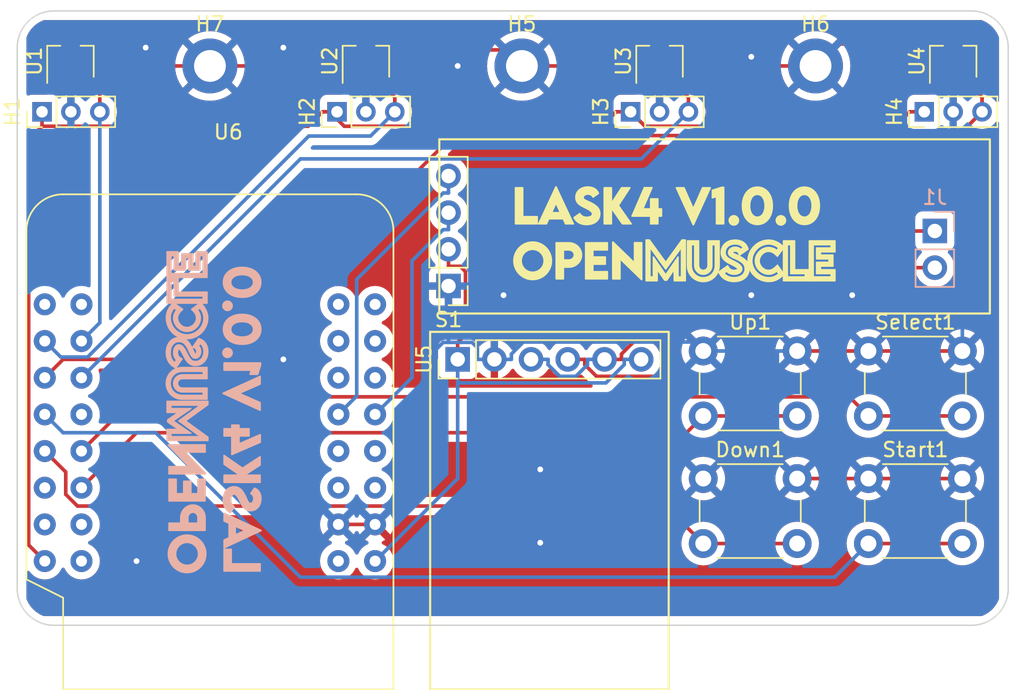
<source format=kicad_pcb>
(kicad_pcb (version 20211014) (generator pcbnew)
  (layers (0 "F.Cu" signal) (31 "B.Cu" signal) (34 "B.Paste" user) (35 "F.Paste" user) (36 "B.SilkS" user "B.Silkscreen") (37 "F.SilkS" user "F.Silkscreen") (38 "B.Mask" user) (39 "F.Mask" user) (44 "Edge.Cuts" user))
  (net 0 "")
  (net 1 "GND")
  (net 2 "/Down")
  (net 3 "+3.3V")
  (net 4 "/GPIO_2_ADC1_1")
  (net 5 "/GPIO_3_ADC1_2")
  (net 6 "/GPIO_4_ADC1_3")
  (net 7 "/GPIO_5_ADC1_4")
  (net 8 "/BatGND")
  (net 9 "/BatV3-7")
  (net 10 "+5V")
  (net 11 "/SCL33")
  (net 12 "/SDA34")
  (net 13 "/Select")
  (net 14 "/Start")
  (net 21 "/Up")
  (footprint "MountingHole:MountingHole_2.2mm_M2_DIN965_Pad" (layer "F.Cu") (at 168.91 76.2)
    (fp_text reference "H5")
    (fp_text value "MountingHole_Pad")
  )
  (footprint "Connector_PinHeader_2.00mm:PinHeader_1x03_P2.00mm_Vertical" (layer "F.Cu") (at 196.755 79.375 90)
    (fp_text reference "H4")
    (fp_text value "Hall-49E")
  )
  (footprint "Button_Switch_THT:SW_PUSH_6mm" (layer "F.Cu") (at 192.89 95.94)
    (fp_text reference "Select1")
    (fp_text value "SW_Push")
  )
  (footprint "Connector_PinHeader_2.54mm:PinHeader_1x04_P2.54mm_Vertical" (layer "F.Cu") (at 163.83 91.44 180)
    (fp_text reference "S1")
    (fp_text value "SSD1306")
  )
  (footprint "Connector_PinHeader_2.00mm:PinHeader_1x03_P2.00mm_Vertical" (layer "F.Cu") (at 156.115 79.375 90)
    (fp_text reference "H2")
    (fp_text value "Hall-49E")
  )
  (footprint "Connector_PinHeader_2.00mm:PinHeader_1x03_P2.00mm_Vertical" (layer "F.Cu") (at 176.435 79.375 90)
    (fp_text reference "H3")
    (fp_text value "Hall-49E")
  )
  (footprint "Button_Switch_THT:SW_PUSH_6mm" (layer "F.Cu") (at 181.46 95.94)
    (fp_text reference "Up1")
    (fp_text value "SW_Push")
  )
  (footprint "Package_TO_SOT_SMD:SOT-23W" (layer "F.Cu") (at 137.668 75.876 90)
    (fp_text reference "U1")
    (fp_text value "A1101ELHL" hide)
  )
  (footprint "Button_Switch_THT:SW_PUSH_6mm" (layer "F.Cu") (at 181.46 104.775)
    (fp_text reference "Down1")
    (fp_text value "SW_Push")
  )
  (footprint "Package_TO_SOT_SMD:SOT-23W" (layer "F.Cu") (at 158.115 75.876 90)
    (fp_text reference "U2")
    (fp_text value "A1101ELHL" hide)
  )
  (footprint "MountingHole:MountingHole_2.2mm_M2_DIN965_Pad" (layer "F.Cu") (at 147.32 76.2)
    (fp_text reference "H7")
    (fp_text value "MountingHole_Pad")
  )
  (footprint "MountingHole:MountingHole_2.2mm_M2_DIN965_Pad" (layer "F.Cu") (at 189.23 76.2)
    (fp_text reference "H6")
    (fp_text value "MountingHole_Pad")
  )
  (footprint "Package_TO_SOT_SMD:SOT-23W" (layer "F.Cu") (at 198.755 75.876 90)
    (fp_text reference "U4")
    (fp_text value "A1101ELHL" hide)
  )
  (footprint "Package_TO_SOT_SMD:SOT-23W" (layer "F.Cu") (at 178.435 75.876 90)
    (fp_text reference "U3")
    (fp_text value "A1101ELHL")
  )
  (footprint "Button_Switch_THT:SW_PUSH_6mm" (layer "F.Cu") (at 192.89 104.775)
    (fp_text reference "Start1")
    (fp_text value "SW_Push")
  )
  (footprint "Connector_PinHeader_2.00mm:PinHeader_1x03_P2.00mm_Vertical" (layer "F.Cu") (at 135.7 79.375 90)
    (fp_text reference "H1")
    (fp_text value "Hall-49E")
  )
  (footprint "Connector_PinHeader_2.54mm:PinHeader_1x06_P2.54mm_Vertical" (layer "F.Cu") (at 164.465 96.52 90)
    (fp_text reference "U5")
    (fp_text value "Charge37lion")
  )
  (footprint "00OpenMuscleFootprint:ESP32-S2-Mini" (layer "F.Cu") (at 148.59 81.28)
    (fp_text reference "U6")
    (fp_text value "EPS32-S2-Mini")
  )
  (footprint "Connector_PinHeader_2.54mm:PinHeader_1x02_P2.54mm_Vertical" (layer "B.Cu") (at 197.485 87.63 180)
    (fp_text reference "J1")
    (fp_text value "Conn_01x02")
  )
  (gr_poly (pts (xy 148.796107 110.678384) (xy 148.796107 109.673762) (xy 148.296839 109.673762) (xy 148.296839 111.180829) (xy 150.796092 111.180829) (xy 150.796092 110.678384)) (layer "B.SilkS") (width 0.1) (fill solid))
  (gr_poly (pts (xy 150.803765 101.731761) (xy 149.334004 102.367293) (xy 149.334004 101.82622) (xy 150.026949 101.82622) (xy 150.026949 101.325629) (xy 149.334004 101.325629) (xy 149.334004 101.074275) (xy 148.833413 101.074275) (xy 148.833413 101.325629) (xy 148.296839 101.325629) (xy 148.296839 101.82622) (xy 148.833413 101.82622) (xy 148.833413 103.114474) (xy 150.80694 102.260402)) (layer "B.SilkS") (width 0.1) (fill solid))
  (gr_poly (pts (xy 148.297103 107.171595) (xy 148.297103 107.715844) (xy 148.645823 107.874066) (xy 148.645823 108.873925) (xy 148.297103 109.033732) (xy 148.297103 109.576394) (xy 149.073919 109.214308) (xy 149.073919 108.678664) (xy 149.073919 108.069327) (xy 149.741993 108.373071) (xy 149.741993 108.373334) (xy 149.073919 108.678664) (xy 149.073919 109.214308) (xy 150.85827 108.382594) (xy 150.85827 108.366984)) (layer "B.SilkS") (width 0.1) (fill solid))
  (gr_poly (pts (xy 145.592268 102.944083) (xy 146.992178 102.944083) (xy 146.992178 102.440318) (xy 144.440537 102.440318) (xy 144.440537 102.463336) (xy 145.883838 103.94712) (xy 144.483928 103.94712) (xy 144.483928 104.449302) (xy 147.032395 104.449302) (xy 147.032395 104.424693)) (layer "B.SilkS") (width 0.1) (fill solid))
  (gr_poly (pts (xy 147.035455 109.923596) (xy 147.030401 109.857826) (xy 147.02208 109.792978) (xy 147.010574 109.729134) (xy 146.995967 109.666379) (xy 146.978342 109.604796) (xy 146.957783 109.544468) (xy 146.934371 109.485481) (xy 146.908192 109.427917) (xy 146.879327 109.371861) (xy 146.84786 109.317396) (xy 146.813874 109.264605) (xy 146.777452 109.213573) (xy 146.738678 109.164384) (xy 146.697635 109.117121) (xy 146.654405 109.071867) (xy 146.609072 109.028707) (xy 146.56172 108.987725) (xy 146.512431 108.949004) (xy 146.461288 108.912628) (xy 146.408376 108.87868) (xy 146.353776 108.847245) (xy 146.297572 108.818407) (xy 146.239848 108.792248) (xy 146.180686 108.768853) (xy 146.12017 108.748306) (xy 146.058383 108.73069) (xy 145.995408 108.716089) (xy 145.931328 108.704587) (xy 145.866226 108.696267) (xy 145.800186 108.691214) (xy 145.733291 108.689511) (xy 145.666957 108.691223) (xy 145.601462 108.696303) (xy 145.536888 108.704664) (xy 145.473319 108.716222) (xy 145.410837 108.730892) (xy 145.349526 108.748588) (xy 145.289468 108.769226) (xy 145.230747 108.792719) (xy 145.173447 108.818983) (xy 145.11765 108.847933) (xy 145.063439 108.879483) (xy 145.010897 108.913548) (xy 144.960108 108.950043) (xy 144.911155 108.988883) (xy 144.864121 109.029982) (xy 144.819088 109.073256) (xy 144.776141 109.118618) (xy 144.735363 109.165984) (xy 144.696835 109.215269) (xy 144.660642 109.266387) (xy 144.626867 109.319254) (xy 144.595593 109.373783) (xy 144.566902 109.42989) (xy 144.540879 109.48749) (xy 144.517606 109.546496) (xy 144.497166 109.606825) (xy 144.479643 109.668391) (xy 144.465119 109.731108) (xy 144.453678 109.794892) (xy 144.445403 109.859657) (xy 144.440377 109.925318) (xy 144.438683 109.99179) (xy 144.440378 110.058248) (xy 144.445406 110.123869) (xy 144.453684 110.18857) (xy 144.46513 110.252267) (xy 144.479659 110.314876) (xy 144.497188 110.376315) (xy 144.517635 110.436499) (xy 144.540916 110.495346) (xy 144.566947 110.552771) (xy 144.595646 110.608692) (xy 144.626928 110.663024) (xy 144.660712 110.715685) (xy 144.696912 110.766591) (xy 144.735447 110.815658) (xy 144.776233 110.862803) (xy 144.819187 110.907942) (xy 144.864225 110.950993) (xy 144.911264 110.991871) (xy 144.960221 111.030493) (xy 145.011013 111.066775) (xy 145.063555 111.100635) (xy 145.117766 111.131988) (xy 145.173561 111.160752) (xy 145.230858 111.186842) (xy 145.289573 111.210175) (xy 145.349623 111.230668) (xy 145.410924 111.248237) (xy 145.473394 111.262799) (xy 145.536948 111.274271) (xy 145.601505 111.282568) (xy 145.66698 111.287607) (xy 145.73329 111.289306) (xy 145.736465 111.289225) (xy 145.736465 110.782365) (xy 145.696025 110.781333) (xy 145.656097 110.778271) (xy 145.616733 110.773229) (xy 145.577982 110.766257) (xy 145.539895 110.757406) (xy 145.502524 110.746726) (xy 145.465917 110.734268) (xy 145.430127 110.72008) (xy 145.395204 110.704215) (xy 145.361197 110.686722) (xy 145.328159 110.667651) (xy 145.296139 110.647052) (xy 145.265187 110.624977) (xy 145.235356 110.601475) (xy 145.206694 110.576596) (xy 145.179253 110.550392) (xy 145.153083 110.522911) (xy 145.128235 110.494205) (xy 145.104759 110.464323) (xy 145.082707 110.433317) (xy 145.062128 110.401235) (xy 145.043073 110.36813) (xy 145.025593 110.33405) (xy 145.009738 110.299046) (xy 144.995559 110.263168) (xy 144.983106 110.226468) (xy 144.972431 110.188994) (xy 144.963583 110.150797) (xy 144.956613 110.111928) (xy 144.951572 110.072437) (xy 144.94851 110.032374) (xy 144.947478 109.99179) (xy 144.948509 109.951056) (xy 144.951569 109.910845) (xy 144.956606 109.871206) (xy 144.963572 109.83219) (xy 144.972414 109.793848) (xy 144.983083 109.75623) (xy 144.995529 109.719386) (xy 145.0097 109.683368) (xy 145.025547 109.648226) (xy 145.043019 109.61401) (xy 145.062066 109.580772) (xy 145.082637 109.548561) (xy 145.104682 109.517428) (xy 145.128149 109.487424) (xy 145.15299 109.458599) (xy 145.179153 109.431005) (xy 145.206589 109.404691) (xy 145.235245 109.379708) (xy 145.265073 109.356107) (xy 145.296022 109.333938) (xy 145.328041 109.313252) (xy 145.36108 109.294099) (xy 145.395088 109.276531) (xy 145.430015 109.260596) (xy 145.465811 109.246348) (xy 145.502425 109.233834) (xy 145.539807 109.223108) (xy 145.577906 109.214218) (xy 145.616671 109.207215) (xy 145.656054 109.202151) (xy 145.696002 109.199075) (xy 145.736465 109.198039) (xy 145.777199 109.19908) (xy 145.81741 109.202169) (xy 145.857049 109.207253) (xy 145.896065 109.214283) (xy 145.934407 109.223206) (xy 145.972025 109.233971) (xy 146.008869 109.246526) (xy 146.044887 109.26082) (xy 146.080029 109.276801) (xy 146.114245 109.294419) (xy 146.147483 109.313621) (xy 146.179694 109.334357) (xy 146.210827 109.356574) (xy 146.240831 109.380221) (xy 146.269655 109.405247) (xy 146.29725 109.431601) (xy 146.323564 109.45923) (xy 146.348546 109.488084) (xy 146.372148 109.518111) (xy 146.394317 109.549259) (xy 146.415003 109.581477) (xy 146.434155 109.614714) (xy 146.451724 109.648918) (xy 146.467658 109.684038) (xy 146.481907 109.720023) (xy 146.49442 109.75682) (xy 146.505146 109.794378) (xy 146.514036 109.832646) (xy 146.521039 109.871573) (xy 146.526103 109.911107) (xy 146.529179 109.951196) (xy 146.530215 109.99179) (xy 146.529179 110.032374) (xy 146.526103 110.072437) (xy 146.521039 110.111928) (xy 146.514036 110.150797) (xy 146.505146 110.188993) (xy 146.49442 110.226467) (xy 146.481907 110.263167) (xy 146.467658 110.299045) (xy 146.451724 110.334049) (xy 146.434155 110.368129) (xy 146.415003 110.401234) (xy 146.394317 110.433316) (xy 146.372148 110.464322) (xy 146.348546 110.494204) (xy 146.323564 110.52291) (xy 146.29725 110.550391) (xy 146.269655 110.576596) (xy 146.240831 110.601474) (xy 146.210827 110.624976) (xy 146.179694 110.647052) (xy 146.147483 110.66765) (xy 146.114245 110.686721) (xy 146.080029 110.704215) (xy 146.044887 110.72008) (xy 146.008869 110.734267) (xy 145.972025 110.746726) (xy 145.934407 110.757406) (xy 145.896065 110.766257) (xy 145.857049 110.773229) (xy 145.81741 110.778271) (xy 145.777199 110.781333) (xy 145.736465 110.782365) (xy 145.736465 111.289225) (xy 145.800185 111.287607) (xy 145.866225 111.282567) (xy 145.931327 111.274269) (xy 145.995407 111.262796) (xy 146.058382 111.248231) (xy 146.120169 111.230658) (xy 146.180685 111.210158) (xy 146.239847 111.186817) (xy 146.297571 111.160716) (xy 146.353775 111.13194) (xy 146.408375 111.100571) (xy 146.461288 111.066692) (xy 146.51243 111.030386) (xy 146.561719 110.991738) (xy 146.609071 110.950829) (xy 146.654404 110.907744) (xy 146.697634 110.862565) (xy 146.738677 110.815375) (xy 146.777451 110.766259) (xy 146.813873 110.715298) (xy 146.847859 110.662576) (xy 146.879326 110.608176) (xy 146.908191 110.552182) (xy 146.93437 110.494676) (xy 146.957782 110.435742) (xy 146.978341 110.375464) (xy 146.995966 110.313923) (xy 147.010573 110.251203) (xy 147.022079 110.187389) (xy 147.0304 110.122561) (xy 147.035454 110.056805) (xy 147.037157 109.990203) (xy 147.037158 109.990203)) (layer "B.SilkS") (width 0.1) (fill solid))
  (gr_poly (pts (xy 146.984986 107.441378) (xy 146.981699 107.396878) (xy 146.976288 107.353007) (xy 146.968806 107.309823) (xy 146.95931 107.267381) (xy 146.947853 107.225739) (xy 146.934491 107.184951) (xy 146.919279 107.145074) (xy 146.90227 107.106165) (xy 146.88352 107.068279) (xy 146.863083 107.031473) (xy 146.841014 106.995803) (xy 146.817369 106.961326) (xy 146.792201 106.928096) (xy 146.765566 106.896171) (xy 146.737518 106.865607) (xy 146.708112 106.83646) (xy 146.677402 106.808786) (xy 146.645444 106.782642) (xy 146.612292 106.758082) (xy 146.578001 106.735165) (xy 146.542626 106.713946) (xy 146.506221 106.694481) (xy 146.468841 106.676826) (xy 146.430542 106.661038) (xy 146.391376 106.647172) (xy 146.351401 106.635286) (xy 146.310669 106.625435) (xy 146.269236 106.617675) (xy 146.227157 106.612062) (xy 146.184487 106.608653) (xy 146.141279 106.607505) (xy 146.09808 106.608653) (xy 146.055433 106.612062) (xy 146.013394 106.617674) (xy 145.972014 106.625434) (xy 145.931348 106.635286) (xy 145.89145 106.647172) (xy 145.852373 106.661037) (xy 145.814171 106.676825) (xy 145.776898 106.69448) (xy 145.740607 106.713945) (xy 145.705352 106.735164) (xy 145.671187 106.758081) (xy 145.638165 106.78264) (xy 145.60634 106.808785) (xy 145.575766 106.836459) (xy 145.546496 106.865606) (xy 145.518584 106.89617) (xy 145.492084 106.928095) (xy 145.467049 106.961324) (xy 145.443533 106.995802) (xy 145.42159 107.031472) (xy 145.401274 107.068277) (xy 145.382638 107.106163) (xy 145.365735 107.145073) (xy 145.35062 107.184949) (xy 145.337347 107.225737) (xy 145.325968 107.26738) (xy 145.316537 107.309822) (xy 145.309109 107.353006) (xy 145.303737 107.396877) (xy 145.300474 107.441378) (xy 145.299374 107.486453) (xy 145.299374 107.86163) (xy 144.487105 107.86163) (xy 144.487105 108.36381) (xy 145.797056 108.36381) (xy 145.797056 107.86163) (xy 145.795468 107.486453) (xy 145.795784 107.467098) (xy 145.797013 107.447994) (xy 145.799133 107.429164) (xy 145.802121 107.410631) (xy 145.805954 107.392421) (xy 145.81061 107.374556) (xy 145.816066 107.357061) (xy 145.822299 107.33996) (xy 145.829285 107.323276) (xy 145.837004 107.307033) (xy 145.845431 107.291255) (xy 145.854544 107.275967) (xy 145.86432 107.261191) (xy 145.874736 107.246952) (xy 145.88577 107.233274) (xy 145.897399 107.220181) (xy 145.9096 107.207696) (xy 145.92235 107.195843) (xy 145.935627 107.184647) (xy 145.949407 107.174131) (xy 145.963669 107.164319) (xy 145.978389 107.155235) (xy 145.993544 107.146902) (xy 146.009111 107.139346) (xy 146.025069 107.132588) (xy 146.041394 107.126655) (xy 146.058063 107.121568) (xy 146.075053 107.117353) (xy 146.092343 107.114033) (xy 146.109908 107.111632) (xy 146.127727 107.110174) (xy 146.145777 107.109683) (xy 146.163404 107.110174) (xy 146.1808 107.111632) (xy 146.197944 107.114033) (xy 146.214814 107.117353) (xy 146.231388 107.121568) (xy 146.247645 107.126655) (xy 146.263564 107.132588) (xy 146.279122 107.139346) (xy 146.294299 107.146902) (xy 146.309072 107.155235) (xy 146.323421 107.164319) (xy 146.337323 107.174131) (xy 146.350757 107.184647) (xy 146.363701 107.195843) (xy 146.376135 107.207696) (xy 146.388035 107.220181) (xy 146.399382 107.233274) (xy 146.410153 107.246952) (xy 146.420326 107.261191) (xy 146.42988 107.275967) (xy 146.438794 107.291255) (xy 146.447046 107.307033) (xy 146.454615 107.323276) (xy 146.461478 107.33996) (xy 146.467614 107.357061) (xy 146.473003 107.374556) (xy 146.477621 107.392421) (xy 146.481448 107.410631) (xy 146.484462 107.429164) (xy 146.486642 107.447994) (xy 146.487966 107.467098) (xy 146.488412 107.486453) (xy 146.488412 107.86163) (xy 145.797056 107.86163) (xy 145.797056 108.36381) (xy 146.986093 108.36381) (xy 146.986093 107.486453) (xy 146.986094 107.486453)) (layer "B.SilkS") (width 0.1) (fill solid))
  (gr_poly (pts (xy 150.839506 91.124641) (xy 150.834846 91.068479) (xy 150.827152 91.013585) (xy 150.816481 90.959999) (xy 150.802892 90.907758) (xy 150.786444 90.856902) (xy 150.767194 90.807471) (xy 150.745202 90.759501) (xy 150.720525 90.713033) (xy 150.693222 90.668106) (xy 150.663352 90.624758) (xy 150.630973 90.583027) (xy 150.596143 90.542954) (xy 150.558921 90.504576) (xy 150.519365 90.467933) (xy 150.477534 90.433063) (xy 150.433486 90.400005) (xy 150.38728 90.368799) (xy 150.338973 90.339483) (xy 150.288625 90.312095) (xy 150.236293 90.286676) (xy 150.182037 90.263262) (xy 150.067984 90.222611) (xy 149.946933 90.190452) (xy 149.819351 90.167097) (xy 149.685706 90.152856) (xy 149.546465 90.14804) (xy 149.476179 90.14925) (xy 149.407242 90.152856) (xy 149.339712 90.158818) (xy 149.273647 90.167097) (xy 149.209105 90.177655) (xy 149.146144 90.190452) (xy 149.084821 90.205451) (xy 149.025194 90.222611) (xy 148.967322 90.241895) (xy 148.911261 90.263262) (xy 148.857071 90.286676) (xy 148.804808 90.312095) (xy 148.75453 90.339483) (xy 148.706297 90.368799) (xy 148.660164 90.400005) (xy 148.61619 90.433063) (xy 148.574433 90.467933) (xy 148.534951 90.504576) (xy 148.497802 90.542954) (xy 148.463043 90.583027) (xy 148.430732 90.624758) (xy 148.400928 90.668106) (xy 148.373687 90.713033) (xy 148.349068 90.759501) (xy 148.327129 90.807471) (xy 148.307928 90.856902) (xy 148.291522 90.907758) (xy 148.277969 90.959999) (xy 148.267327 91.013585) (xy 148.259654 91.068479) (xy 148.255008 91.124641) (xy 148.253446 91.182033) (xy 148.255003 91.239573) (xy 148.259637 91.295883) (xy 148.267289 91.350925) (xy 148.277904 91.404658) (xy 148.291424 91.457045) (xy 148.307792 91.508045) (xy 148.326951 91.557619) (xy 148.348845 91.605729) (xy 148.373416 91.652335) (xy 148.400608 91.697398) (xy 148.430363 91.740879) (xy 148.462624 91.782739) (xy 148.497335 91.822939) (xy 148.534438 91.861439) (xy 148.573877 91.8982) (xy 148.615595 91.933184) (xy 148.659533 91.966351) (xy 148.705637 91.997661) (xy 148.753848 92.027077) (xy 148.80411 92.054558) (xy 148.856366 92.080065) (xy 148.910558 92.10356) (xy 149.024524 92.144355) (xy 149.145554 92.176629) (xy 149.273191 92.20007) (xy 149.40698 92.214365) (xy 149.546465 92.219199) (xy 149.546465 91.718608) (xy 149.503682 91.718002) (xy 149.461726 91.716196) (xy 149.420632 91.713205) (xy 149.380434 91.709047) (xy 149.341168 91.703738) (xy 149.302869 91.697293) (xy 149.26557 91.689731) (xy 149.229308 91.681066) (xy 149.194117 91.671315) (xy 149.160031 91.660496) (xy 149.127086 91.648623) (xy 149.095316 91.635715) (xy 149.064756 91.621786) (xy 149.035442 91.606854) (xy 149.007407 91.590935) (xy 148.980687 91.574046) (xy 148.955316 91.556202) (xy 148.93133 91.53742) (xy 148.908763 91.517717) (xy 148.88765 91.497109) (xy 148.868026 91.475612) (xy 148.849926 91.453244) (xy 148.833384 91.43002) (xy 148.818435 91.405956) (xy 148.805115 91.38107) (xy 148.793458 91.355377) (xy 148.783498 91.328894) (xy 148.775272 91.301638) (xy 148.768812 91.273625) (xy 148.764155 91.244871) (xy 148.761336 91.215392) (xy 148.760388 91.185206) (xy 148.761332 91.15502) (xy 148.764141 91.125542) (xy 148.768781 91.096788) (xy 148.775217 91.068774) (xy 148.783417 91.041518) (xy 148.793344 91.015036) (xy 148.804967 90.989343) (xy 148.818249 90.964457) (xy 148.833158 90.940393) (xy 148.849659 90.917169) (xy 148.867718 90.8948) (xy 148.887301 90.873304) (xy 148.908374 90.852696) (xy 148.930903 90.832993) (xy 148.954853 90.814211) (xy 148.980191 90.796367) (xy 149.034892 90.763558) (xy 149.094735 90.734698) (xy 149.159445 90.709917) (xy 149.22875 90.689347) (xy 149.302378 90.673119) (xy 149.380054 90.661366) (xy 149.461508 90.654217) (xy 149.546465 90.651805) (xy 149.589373 90.652411) (xy 149.631455 90.65422) (xy 149.672676 90.657214) (xy 149.713 90.661376) (xy 149.752394 90.666691) (xy 149.790821 90.673142) (xy 149.828246 90.680712) (xy 149.864634 90.689384) (xy 149.899951 90.699142) (xy 149.93416 90.70997) (xy 149.967227 90.72185) (xy 149.999116 90.734767) (xy 150.029793 90.748704) (xy 150.059221 90.763643) (xy 150.087367 90.77957) (xy 150.114194 90.796466) (xy 150.139668 90.814315) (xy 150.163754 90.833102) (xy 150.186415 90.852809) (xy 150.207618 90.873419) (xy 150.227327 90.894917) (xy 150.245506 90.917285) (xy 150.262121 90.940508) (xy 150.277136 90.964568) (xy 150.290517 90.989448) (xy 150.302227 91.015133) (xy 150.312233 91.041606) (xy 150.320498 91.06885) (xy 150.326987 91.096849) (xy 150.331666 91.125585) (xy 150.3345 91.155043) (xy 150.335452 91.185206) (xy 150.334496 91.215392) (xy 150.331652 91.244871) (xy 150.326956 91.273625) (xy 150.320444 91.301638) (xy 150.312151 91.328894) (xy 150.302114 91.355377) (xy 150.290368 91.38107) (xy 150.27695 91.405956) (xy 150.261895 91.43002) (xy 150.24524 91.453244) (xy 150.227019 91.475612) (xy 150.207269 91.497109) (xy 150.186026 91.517717) (xy 150.163326 91.53742) (xy 150.113698 91.574046) (xy 150.058672 91.606854) (xy 149.998535 91.635715) (xy 149.933574 91.660496) (xy 149.864076 91.681066) (xy 149.79033 91.697293) (xy 149.712621 91.709047) (xy 149.631237 91.716196) (xy 149.546465 91.718608) (xy 149.546465 92.219199) (xy 149.616895 92.217979) (xy 149.685967 92.214347) (xy 149.753624 92.208343) (xy 149.819807 92.200005) (xy 149.884459 92.189376) (xy 149.947522 92.176493) (xy 150.00894 92.161399) (xy 150.068654 92.144132) (xy 150.126606 92.124732) (xy 150.182741 92.10324) (xy 150.236998 92.079696) (xy 150.289322 92.054139) (xy 150.339655 92.02661) (xy 150.387939 91.997149) (xy 150.434116 91.965795) (xy 150.47813 91.932589) (xy 150.519921 91.897571) (xy 150.559434 91.86078) (xy 150.59661 91.822257) (xy 150.631392 91.782042) (xy 150.663722 91.740175) (xy 150.693542 91.696695) (xy 150.720796 91.651643) (xy 150.745425 91.60506) (xy 150.767372 91.556984) (xy 150.78658 91.507455) (xy 150.80299 91.456515) (xy 150.816546 91.404203) (xy 150.82719 91.350558) (xy 150.834864 91.295622) (xy 150.83951 91.239433) (xy 150.841072 91.182033)) (layer "B.SilkS") (width 0.1) (fill solid))
  (gr_poly (pts (xy 150.839506 94.380073) (xy 150.834846 94.323911) (xy 150.827152 94.269017) (xy 150.816481 94.215431) (xy 150.802892 94.16319) (xy 150.786444 94.112335) (xy 150.767194 94.062903) (xy 150.745202 94.014933) (xy 150.720525 93.968466) (xy 150.693222 93.923538) (xy 150.663352 93.88019) (xy 150.630973 93.838459) (xy 150.596143 93.798386) (xy 150.558921 93.760008) (xy 150.519365 93.723365) (xy 150.477534 93.688495) (xy 150.433486 93.655438) (xy 150.38728 93.624231) (xy 150.338973 93.594915) (xy 150.288625 93.567527) (xy 150.236293 93.542108) (xy 150.182037 93.518695) (xy 150.067984 93.478043) (xy 149.946933 93.445885) (xy 149.819351 93.422529) (xy 149.685706 93.408288) (xy 149.546465 93.403472) (xy 149.476179 93.404682) (xy 149.407242 93.408288) (xy 149.339712 93.41425) (xy 149.273647 93.422529) (xy 149.209105 93.433087) (xy 149.146144 93.445885) (xy 149.084821 93.460883) (xy 149.025194 93.478043) (xy 148.967322 93.497327) (xy 148.911261 93.518695) (xy 148.857071 93.542108) (xy 148.804808 93.567527) (xy 148.75453 93.594915) (xy 148.706297 93.624231) (xy 148.660164 93.655438) (xy 148.61619 93.688495) (xy 148.574433 93.723365) (xy 148.534951 93.760008) (xy 148.497802 93.798386) (xy 148.463043 93.838459) (xy 148.430732 93.88019) (xy 148.400928 93.923538) (xy 148.373687 93.968466) (xy 148.349068 94.014933) (xy 148.327129 94.062903) (xy 148.307928 94.112335) (xy 148.291522 94.16319) (xy 148.277969 94.215431) (xy 148.267327 94.269017) (xy 148.259654 94.323911) (xy 148.255008 94.380073) (xy 148.253446 94.437465) (xy 148.255003 94.495005) (xy 148.259637 94.551315) (xy 148.267289 94.606357) (xy 148.277904 94.66009) (xy 148.291424 94.712477) (xy 148.307792 94.763477) (xy 148.326951 94.813051) (xy 148.348845 94.861161) (xy 148.373416 94.907767) (xy 148.400608 94.952831) (xy 148.430363 94.996312) (xy 148.462624 95.038172) (xy 148.497335 95.078371) (xy 148.534438 95.116871) (xy 148.573877 95.153633) (xy 148.615595 95.188616) (xy 148.659533 95.221783) (xy 148.705637 95.253093) (xy 148.753848 95.282509) (xy 148.80411 95.30999) (xy 148.856366 95.335497) (xy 148.910558 95.358992) (xy 149.024524 95.399787) (xy 149.145554 95.432062) (xy 149.273191 95.455503) (xy 149.40698 95.469797) (xy 149.546465 95.474631) (xy 149.546465 94.97404) (xy 149.503682 94.973434) (xy 149.461726 94.971628) (xy 149.420632 94.968637) (xy 149.380434 94.964479) (xy 149.341168 94.95917) (xy 149.302869 94.952725) (xy 149.26557 94.945163) (xy 149.229308 94.936498) (xy 149.194117 94.926748) (xy 149.160031 94.915928) (xy 149.127086 94.904056) (xy 149.095316 94.891147) (xy 149.064756 94.877218) (xy 149.035442 94.862286) (xy 149.007407 94.846367) (xy 148.980687 94.829478) (xy 148.955316 94.811634) (xy 148.93133 94.792852) (xy 148.908763 94.773149) (xy 148.88765 94.752541) (xy 148.868026 94.731045) (xy 148.849926 94.708676) (xy 148.833384 94.685452) (xy 148.818435 94.661388) (xy 148.805115 94.636502) (xy 148.793458 94.610809) (xy 148.783498 94.584327) (xy 148.775272 94.55707) (xy 148.768812 94.529057) (xy 148.764155 94.500303) (xy 148.761336 94.470825) (xy 148.760388 94.440638) (xy 148.761332 94.410452) (xy 148.764141 94.380974) (xy 148.768781 94.35222) (xy 148.775217 94.324207) (xy 148.783417 94.29695) (xy 148.793344 94.270468) (xy 148.804967 94.244775) (xy 148.818249 94.219889) (xy 148.833158 94.195825) (xy 148.849659 94.172601) (xy 148.867718 94.150232) (xy 148.887301 94.128736) (xy 148.908374 94.108128) (xy 148.930903 94.088425) (xy 148.954853 94.069643) (xy 148.980191 94.051799) (xy 149.034892 94.01899) (xy 149.094735 93.99013) (xy 149.159445 93.965349) (xy 149.22875 93.944779) (xy 149.302378 93.928551) (xy 149.380054 93.916798) (xy 149.461508 93.909649) (xy 149.546465 93.907237) (xy 149.589373 93.907843) (xy 149.631455 93.909652) (xy 149.672676 93.912646) (xy 149.713 93.916809) (xy 149.752394 93.922124) (xy 149.790821 93.928574) (xy 149.828246 93.936144) (xy 149.864634 93.944817) (xy 149.899951 93.954575) (xy 149.93416 93.965403) (xy 149.967227 93.977283) (xy 149.999116 93.9902) (xy 150.029793 94.004137) (xy 150.059221 94.019077) (xy 150.087367 94.035003) (xy 150.114194 94.051899) (xy 150.139668 94.069749) (xy 150.163754 94.088536) (xy 150.186415 94.108243) (xy 150.207618 94.128853) (xy 150.227327 94.150351) (xy 150.245506 94.172719) (xy 150.262121 94.195942) (xy 150.277136 94.220001) (xy 150.290517 94.244882) (xy 150.302227 94.270567) (xy 150.312233 94.297039) (xy 150.320498 94.324283) (xy 150.326987 94.352282) (xy 150.331666 94.381018) (xy 150.3345 94.410476) (xy 150.335452 94.440638) (xy 150.334496 94.470825) (xy 150.331652 94.500303) (xy 150.326956 94.529057) (xy 150.320444 94.55707) (xy 150.312151 94.584327) (xy 150.302114 94.610809) (xy 150.290368 94.636502) (xy 150.27695 94.661388) (xy 150.261895 94.685452) (xy 150.24524 94.708676) (xy 150.227019 94.731045) (xy 150.207269 94.752541) (xy 150.186026 94.773149) (xy 150.163326 94.792852) (xy 150.113698 94.829478) (xy 150.058672 94.862286) (xy 149.998535 94.891147) (xy 149.933574 94.915928) (xy 149.864076 94.936498) (xy 149.79033 94.952725) (xy 149.712621 94.964479) (xy 149.631237 94.971628) (xy 149.546465 94.97404) (xy 149.546465 95.474631) (xy 149.616895 95.473412) (xy 149.685967 95.469779) (xy 149.753624 95.463775) (xy 149.819807 95.455438) (xy 149.884459 95.444808) (xy 149.947522 95.431926) (xy 150.00894 95.416831) (xy 150.068654 95.399564) (xy 150.126606 95.380164) (xy 150.182741 95.358672) (xy 150.236998 95.335128) (xy 150.289322 95.309571) (xy 150.339655 95.282042) (xy 150.387939 95.252581) (xy 150.434116 95.221227) (xy 150.47813 95.188021) (xy 150.519921 95.153003) (xy 150.559434 95.116212) (xy 150.59661 95.077689) (xy 150.631392 95.037474) (xy 150.663722 94.995607) (xy 150.693542 94.952127) (xy 150.720796 94.907076) (xy 150.745425 94.860492) (xy 150.767372 94.812416) (xy 150.78658 94.762887) (xy 150.80299 94.711947) (xy 150.816546 94.659635) (xy 150.82719 94.60599) (xy 150.834864 94.551054) (xy 150.83951 94.494865) (xy 150.841072 94.437465)) (layer "B.SilkS") (width 0.1) (fill solid))
  (gr_poly (pts (xy 149.715534 104.53926) (xy 150.796092 103.837054) (xy 150.796092 103.257087) (xy 149.572658 104.058772) (xy 148.296839 103.168715) (xy 148.296839 103.779639) (xy 149.39142 104.53926) (xy 148.296839 104.53926) (xy 148.296839 105.04011) (xy 150.796092 105.04011) (xy 150.796092 104.53926)) (layer "B.SilkS") (width 0.1) (fill solid))
  (gr_poly (pts (xy 145.622798 100.78165) (xy 147.180297 99.653998) (xy 147.180297 99.426455) (xy 144.354546 99.426455) (xy 144.354546 100.193217) (xy 145.149091 100.193217) (xy 144.39635 100.710742) (xy 144.39635 100.849646) (xy 144.453501 100.892241) (xy 145.149884 101.371669) (xy 144.354546 101.371669) (xy 144.354546 102.138427) (xy 146.678647 102.138427) (xy 146.678647 101.87358) (xy 144.61913 101.87358) (xy 144.61913 101.635985) (xy 146.000253 101.635985) (xy 144.759887 100.781382) (xy 146.001048 99.9281) (xy 144.61913 99.9281) (xy 144.61913 99.690505) (xy 144.619196 99.690437) (xy 144.619262 99.69037) (xy 144.619328 99.690304) (xy 144.619395 99.690238) (xy 146.678382 99.690238) (xy 145.17158 100.781115) (xy 145.62243 101.107934) (xy 145.62243 100.781917) (xy 145.62243 100.781382) (xy 145.622798 100.78165) (xy 145.62243 100.781917) (xy 145.62243 101.107934) (xy 146.678647 101.87358) (xy 146.678647 102.138427) (xy 147.180297 102.138427) (xy 147.180297 101.910888)) (layer "B.SilkS") (width 0.1) (fill solid))
  (gr_poly (pts (xy 150.847349 106.11195) (xy 150.842356 106.050265) (xy 150.8386 106.020053) (xy 150.833999 105.990286) (xy 150.828549 105.960985) (xy 150.822247 105.932171) (xy 150.815088 105.903864) (xy 150.80707 105.876083) (xy 150.798188 105.848849) (xy 150.788438 105.822182) (xy 150.777818 105.796102) (xy 150.766323 105.770629) (xy 150.753949 105.745783) (xy 150.740693 105.721584) (xy 150.726551 105.698053) (xy 150.71152 105.675209) (xy 150.695595 105.653073) (xy 150.678772 105.631665) (xy 150.661049 105.611004) (xy 150.642421 105.591112) (xy 150.622885 105.572007) (xy 150.602436 105.553711) (xy 150.581072 105.536243) (xy 150.558789 105.519623) (xy 150.535581 105.503871) (xy 150.511447 105.489009) (xy 150.486382 105.475055) (xy 150.460383 105.462029) (xy 150.433446 105.449953) (xy 150.405566 105.438846) (xy 150.146539 105.80926) (xy 150.160222 105.816457) (xy 150.173393 105.824047) (xy 150.186059 105.832018) (xy 150.198223 105.840356) (xy 150.209892 105.849047) (xy 150.221069 105.858078) (xy 150.241971 105.877104) (xy 150.260968 105.897326) (xy 150.278103 105.918634) (xy 150.293414 105.940919) (xy 150.306942 105.964073) (xy 150.318728 105.987986) (xy 150.328812 106.01255) (xy 150.337234 106.037656) (xy 150.344034 106.063195) (xy 150.349253 106.089058) (xy 150.35293 106.115136) (xy 150.355108 106.141321) (xy 150.355824 106.167502) (xy 150.355509 106.184945) (xy 150.354575 106.202089) (xy 150.353037 106.218917) (xy 150.350912 106.235413) (xy 150.348216 106.251561) (xy 150.344966 106.267342) (xy 150.341177 106.282741) (xy 150.336865 106.29774) (xy 150.332048 106.312324) (xy 150.32674 106.326475) (xy 150.320959 106.340177) (xy 150.31472 106.353413) (xy 150.308039 106.366166) (xy 150.300934 106.37842) (xy 150.293419 106.390158) (xy 150.285511 106.401362) (xy 150.277227 106.412017) (xy 150.268582 106.422106) (xy 150.259592 106.431612) (xy 150.250275 106.440518) (xy 150.240645 106.448808) (xy 150.23072 106.456464) (xy 150.220515 106.463471) (xy 150.210047 106.469811) (xy 150.199331 106.475468) (xy 150.188384 106.480424) (xy 150.177223 106.484664) (xy 150.165862 106.488171) (xy 150.154319 106.490927) (xy 150.14261 106.492917) (xy 150.130751 106.494123) (xy 150.118757 106.494529) (xy 150.105073 106.493977) (xy 150.09193 106.492334) (xy 150.079294 106.489616) (xy 150.067131 106.48584) (xy 150.055409 106.481022) (xy 150.044094 106.47518) (xy 150.033153 106.46833) (xy 150.022552 106.460488) (xy 150.00224 106.441899) (xy 149.982891 106.419547) (xy 149.964239 106.393565) (xy 149.946018 106.364088) (xy 149.92796 106.331251) (xy 149.909801 106.295186) (xy 149.872112 106.213912) (xy 149.83082 106.12134) (xy 149.783795 106.018542) (xy 149.746962 105.942731) (xy 149.709532 105.870679) (xy 149.671273 105.802542) (xy 149.631954 105.738476) (xy 149.591343 105.678638) (xy 149.54921 105.623184) (xy 149.505322 105.572271) (xy 149.482648 105.548565) (xy 149.459449 105.526053) (xy 149.435696 105.504754) (xy 149.411359 105.484688) (xy 149.386411 105.465874) (xy 149.360821 105.448331) (xy 149.334562 105.43208) (xy 149.307603 105.417139) (xy 149.279917 105.403529) (xy 149.251474 105.391268) (xy 149.222246 105.380377) (xy 149.192203 105.370875) (xy 149.161316 105.362781) (xy 149.129558 105.356115) (xy 149.096897 105.350896) (xy 149.063307 105.347144) (xy 149.028758 105.344878) (xy 148.99322 105.344119) (xy 148.950996 105.345203) (xy 148.909764 105.34843) (xy 148.869549 105.353762) (xy 148.830372 105.361159) (xy 148.792257 105.370584) (xy 148.755227 105.381999) (xy 148.719303 105.395364) (xy 148.684509 105.410641) (xy 148.650868 105.427792) (xy 148.618403 105.446779) (xy 148.587135 105.467563) (xy 148.557089 105.490105) (xy 148.528286 105.514368) (xy 148.50075 105.540313) (xy 148.474503 105.567901) (xy 148.449568 105.597093) (xy 148.425967 105.627853) (xy 148.403725 105.660141) (xy 148.382862 105.693918) (xy 148.363403 105.729147) (xy 148.34537 105.765788) (xy 148.328785 105.803804) (xy 148.313672 105.843157) (xy 148.300053 105.883806) (xy 148.277389 105.968845) (xy 148.260974 106.058613) (xy 148.250992 106.152804) (xy 148.247624 106.251109) (xy 148.248122 106.289167) (xy 148.249613 106.326593) (xy 148.252092 106.36338) (xy 148.255551 106.399525) (xy 148.259987 106.435021) (xy 148.265393 106.469864) (xy 148.271764 106.504049) (xy 148.279093 106.537571) (xy 148.287376 106.570425) (xy 148.296607 106.602606) (xy 148.30678 106.634108) (xy 148.31789 106.664927) (xy 148.32993 106.695057) (xy 148.342896 106.724495) (xy 148.356782 106.753234) (xy 148.371582 106.781269) (xy 148.38729 106.808596) (xy 148.403901 106.835209) (xy 148.421409 106.861104) (xy 148.439809 106.886275) (xy 148.459095 106.910718) (xy 148.479261 106.934427) (xy 148.500302 106.957397) (xy 148.522213 106.979624) (xy 148.544986 107.001102) (xy 148.568618 107.021826) (xy 148.593102 107.041791) (xy 148.618432 107.060992) (xy 148.644604 107.079424) (xy 148.671611 107.097083) (xy 148.699447 107.113962) (xy 148.728108 107.130057) (xy 149.010155 106.728419) (xy 148.978137 106.707198) (xy 148.948348 106.684802) (xy 148.920766 106.661223) (xy 148.895367 106.636452) (xy 148.872129 106.610482) (xy 148.851029 106.583303) (xy 148.832046 106.554907) (xy 148.815157 106.525286) (xy 148.800338 106.494431) (xy 148.787569 106.462333) (xy 148.776825 106.428984) (xy 148.768086 106.394375) (xy 148.761327 106.358499) (xy 148.756528 106.321345) (xy 148.753664 106.282907) (xy 148.752715 106.243174) (xy 148.752977 106.243174) (xy 148.753257 106.221327) (xy 148.754088 106.199948) (xy 148.755461 106.17905) (xy 148.757365 106.15865) (xy 148.759788 106.138762) (xy 148.76272 106.1194) (xy 148.76615 106.10058) (xy 148.770068 106.082317) (xy 148.774462 106.064625) (xy 148.779322 106.047519) (xy 148.784638 106.031013) (xy 148.790398 106.015124) (xy 148.796592 105.999865) (xy 148.803209 105.985252) (xy 148.810237 105.971299) (xy 148.817668 105.958021) (xy 148.825489 105.945432) (xy 148.83369 105.933549) (xy 148.84226 105.922385) (xy 148.851188 105.911955) (xy 148.860464 105.902275) (xy 148.870077 105.893358) (xy 148.880017 105.88522) (xy 148.890271 105.877876) (xy 148.90083 105.871341) (xy 148.911683 105.865629) (xy 148.92282 105.860754) (xy 148.934228 105.856733) (xy 148.945898 105.85358) (xy 148.957819 105.851309) (xy 148.969981 105.849936) (xy 148.982371 105.849475) (xy 148.999423 105.850341) (xy 149.016251 105.852899) (xy 149.032861 105.857088) (xy 149.049256 105.862845) (xy 149.065442 105.870109) (xy 149.081422 105.878818) (xy 149.097202 105.88891) (xy 149.112786 105.900325) (xy 149.143384 105.926874) (xy 149.173253 105.957972) (xy 149.202428 105.993125) (xy 149.230947 106.031841) (xy 149.258846 106.073626) (xy 149.286162 106.117988) (xy 149.31293 106.164433) (xy 149.339187 106.212469) (xy 149.390315 106.311341) (xy 149.439836 106.410659) (xy 149.493233 106.516574) (xy 149.52127 106.569277) (xy 149.550651 106.621154) (xy 149.581714 106.671711) (xy 149.614798 106.720457) (xy 149.65024 106.766898) (xy 149.688379 106.810542) (xy 149.708566 106.831161) (xy 149.729554 106.850896) (xy 149.751385 106.869685) (xy 149.774103 106.887468) (xy 149.797748 106.904181) (xy 149.822363 106.919765) (xy 149.847991 106.934156) (xy 149.874675 106.947294) (xy 149.902455 106.959117) (xy 149.931375 106.969564) (xy 149.961476 106.978572) (xy 149.992802 106.98608) (xy 150.025394 106.992027) (xy 150.059295 106.996351) (xy 150.094547 106.998991) (xy 150.131192 106.999884) (xy 150.171312 106.998821) (xy 150.210543 106.995663) (xy 150.24886 106.990461) (xy 150.286237 106.983265) (xy 150.322651 106.974126) (xy 150.358074 106.963092) (xy 150.392483 106.950214) (xy 150.425851 106.935541) (xy 150.458154 106.919125) (xy 150.489366 106.901015) (xy 150.519463 106.88126) (xy 150.548418 106.859912) (xy 150.576207 106.837019) (xy 150.602804 106.812633) (xy 150.628184 106.786802) (xy 150.652322 106.759577) (xy 150.675193 106.731008) (xy 150.696771 106.701145) (xy 150.717031 106.670038) (xy 150.735948 106.637737) (xy 150.753497 106.604291) (xy 150.769653 106.569751) (xy 150.784389 106.534168) (xy 150.797682 106.49759) (xy 150.809505 106.460068) (xy 150.819833 106.421652) (xy 150.828642 106.382391) (xy 150.835906 106.342337) (xy 150.8416 106.301538) (xy 150.845698 106.260046) (xy 150.848175 106.217909) (xy 150.849006 106.175177)) (layer "B.SilkS") (width 0.1) (fill solid))
  (gr_poly (pts (xy 148.296839 96.767653) (xy 148.296839 97.270095) (xy 150.181994 97.270095) (xy 150.099973 97.553729) (xy 150.623848 97.553729) (xy 150.827048 96.915023) (xy 150.827048 96.767653)) (layer "B.SilkS") (width 0.1) (fill solid))
  (gr_poly (pts (xy 148.857592 92.795145) (xy 148.856322 92.779129) (xy 148.854234 92.763312) (xy 148.851348 92.747714) (xy 148.847688 92.732359) (xy 148.843275 92.717268) (xy 148.838132 92.702463) (xy 148.832281 92.687968) (xy 148.825743 92.673803) (xy 148.818542 92.659992) (xy 148.810699 92.646555) (xy 148.802237 92.633517) (xy 148.793177 92.620898) (xy 148.783543 92.608721) (xy 148.773355 92.597008) (xy 148.762637 92.585781) (xy 148.751411 92.575063) (xy 148.739698 92.564875) (xy 148.727521 92.555241) (xy 148.714902 92.546181) (xy 148.701863 92.537719) (xy 148.688427 92.529876) (xy 148.674615 92.522674) (xy 148.66045 92.516137) (xy 148.645955 92.510285) (xy 148.63115 92.505142) (xy 148.616059 92.500729) (xy 148.600703 92.497069) (xy 148.585106 92.494183) (xy 148.569288 92.492095) (xy 148.553272 92.490825) (xy 148.537081 92.490397) (xy 148.520754 92.490821) (xy 148.504629 92.492077) (xy 148.488728 92.494145) (xy 148.47307 92.497004) (xy 148.457676 92.500631) (xy 148.442567 92.505006) (xy 148.427764 92.510107) (xy 148.413288 92.515913) (xy 148.399159 92.522403) (xy 148.385398 92.529555) (xy 148.372025 92.537349) (xy 148.359063 92.545762) (xy 148.34653 92.554773) (xy 148.334448 92.564361) (xy 148.322838 92.574506) (xy 148.311721 92.585184) (xy 148.301116 92.596376) (xy 148.291046 92.60806) (xy 148.28153 92.620214) (xy 148.272589 92.632818) (xy 148.264245 92.645849) (xy 148.256517 92.659287) (xy 148.249427 92.67311) (xy 148.242995 92.687297) (xy 148.237242 92.701826) (xy 148.232189 92.716677) (xy 148.227857 92.731828) (xy 148.224266 92.747257) (xy 148.221436 92.762944) (xy 148.21939 92.778867) (xy 148.218146 92.795005) (xy 148.217727 92.811335) (xy 148.218142 92.827806) (xy 148.219372 92.844066) (xy 148.221398 92.860094) (xy 148.2242 92.87587) (xy 148.227759 92.891374) (xy 148.232053 92.906585) (xy 148.237065 92.921482) (xy 148.242772 92.936046) (xy 148.249156 92.950255) (xy 148.256198 92.96409) (xy 148.263876 92.97753) (xy 148.272171 92.990554) (xy 148.281063 93.003142) (xy 148.290533 93.015273) (xy 148.300561 93.026928) (xy 148.311126 93.038085) (xy 148.322209 93.048724) (xy 148.33379 93.058826) (xy 148.345849 93.068368) (xy 148.358366 93.077331) (xy 148.371321 93.085695) (xy 148.384695 93.093439) (xy 148.398468 93.100542) (xy 148.412619 93.106985) (xy 148.427129 93.112746) (xy 148.441978 93.117805) (xy 148.457147 93.122142) (xy 148.472614 93.125736) (xy 148.488361 93.128567) (xy 148.504368 93.130615) (xy 148.520614 93.131858) (xy 148.537081 93.132277) (xy 148.553412 93.131854) (xy 148.569549 93.130597) (xy 148.585472 93.128529) (xy 148.601159 93.125671) (xy 148.616589 93.122044) (xy 148.63174 93.117669) (xy 148.646591 93.112568) (xy 148.661121 93.106761) (xy 148.675308 93.100272) (xy 148.689131 93.093119) (xy 148.702569 93.085326) (xy 148.7156 93.076913) (xy 148.728203 93.067902) (xy 148.740358 93.058313) (xy 148.752041 93.048169) (xy 148.763233 93.03749) (xy 148.773912 93.026298) (xy 148.784056 93.014614) (xy 148.793644 93.00246) (xy 148.802656 92.989856) (xy 148.811069 92.976825) (xy 148.818862 92.963387) (xy 148.826014 92.949564) (xy 148.832504 92.935376) (xy 148.83831 92.920847) (xy 148.843411 92.905996) (xy 148.847786 92.890845) (xy 148.851413 92.875415) (xy 148.854272 92.859728) (xy 148.85634 92.843805) (xy 148.857596 92.827667) (xy 148.85802 92.811335)) (layer "B.SilkS") (width 0.1) (fill solid))
  (gr_poly (pts (xy 146.359295 89.069861) (xy 146.359295 90.074485) (xy 146.135458 90.074485) (xy 146.135458 89.212474) (xy 145.370017 89.212474) (xy 145.370017 90.074485) (xy 145.118399 90.074485) (xy 145.118399 89.069861) (xy 144.354546 89.069861) (xy 144.354546 90.84125) (xy 144.618865 90.84125) (xy 144.618865 90.576667) (xy 144.618865 89.334445) (xy 144.853551 89.334445) (xy 144.853551 90.339068) (xy 145.634335 90.339068) (xy 145.634335 89.477057) (xy 145.870344 89.477057) (xy 145.870344 90.339068) (xy 146.623349 90.339068) (xy 146.623349 89.334445) (xy 146.853271 89.334445) (xy 146.853271 90.576667) (xy 144.618865 90.576667) (xy 144.618865 90.84125) (xy 147.118119 90.84125) (xy 147.118119 89.069861)) (layer "B.SilkS") (width 0.1) (fill solid))
  (gr_poly (pts (xy 148.857592 96.050847) (xy 148.856322 96.034831) (xy 148.854234 96.019014) (xy 148.851348 96.003416) (xy 148.847688 95.98806) (xy 148.843275 95.972969) (xy 148.838132 95.958164) (xy 148.832281 95.943669) (xy 148.825743 95.929504) (xy 148.818542 95.915692) (xy 148.810699 95.902256) (xy 148.802237 95.889217) (xy 148.793177 95.876598) (xy 148.783543 95.86442) (xy 148.773355 95.852707) (xy 148.762637 95.841481) (xy 148.751411 95.830762) (xy 148.739698 95.820575) (xy 148.727521 95.81094) (xy 148.714902 95.80188) (xy 148.701863 95.793418) (xy 148.688427 95.785575) (xy 148.674615 95.778374) (xy 148.66045 95.771836) (xy 148.645955 95.765985) (xy 148.63115 95.760841) (xy 148.616059 95.756428) (xy 148.600703 95.752768) (xy 148.585106 95.749883) (xy 148.569288 95.747794) (xy 148.553272 95.746525) (xy 148.537081 95.746097) (xy 148.520754 95.74652) (xy 148.504629 95.747777) (xy 148.488728 95.749845) (xy 148.47307 95.752703) (xy 148.457676 95.75633) (xy 148.442567 95.760705) (xy 148.427764 95.765806) (xy 148.413288 95.771612) (xy 148.399159 95.778102) (xy 148.385398 95.785255) (xy 148.372025 95.793048) (xy 148.359063 95.801461) (xy 148.34653 95.810472) (xy 148.334448 95.820061) (xy 148.322838 95.830205) (xy 148.311721 95.840884) (xy 148.301116 95.852076) (xy 148.291046 95.86376) (xy 148.28153 95.875914) (xy 148.272589 95.888518) (xy 148.264245 95.901549) (xy 148.256517 95.914987) (xy 148.249427 95.92881) (xy 148.242995 95.942997) (xy 148.237242 95.957527) (xy 148.232189 95.972378) (xy 148.227857 95.987529) (xy 148.224266 96.002959) (xy 148.221436 96.018646) (xy 148.21939 96.034569) (xy 148.218146 96.050707) (xy 148.217727 96.067038) (xy 148.218142 96.083509) (xy 148.219372 96.099768) (xy 148.221398 96.115796) (xy 148.2242 96.131572) (xy 148.227759 96.147076) (xy 148.232053 96.162286) (xy 148.237065 96.177183) (xy 148.242772 96.191747) (xy 148.249156 96.205956) (xy 148.256198 96.21979) (xy 148.263876 96.23323) (xy 148.272171 96.246254) (xy 148.281063 96.258841) (xy 148.290533 96.270973) (xy 148.300561 96.282627) (xy 148.311126 96.293785) (xy 148.322209 96.304424) (xy 148.33379 96.314525) (xy 148.345849 96.324067) (xy 148.358366 96.333031) (xy 148.371321 96.341395) (xy 148.384695 96.349138) (xy 148.398468 96.356242) (xy 148.412619 96.362684) (xy 148.427129 96.368445) (xy 148.441978 96.373504) (xy 148.457147 96.377841) (xy 148.472614 96.381435) (xy 148.488361 96.384266) (xy 148.504368 96.386314) (xy 148.520614 96.387557) (xy 148.537081 96.387977) (xy 148.553412 96.387553) (xy 148.569549 96.386297) (xy 148.585472 96.384228) (xy 148.601159 96.38137) (xy 148.616589 96.377743) (xy 148.63174 96.373368) (xy 148.646591 96.368267) (xy 148.661121 96.362461) (xy 148.675308 96.355971) (xy 148.689131 96.348819) (xy 148.702569 96.341025) (xy 148.7156 96.332612) (xy 148.728203 96.323601) (xy 148.740358 96.314012) (xy 148.752041 96.303868) (xy 148.763233 96.293189) (xy 148.773912 96.281998) (xy 148.784056 96.270314) (xy 148.793644 96.25816) (xy 148.802656 96.245556) (xy 148.811069 96.232525) (xy 148.818862 96.219087) (xy 148.826014 96.205264) (xy 148.832504 96.191077) (xy 148.83831 96.176548) (xy 148.843411 96.161697) (xy 148.847786 96.146546) (xy 148.851413 96.131116) (xy 148.854272 96.11543) (xy 148.85634 96.099507) (xy 148.857596 96.083369) (xy 148.85802 96.067038)) (layer "B.SilkS") (width 0.1) (fill solid))
  (gr_poly (pts (xy 145.412616 98.508086) (xy 145.39323 98.507597) (xy 145.37432 98.506152) (xy 145.355896 98.503785) (xy 145.337965 98.500527) (xy 145.320537 98.496414) (xy 145.303622 98.491477) (xy 145.287229 98.485751) (xy 145.271366 98.479267) (xy 145.256043 98.47206) (xy 145.241269 98.464163) (xy 145.227054 98.455608) (xy 145.213406 98.446429) (xy 145.200334 98.43666) (xy 145.187848 98.426333) (xy 145.175956 98.415481) (xy 145.164669 98.404138) (xy 145.153995 98.392337) (xy 145.143943 98.380111) (xy 145.134523 98.367493) (xy 145.125743 98.354517) (xy 145.117613 98.341215) (xy 145.110142 98.327621) (xy 145.103339 98.313768) (xy 145.097213 98.29969) (xy 145.091773 98.285418) (xy 145.087029 98.270988) (xy 145.08299 98.256431) (xy 145.079665 98.241781) (xy 145.077063 98.227071) (xy 145.075193 98.212334) (xy 145.074064 98.197604) (xy 145.073685 98.182914) (xy 145.074063 98.168098) (xy 145.07519 98.153242) (xy 145.077056 98.138378) (xy 145.079654 98.12354) (xy 145.082974 98.108762) (xy 145.087007 98.094078) (xy 145.091744 98.07952) (xy 145.097175 98.065122) (xy 145.103293 98.050918) (xy 145.110088 98.036942) (xy 145.117551 98.023226) (xy 145.125673 98.009805) (xy 145.134445 97.996712) (xy 145.143857 97.98398) (xy 145.153902 97.971643) (xy 145.16457 97.959734) (xy 145.175851 97.948288) (xy 145.187738 97.937337) (xy 145.20022 97.926915) (xy 145.213289 97.917056) (xy 145.226936 97.907792) (xy 145.241152 97.899159) (xy 145.255928 97.891188) (xy 145.271254 97.883914) (xy 145.287123 97.877371) (xy 145.303524 97.871591) (xy 145.320449 97.866608) (xy 145.337889 97.862456) (xy 145.355834 97.859169) (xy 145.374277 97.856779) (xy 145.393207 97.85532) (xy 145.412616 97.854827) (xy 147.118384 97.854827) (xy 147.118384 97.084628) (xy 145.411029 97.084628) (xy 145.353069 97.086028) (xy 145.295962 97.090186) (xy 145.239774 97.097038) (xy 145.18457 97.106521) (xy 145.130413 97.11857) (xy 145.077368 97.133122) (xy 145.025501 97.150114) (xy 144.974876 97.169481) (xy 144.925557 97.191159) (xy 144.877609 97.215087) (xy 144.831097 97.241198) (xy 144.786085 97.26943) (xy 144.742639 97.29972) (xy 144.700823 97.332003) (xy 144.660701 97.366215) (xy 144.622339 97.402293) (xy 144.5858 97.440174) (xy 144.55115 97.479793) (xy 144.518454 97.521086) (xy 144.487775 97.563991) (xy 144.459179 97.608444) (xy 144.43273 97.65438) (xy 144.408493 97.701736) (xy 144.386533 97.750448) (xy 144.366914 97.800453) (xy 144.349701 97.851686) (xy 144.334959 97.904085) (xy 144.322752 97.957585) (xy 144.313145 98.012123) (xy 144.306203 98.067635) (xy 144.301991 98.124058) (xy 144.300572 98.181327) (xy 144.30199 98.238595) (xy 144.306201 98.295018) (xy 144.313139 98.350529) (xy 144.322741 98.405067) (xy 144.334943 98.458567) (xy 144.349679 98.510966) (xy 144.366884 98.562199) (xy 144.386496 98.612204) (xy 144.408448 98.660916) (xy 144.432677 98.708272) (xy 144.459117 98.754208) (xy 144.487705 98.798661) (xy 144.518376 98.841566) (xy 144.551065 98.882859) (xy 144.585707 98.922478) (xy 144.622239 98.960359) (xy 144.660596 98.996437) (xy 144.700713 99.03065) (xy 144.742525 99.062933) (xy 144.785969 99.093222) (xy 144.830979 99.121455) (xy 144.877491 99.147566) (xy 144.925441 99.171493) (xy 144.974764 99.193172) (xy 145.025395 99.21254) (xy 145.07727 99.229531) (xy 145.130324 99.244083) (xy 145.184494 99.256133) (xy 145.239713 99.265615) (xy 145.295919 99.272467) (xy 145.353045 99.276625) (xy 145.411029 99.278026) (xy 145.411029 99.013705) (xy 145.366189 99.012665) (xy 145.322086 99.009572) (xy 145.278767 99.004472) (xy 145.236275 98.997408) (xy 145.194657 98.988424) (xy 145.153956 98.977566) (xy 145.114218 98.964876) (xy 145.075487 98.950399) (xy 145.03781 98.934179) (xy 145.001229 98.91626) (xy 144.965792 98.896687) (xy 144.931542 98.875503) (xy 144.898524 98.852753) (xy 144.866784 98.828481) (xy 144.836366 98.80273) (xy 144.807316 98.775546) (xy 144.779678 98.746971) (xy 144.753497 98.717051) (xy 144.728818 98.685829) (xy 144.705687 98.65335) (xy 144.684147 98.619658) (xy 144.664245 98.584796) (xy 144.646025 98.54881) (xy 144.629532 98.511742) (xy 144.614811 98.473638) (xy 144.601907 98.434541) (xy 144.590865 98.394496) (xy 144.581729 98.353546) (xy 144.574546 98.311736) (xy 144.569359 98.26911) (xy 144.566214 98.225712) (xy 144.565156 98.181586) (xy 144.566213 98.137461) (xy 144.569356 98.094063) (xy 144.57454 98.051437) (xy 144.581719 98.009628) (xy 144.590849 97.968678) (xy 144.601884 97.928633) (xy 144.614782 97.889537) (xy 144.629495 97.851432) (xy 144.64598 97.814365) (xy 144.664192 97.778379) (xy 144.684086 97.743517) (xy 144.705617 97.709825) (xy 144.728741 97.677346) (xy 144.753412 97.646125) (xy 144.779585 97.616204) (xy 144.807217 97.58763) (xy 144.836262 97.560446) (xy 144.866675 97.534695) (xy 144.898411 97.510423) (xy 144.931426 97.487673) (xy 144.965675 97.466489) (xy 145.001113 97.446916) (xy 145.037695 97.428997) (xy 145.075376 97.412777) (xy 145.114112 97.3983) (xy 145.153858 97.38561) (xy 145.194569 97.374752) (xy 145.2362 97.365768) (xy 145.278706 97.358704) (xy 145.322043 97.353604) (xy 145.366165 97.350512) (xy 145.411029 97.349471) (xy 145.411029 97.349734) (xy 146.853802 97.349734) (xy 146.853802 97.590506) (xy 145.412616 97.590506) (xy 145.3816 97.591279) (xy 145.350987 97.593572) (xy 145.320814 97.597349) (xy 145.29112 97.60257) (xy 145.261944 97.6092) (xy 145.233322 97.6172) (xy 145.205294 97.626532) (xy 145.177897 97.63716) (xy 145.15117 97.649046) (xy 145.125151 97.662151) (xy 145.099879 97.676439) (xy 145.07539 97.691873) (xy 145.051724 97.708413) (xy 145.028918 97.726024) (xy 145.007011 97.744667) (xy 144.986042 97.764305) (xy 144.966047 97.7849) (xy 144.947065 97.806415) (xy 144.929136 97.828812) (xy 144.912295 97.852054) (xy 144.896583 97.876103) (xy 144.882037 97.900922) (xy 144.868694 97.926472) (xy 144.856594 97.952717) (xy 144.845775 97.979619) (xy 144.836275 98.007141) (xy 144.828131 98.035244) (xy 144.821382 98.063891) (xy 144.816067 98.093045) (xy 144.812223 98.122669) (xy 144.809888 98.152724) (xy 144.809102 98.183173) (xy 144.809888 98.213475) (xy 144.812223 98.243384) (xy 144.816067 98.272863) (xy 144.821382 98.301875) (xy 144.828131 98.330383) (xy 144.836275 98.358349) (xy 144.845775 98.385736) (xy 144.856594 98.412507) (xy 144.868694 98.438623) (xy 144.882037 98.464049) (xy 144.896583 98.488746) (xy 144.912295 98.512677) (xy 144.929136 98.535804) (xy 144.947065 98.558091) (xy 144.966047 98.5795) (xy 144.986042 98.599994) (xy 145.007011 98.619535) (xy 145.028918 98.638086) (xy 145.051724 98.65561) (xy 145.07539 98.672069) (xy 145.099879 98.687426) (xy 145.125151 98.701644) (xy 145.15117 98.714684) (xy 145.177897 98.726511) (xy 145.205294 98.737086) (xy 145.233322 98.746372) (xy 145.261944 98.754332) (xy 145.29112 98.760929) (xy 145.320814 98.766125) (xy 145.350987 98.769882) (xy 145.3816 98.772164) (xy 145.412616 98.772933) (xy 146.853802 98.772933) (xy 146.853802 99.013705) (xy 145.411029 99.013705) (xy 145.411029 99.278026) (xy 147.118384 99.278026) (xy 147.118384 98.508086)) (layer "B.SilkS") (width 0.1) (fill solid))
  (gr_poly (pts (xy 149.344852 98.87453) (xy 150.796092 98.23265) (xy 150.796092 97.694751) (xy 148.234925 98.863681) (xy 148.234925 98.882205) (xy 150.796092 100.046634) (xy 150.796092 99.514819)) (layer "B.SilkS") (width 0.1) (fill solid))
  (gr_poly (pts (xy 147.169944 95.941374) (xy 147.168259 95.902873) (xy 147.165462 95.865032) (xy 147.161563 95.827866) (xy 147.156569 95.791389) (xy 147.15049 95.755615) (xy 147.143336 95.720559) (xy 147.135115 95.686237) (xy 147.125836 95.652661) (xy 147.115509 95.619848) (xy 147.104142 95.58781) (xy 147.091744 95.556564) (xy 147.078326 95.526123) (xy 147.063894 95.496502) (xy 147.04846 95.467715) (xy 147.032031 95.439777) (xy 147.014617 95.412703) (xy 146.996226 95.386507) (xy 146.976869 95.361203) (xy 146.956554 95.336807) (xy 146.935289 95.313332) (xy 146.913085 95.290793) (xy 146.88995 95.269205) (xy 146.865893 95.248583) (xy 146.840923 95.22894) (xy 146.81505 95.210291) (xy 146.788282 95.192651) (xy 146.760628 95.176035) (xy 146.732098 95.160456) (xy 146.702701 95.14593) (xy 146.672445 95.132471) (xy 146.64134 95.120093) (xy 146.545297 95.084109) (xy 146.139955 95.66434) (xy 146.27701 95.732867) (xy 146.287829 95.738565) (xy 146.298074 95.74458) (xy 146.307757 95.750892) (xy 146.316896 95.757482) (xy 146.325506 95.764329) (xy 146.3336 95.771413) (xy 146.341195 95.778714) (xy 146.348306 95.786212) (xy 146.354948 95.793885) (xy 146.361136 95.801715) (xy 146.366886 95.809681) (xy 146.372213 95.817762) (xy 146.377131 95.825939) (xy 146.381656 95.834191) (xy 146.389589 95.850841) (xy 146.396133 95.867549) (xy 146.40141 95.884155) (xy 146.405541 95.900497) (xy 146.408648 95.916412) (xy 146.410852 95.93174) (xy 146.412277 95.946319) (xy 146.413042 95.959987) (xy 146.41327 95.972583) (xy 146.413094 95.983756) (xy 146.412576 95.994652) (xy 146.411729 96.005264) (xy 146.410569 96.015589) (xy 146.409109 96.025621) (xy 146.407364 96.035354) (xy 146.405348 96.044785) (xy 146.403075 96.053907) (xy 146.400559 96.062717) (xy 146.397815 96.071208) (xy 146.394857 96.079375) (xy 146.391699 96.087215) (xy 146.388355 96.094721) (xy 146.38484 96.101889) (xy 146.381168 96.108714) (xy 146.377353 96.11519) (xy 146.373409 96.121313) (xy 146.36935 96.127077) (xy 146.365192 96.132477) (xy 146.360947 96.137509) (xy 146.356631 96.142168) (xy 146.352258 96.146448) (xy 146.347841 96.150344) (xy 146.343395 96.153851) (xy 146.338934 96.156965) (xy 146.334473 96.15968) (xy 146.330026 96.161991) (xy 146.325607 96.163893) (xy 146.32123 96.165381) (xy 146.316909 96.16645) (xy 146.312659 96.167095) (xy 146.308494 96.167312) (xy 146.305053 96.166925) (xy 146.301479 96.165782) (xy 146.297779 96.163912) (xy 146.293957 96.16134) (xy 146.285973 96.154203) (xy 146.277572 96.144591) (xy 146.268799 96.132721) (xy 146.259698 96.118813) (xy 146.250316 96.103084) (xy 146.240696 96.085754) (xy 146.220924 96.047165) (xy 146.200744 96.004792) (xy 146.160593 95.915694) (xy 146.128678 95.844155) (xy 146.111517 95.80634) (xy 146.093388 95.76726) (xy 146.092861 95.767268) (xy 146.057705 95.694572) (xy 146.021 95.623055) (xy 145.982457 95.553201) (xy 145.941787 95.485495) (xy 145.898701 95.420422) (xy 145.852907 95.358465) (xy 145.804118 95.30011) (xy 145.752044 95.24584) (xy 145.724684 95.220389) (xy 145.696394 95.196141) (xy 145.667138 95.173157) (xy 145.63688 95.151497) (xy 145.605584 95.131221) (xy 145.573212 95.112391) (xy 145.53973 95.095067) (xy 145.505101 95.07931) (xy 145.469288 95.065179) (xy 145.436255 95.05408) (xy 145.378317 95.040574) (xy 145.349558 95.032327) (xy 145.313482 95.026139) (xy 145.27121 95.021052) (xy 145.227538 95.017955) (xy 145.182429 95.016909) (xy 145.133703 95.018126) (xy 145.08602 95.02175) (xy 145.039414 95.027742) (xy 144.993918 95.036064) (xy 144.949565 95.046675) (xy 144.906387 95.059538) (xy 144.864418 95.074613) (xy 144.823691 95.091861) (xy 144.784239 95.111243) (xy 144.746094 95.132719) (xy 144.70929 95.156252) (xy 144.67386 95.181801) (xy 144.639837 95.209329) (xy 144.607253 95.238795) (xy 144.576142 95.27016) (xy 144.546536 95.303387) (xy 144.518469 95.338435) (xy 144.491974 95.375265) (xy 144.467084 95.413839) (xy 144.443831 95.454117) (xy 144.422248 95.496061) (xy 144.40237 95.539631) (xy 144.384228 95.584789) (xy 144.367855 95.631495) (xy 144.353286 95.67971) (xy 144.340551 95.729395) (xy 144.329686 95.780511) (xy 144.320722 95.83302) (xy 144.313692 95.886881) (xy 144.308631 95.942057) (xy 144.304541 96.056193) (xy 144.305113 96.098125) (xy 144.306824 96.139478) (xy 144.309667 96.180239) (xy 144.313635 96.220398) (xy 144.318723 96.259941) (xy 144.324923 96.298858) (xy 144.332228 96.337136) (xy 144.340632 96.374764) (xy 144.350128 96.411729) (xy 144.36071 96.44802) (xy 144.372371 96.483625) (xy 144.385104 96.518532) (xy 144.398902 96.552729) (xy 144.413759 96.586205) (xy 144.429668 96.618947) (xy 144.446622 96.650943) (xy 144.464615 96.682182) (xy 144.48364 96.712652) (xy 144.503691 96.742341) (xy 144.52476 96.771237) (xy 144.546841 96.799328) (xy 144.569927 96.826603) (xy 144.594012 96.853049) (xy 144.619089 96.878655) (xy 144.645151 96.903408) (xy 144.672191 96.927297) (xy 144.700204 96.950311) (xy 144.729181 96.972436) (xy 144.759117 96.993662) (xy 144.790005 97.013976) (xy 144.821838 97.033366) (xy 144.854609 97.051822) (xy 144.882127 97.06667) (xy 144.882127 96.75627) (xy 144.844826 96.726541) (xy 144.809827 96.694816) (xy 144.777146 96.661123) (xy 144.746796 96.625489) (xy 144.718791 96.587941) (xy 144.693147 96.548504) (xy 144.669877 96.507206) (xy 144.648995 96.464074) (xy 144.630516 96.419134) (xy 144.614455 96.372413) (xy 144.600825 96.323938) (xy 144.589642 96.273735) (xy 144.580918 96.221832) (xy 144.57467 96.168255) (xy 144.57091 96.11303) (xy 144.569653 96.056186) (xy 144.56992 96.056437) (xy 144.570622 96.012803) (xy 144.572715 95.97017) (xy 144.576179 95.928564) (xy 144.580994 95.888011) (xy 144.587139 95.848534) (xy 144.594596 95.81016) (xy 144.603343 95.772914) (xy 144.613362 95.73682) (xy 144.624631 95.701904) (xy 144.637132 95.66819) (xy 144.650844 95.635705) (xy 144.665747 95.604473) (xy 144.681821 95.57452) (xy 144.699047 95.54587) (xy 144.717404 95.518549) (xy 144.736872 95.492581) (xy 144.757432 95.467993) (xy 144.779063 95.444808) (xy 144.801745 95.423053) (xy 144.82546 95.402753) (xy 144.850185 95.383932) (xy 144.875903 95.366615) (xy 144.902592 95.350828) (xy 144.930232 95.336597) (xy 144.958805 95.323945) (xy 144.988289 95.312899) (xy 145.018665 95.303483) (xy 145.049912 95.295723) (xy 145.082012 95.289644) (xy 145.114944 95.28527) (xy 145.148687 95.282628) (xy 145.183223 95.281741) (xy 145.235151 95.283672) (xy 145.284893 95.289574) (xy 145.332632 95.299609) (xy 145.378551 95.313941) (xy 145.422833 95.332734) (xy 145.465661 95.35615) (xy 145.507218 95.384352) (xy 145.547687 95.417505) (xy 145.58725 95.45577) (xy 145.62609 95.499311) (xy 145.664391 95.548291) (xy 145.702336 95.602874) (xy 145.740107 95.663222) (xy 145.777887 95.729499) (xy 145.815859 95.801868) (xy 145.854207 95.880492) (xy 145.871743 95.918038) (xy 145.888337 95.954443) (xy 145.919293 96.023631) (xy 145.955486 96.104084) (xy 145.973638 96.142683) (xy 145.992091 96.179886) (xy 146.011041 96.215457) (xy 146.030687 96.249164) (xy 146.051224 96.280771) (xy 146.061889 96.295714) (xy 146.072851 96.310045) (xy 146.084135 96.323734) (xy 146.095765 96.336752) (xy 146.107766 96.349069) (xy 146.120162 96.360657) (xy 146.132979 96.371486) (xy 146.146241 96.381527) (xy 146.159973 96.390751) (xy 146.174199 96.399127) (xy 146.188944 96.406628) (xy 146.204232 96.413224) (xy 146.220089 96.418885) (xy 146.236539 96.423583) (xy 146.253606 96.427287) (xy 146.271316 96.42997) (xy 146.289692 96.431601) (xy 146.30876 96.432151) (xy 146.328047 96.431565) (xy 146.347049 96.429824) (xy 146.365744 96.426955) (xy 146.384111 96.422984) (xy 146.402129 96.417939) (xy 146.419776 96.411846) (xy 146.437031 96.404732) (xy 146.453872 96.396622) (xy 146.470278 96.387545) (xy 146.486227 96.377526) (xy 146.501697 96.366592) (xy 146.516669 96.35477) (xy 146.531119 96.342087) (xy 146.545026 96.328568) (xy 146.55837 96.314241) (xy 146.571128 96.299133) (xy 146.583279 96.283269) (xy 146.594801 96.266677) (xy 146.605674 96.249384) (xy 146.615876 96.231416) (xy 146.634179 96.19356) (xy 146.649539 96.153324) (xy 146.661785 96.11092) (xy 146.670745 96.066563) (xy 146.673939 96.043718) (xy 146.676246 96.020465) (xy 146.677647 95.996829) (xy 146.678118 95.972838) (xy 146.677449 95.944024) (xy 146.675454 95.915647) (xy 146.672154 95.887743) (xy 146.667568 95.860345) (xy 146.661718 95.833488) (xy 146.654622 95.807206) (xy 146.646302 95.781535) (xy 146.636778 95.756508) (xy 146.626068 95.73216) (xy 146.614195 95.708526) (xy 146.601177 95.685639) (xy 146.587036 95.663536) (xy 146.571791 95.642249) (xy 146.555462 95.621814) (xy 146.538069 95.602265) (xy 146.519633 95.583636) (xy 146.639754 95.411658) (xy 146.660725 95.425058) (xy 146.680596 95.439182) (xy 146.699395 95.453986) (xy 146.717151 95.469427) (xy 146.733892 95.48546) (xy 146.749647 95.502041) (xy 146.764445 95.519125) (xy 146.778313 95.536668) (xy 146.79128 95.554627) (xy 146.803376 95.572957) (xy 146.825064 95.610551) (xy 146.843604 95.649099) (xy 146.859226 95.688245) (xy 146.872156 95.727636) (xy 146.882623 95.766918) (xy 146.890854 95.805738) (xy 146.897078 95.843741) (xy 146.901522 95.880573) (xy 146.904414 95.915881) (xy 146.905982 95.949312) (xy 146.906454 95.98051) (xy 146.905753 96.018369) (xy 146.903666 96.055477) (xy 146.900218 96.091805) (xy 146.895435 96.127324) (xy 146.889341 96.162003) (xy 146.881962 96.195814) (xy 146.873322 96.228726) (xy 146.863447 96.260709) (xy 146.852361 96.291735) (xy 146.84009 96.321774) (xy 146.826659 96.350796) (xy 146.812092 96.378771) (xy 146.796415 96.405671) (xy 146.779653 96.431464) (xy 146.761831 96.456122) (xy 146.742974 96.479616) (xy 146.723107 96.501914) (xy 146.702255 96.522989) (xy 146.680443 96.54281) (xy 146.657696 96.561348) (xy 146.634039 96.578572) (xy 146.609498 96.594455) (xy 146.584097 96.608965) (xy 146.557861 96.622073) (xy 146.530815 96.63375) (xy 146.502985 96.643966) (xy 146.474395 96.652692) (xy 146.445071 96.659898) (xy 146.415037 96.665553) (xy 146.384319 96.66963) (xy 146.352942 96.672098) (xy 146.32093 96.672927) (xy 146.29376 96.672358) (xy 146.267587 96.670661) (xy 146.242372 96.667849) (xy 146.218073 96.663932) (xy 146.194652 96.658925) (xy 146.172068 96.65284) (xy 146.150281 96.645689) (xy 146.129252 96.637485) (xy 146.10894 96.62824) (xy 146.089306 96.617967) (xy 146.070309 96.606678) (xy 146.05191 96.594387) (xy 146.034068 96.581105) (xy 146.016743 96.566845) (xy 145.983487 96.535441) (xy 145.951822 96.500277) (xy 145.921428 96.461452) (xy 145.891984 96.419067) (xy 145.863172 96.373222) (xy 145.834672 96.324018) (xy 145.806163 96.271554) (xy 145.747843 96.157252) (xy 145.687987 96.03777) (xy 145.657799 95.979426) (xy 145.627226 95.92261) (xy 145.596106 95.867769) (xy 145.564282 95.81535) (xy 145.531592 95.7658) (xy 145.497878 95.719568) (xy 145.480587 95.697835) (xy 145.462979 95.677099) (xy 145.445036 95.657416) (xy 145.426736 95.638842) (xy 145.408061 95.621432) (xy 145.38899 95.605243) (xy 145.369502 95.590331) (xy 145.349579 95.576751) (xy 145.329201 95.564559) (xy 145.308346 95.553811) (xy 145.286996 95.544564) (xy 145.26513 95.536872) (xy 145.242728 95.530793) (xy 145.219771 95.526381) (xy 145.196239 95.523693) (xy 145.17211 95.522784) (xy 145.152334 95.523414) (xy 145.132949 95.525287) (xy 145.113972 95.528383) (xy 145.095418 95.532678) (xy 145.077302 95.538149) (xy 145.059641 95.544775) (xy 145.042449 95.552533) (xy 145.025742 95.561401) (xy 145.009535 95.571356) (xy 144.993844 95.582375) (xy 144.978684 95.594437) (xy 144.964071 95.607518) (xy 144.950021 95.621597) (xy 144.936547 95.636651) (xy 144.911396 95.669595) (xy 144.88874 95.706169) (xy 144.868704 95.746194) (xy 144.851411 95.789492) (xy 144.836986 95.835882) (xy 144.82555 95.885185) (xy 144.817229 95.937221) (xy 144.812146 95.991812) (xy 144.810424 96.048777) (xy 144.811245 96.088234) (xy 144.813707 96.12673) (xy 144.817806 96.164261) (xy 144.823541 96.20082) (xy 144.830909 96.236403) (xy 144.839906 96.271003) (xy 144.85053 96.304617) (xy 144.862779 96.337237) (xy 144.876649 96.368859) (xy 144.892138 96.399477) (xy 144.909243 96.429086) (xy 144.927962 96.45768) (xy 144.948291 96.485254) (xy 144.970228 96.511802) (xy 144.993771 96.53732) (xy 145.018916 96.561801) (xy 144.882127 96.75627) (xy 144.882127 97.06667) (xy 144.958062 97.107646) (xy 145.388274 96.495665) (xy 145.269475 96.42158) (xy 145.245092 96.405482) (xy 145.22243 96.388612) (xy 145.201471 96.370929) (xy 145.182192 96.352393) (xy 145.164573 96.332965) (xy 145.148594 96.312603) (xy 145.134235 96.291268) (xy 145.121474 96.268918) (xy 145.110291 96.245515) (xy 145.100666 96.221017) (xy 145.092578 96.195384) (xy 145.086007 96.168575) (xy 145.080932 96.140552) (xy 145.077332 96.111272) (xy 145.075187 96.080697) (xy 145.074477 96.048785) (xy 145.074643 96.03323) (xy 145.075131 96.018118) (xy 145.075929 96.003453) (xy 145.077022 95.989239) (xy 145.078396 95.975477) (xy 145.080037 95.962173) (xy 145.081933 95.949329) (xy 145.084068 95.936948) (xy 145.08643 95.925033) (xy 145.089005 95.913589) (xy 145.091778 95.902618) (xy 145.094736 95.892123) (xy 145.097866 95.882108) (xy 145.101153 95.872577) (xy 145.104584 95.863532) (xy 145.108146 95.854976) (xy 145.111823 95.846914) (xy 145.115603 95.839347) (xy 145.119471 95.832281) (xy 145.123415 95.825717) (xy 145.12742 95.819659) (xy 145.131472 95.814111) (xy 145.135558 95.809076) (xy 145.139664 95.804557) (xy 145.143777 95.800557) (xy 145.147881 95.797079) (xy 145.151965 95.794128) (xy 145.156013 95.791706) (xy 145.160012 95.789816) (xy 145.163949 95.788462) (xy 145.16781 95.787648) (xy 145.17158 95.787375) (xy 145.180814 95.788256) (xy 145.190345 95.790841) (xy 145.20015 95.795052) (xy 145.210206 95.800804) (xy 145.22049 95.808017) (xy 145.230979 95.81661) (xy 145.252484 95.837605) (xy 145.274538 95.863136) (xy 145.296958 95.89255) (xy 145.319562 95.925194) (xy 145.342169 95.960413) (xy 145.364597 95.997554) (xy 145.386662 96.035965) (xy 145.428977 96.113978) (xy 145.50125 96.25648) (xy 145.56156 96.375761) (xy 145.593639 96.435755) (xy 145.627531 96.495163) (xy 145.663634 96.553366) (xy 145.702345 96.609747) (xy 145.744062 96.663688) (xy 145.789183 96.714573) (xy 145.813144 96.738676) (xy 145.838105 96.761783) (xy 145.864116 96.783818) (xy 145.891227 96.804702) (xy 145.919486 96.82436) (xy 145.948944 96.842712) (xy 145.979651 96.859684) (xy 146.011657 96.875196) (xy 146.04501 96.889172) (xy 146.079761 96.901536) (xy 146.115959 96.912209) (xy 146.153654 96.921114) (xy 146.192897 96.928175) (xy 146.233735 96.933314) (xy 146.27622 96.936454) (xy 146.320401 96.937518) (xy 146.366184 96.936347) (xy 146.411135 96.932863) (xy 146.455212 96.927113) (xy 146.498375 96.919143) (xy 146.540582 96.908998) (xy 146.581794 96.896724) (xy 146.62197 96.882367) (xy 146.661068 96.865972) (xy 146.699049 96.847587) (xy 146.735872 96.827256) (xy 146.771495 96.805025) (xy 146.805878 96.780941) (xy 146.838981 96.755048) (xy 146.870763 96.727393) (xy 146.901182 96.698022) (xy 146.930199 96.66698) (xy 146.957773 96.634314) (xy 146.983863 96.600069) (xy 147.008428 96.56429) (xy 147.031427 96.527025) (xy 147.052821 96.488318) (xy 147.072567 96.448216) (xy 147.090627 96.406763) (xy 147.106958 96.364008) (xy 147.12152 96.319994) (xy 147.134272 96.274767) (xy 147.145174 96.228375) (xy 147.154186 96.180862) (xy 147.161265 96.132274) (xy 147.166373 96.082658) (xy 147.169467 96.032058) (xy 147.170507 95.980521)) (layer "B.SilkS") (width 0.1) (fill solid))
  (gr_poly (pts (xy 146.491321 104.818393) (xy 146.491321 105.823016) (xy 146.003166 105.823016) (xy 146.003166 104.961001) (xy 145.502309 104.961001) (xy 145.502309 105.823016) (xy 144.986108 105.823016) (xy 144.986108 104.818393) (xy 144.486838 104.818393) (xy 144.486838 106.325194) (xy 146.986093 106.325194) (xy 146.986093 104.818393)) (layer "B.SilkS") (width 0.1) (fill solid))
  (gr_poly (pts (xy 147.166899 93.589604) (xy 147.161135 93.523819) (xy 147.152165 93.458805) (xy 147.139994 93.394572) (xy 147.124628 93.331132) (xy 147.106072 93.268495) (xy 147.084333 93.206671) (xy 147.059416 93.14567) (xy 147.031327 93.085503) (xy 147.000072 93.026181) (xy 146.965657 92.967714) (xy 146.928087 92.910113) (xy 146.887369 92.853387) (xy 146.843508 92.797548) (xy 146.79651 92.742606) (xy 146.746381 92.688571) (xy 146.690288 92.630362) (xy 147.118384 92.630362) (xy 147.118384 91.863601) (xy 147.118383 91.863597) (xy 145.118399 91.863597) (xy 145.118399 90.858973) (xy 144.354546 90.858973) (xy 144.354546 92.630362) (xy 144.61913 92.630362) (xy 144.61913 92.365783) (xy 144.61913 91.123561) (xy 144.853816 91.123561) (xy 144.853551 91.123565) (xy 144.853551 92.128188) (xy 146.853535 92.128188) (xy 146.853535 92.365783) (xy 144.61913 92.365783) (xy 144.61913 92.630362) (xy 144.783965 92.630362) (xy 144.727874 92.686984) (xy 144.675791 92.741494) (xy 144.627277 92.796424) (xy 144.582302 92.851841) (xy 144.540838 92.907812) (xy 144.502855 92.964403) (xy 144.468326 93.02168) (xy 144.437222 93.079711) (xy 144.409513 93.138562) (xy 144.385172 93.1983) (xy 144.364169 93.258991) (xy 144.346477 93.320702) (xy 144.332065 93.3835) (xy 144.320906 93.447451) (xy 144.31297 93.512622) (xy 144.30823 93.57908) (xy 144.306657 93.646892) (xy 144.308518 93.720832) (xy 144.314043 93.793815) (xy 144.32314 93.865749) (xy 144.335719 93.936543) (xy 144.35169 94.006106) (xy 144.370963 94.074347) (xy 144.393446 94.141174) (xy 144.419051 94.206497) (xy 144.447686 94.270224) (xy 144.479261 94.332264) (xy 144.513686 94.392527) (xy 144.55087 94.45092) (xy 144.590723 94.507354) (xy 144.633155 94.561736) (xy 144.678075 94.613976) (xy 144.725393 94.663982) (xy 144.775019 94.711663) (xy 144.826862 94.756929) (xy 144.880832 94.799688) (xy 144.936838 94.839849) (xy 144.994791 94.87732) (xy 145.054599 94.912011) (xy 145.116173 94.943831) (xy 145.179422 94.972689) (xy 145.244256 94.998492) (xy 145.310585 95.021151) (xy 145.349558 95.032327) (xy 145.354389 95.033156) (xy 145.393969 95.042042) (xy 145.432256 95.052736) (xy 145.436255 95.05408) (xy 145.447363 95.05667) (xy 145.517633 95.069347) (xy 145.589035 95.078515) (xy 145.661481 95.084083) (xy 145.734877 95.085959) (xy 145.734877 94.821376) (xy 145.676043 94.819813) (xy 145.617862 94.81518) (xy 145.560414 94.807555) (xy 145.503779 94.79702) (xy 145.448035 94.783655) (xy 145.393264 94.76754) (xy 145.339544 94.748756) (xy 145.286955 94.727383) (xy 145.235577 94.703502) (xy 145.185489 94.677193) (xy 145.136771 94.648536) (xy 145.089503 94.617612) (xy 145.043765 94.584502) (xy 144.999635 94.549285) (xy 144.957194 94.512043) (xy 144.916522 94.472855) (xy 144.877697 94.431802) (xy 144.8408 94.388964) (xy 144.80591 94.344422) (xy 144.773107 94.298257) (xy 144.742471 94.250548) (xy 144.71408 94.201376) (xy 144.688016 94.150822) (xy 144.664357 94.098966) (xy 144.643183 94.045888) (xy 144.624574 93.991669) (xy 144.60861 93.936389) (xy 144.595369 93.880128) (xy 144.584932 93.822968) (xy 144.577379 93.764988) (xy 144.572788 93.706269) (xy 144.57124 93.646892) (xy 144.570975 93.646888) (xy 144.571959 93.598385) (xy 144.574929 93.550864) (xy 144.57991 93.504266) (xy 144.586929 93.45853) (xy 144.596011 93.413597) (xy 144.607182 93.369408) (xy 144.620469 93.325902) (xy 144.635897 93.28302) (xy 144.653493 93.240703) (xy 144.673282 93.19889) (xy 144.69529 93.157522) (xy 144.719543 93.116539) (xy 144.746068 93.075882) (xy 144.774889 93.035491) (xy 144.806034 92.995306) (xy 144.839528 92.955268) (xy 145.031085 93.091266) (xy 145.004451 93.125833) (xy 144.979519 93.160575) (xy 144.956291 93.195487) (xy 144.934769 93.230564) (xy 144.914955 93.2658) (xy 144.896852 93.301191) (xy 144.880462 93.336732) (xy 144.865788 93.372417) (xy 144.852831 93.408242) (xy 144.841594 93.444202) (xy 144.832079 93.480291) (xy 144.824289 93.516504) (xy 144.818227 93.552837) (xy 144.813893 93.589284) (xy 144.811291 93.62584) (xy 144.810424 93.662501) (xy 144.811526 93.70321) (xy 144.814805 93.744112) (xy 144.820224 93.785109) (xy 144.827741 93.826103) (xy 144.83732 93.866998) (xy 144.848919 93.907696) (xy 144.8625 93.9481) (xy 144.878025 93.988112) (xy 144.895453 94.027634) (xy 144.914745 94.066571) (xy 144.935863 94.104823) (xy 144.958768 94.142294) (xy 144.983419 94.178887) (xy 145.009779 94.214503) (xy 145.037808 94.249046) (xy 145.067466 94.282419) (xy 145.098715 94.314523) (xy 145.131515 94.345262) (xy 145.165828 94.374537) (xy 145.201614 94.402253) (xy 145.238833 94.428311) (xy 145.277448 94.452614) (xy 145.317418 94.475064) (xy 145.358706 94.495565) (xy 145.40127 94.514018) (xy 145.445073 94.530327) (xy 145.490075 94.544394) (xy 145.536237 94.556122) (xy 145.583519 94.565413) (xy 145.631884 94.57217) (xy 145.681291 94.576296) (xy 145.731702 94.577693) (xy 145.731702 94.313113) (xy 145.696762 94.312119) (xy 145.662412 94.309181) (xy 145.628685 94.304371) (xy 145.595615 94.297756) (xy 145.563237 94.289408) (xy 145.531584 94.279395) (xy 145.500691 94.267787) (xy 145.470592 94.254653) (xy 145.44132 94.240063) (xy 145.41291 94.224086) (xy 145.385397 94.206792) (xy 145.358814 94.188251) (xy 145.333195 94.168532) (xy 145.308574 94.147704) (xy 145.284986 94.125837) (xy 145.262464 94.103001) (xy 145.241043 94.079265) (xy 145.220757 94.054698) (xy 145.20164 94.029371) (xy 145.183726 94.003352) (xy 145.167049 93.976711) (xy 145.151643 93.949518) (xy 145.137543 93.921843) (xy 145.124782 93.893753) (xy 145.113394 93.865321) (xy 145.103415 93.836614) (xy 145.094877 93.807702) (xy 145.087815 93.778655) (xy 145.082263 93.749542) (xy 145.078255 93.720433) (xy 145.075825 93.691398) (xy 145.075007 93.662505) (xy 145.075957 93.631141) (xy 145.078811 93.599844) (xy 145.083576 93.568601) (xy 145.090258 93.537399) (xy 145.098864 93.506225) (xy 145.1094 93.475066) (xy 145.121874 93.443909) (xy 145.136291 93.41274) (xy 145.152658 93.381546) (xy 145.170983 93.350314) (xy 145.19127 93.31903) (xy 145.213528 93.287682) (xy 145.237763 93.256257) (xy 145.263981 93.224741) (xy 145.292188 93.193121) (xy 145.322392 93.161384) (xy 145.431136 93.050521) (xy 145.431134 93.050521) (xy 144.839526 92.630366) (xy 146.632079 92.630366) (xy 146.054494 93.053962) (xy 146.161385 93.16297) (xy 146.181386 93.183931) (xy 146.201654 93.206407) (xy 146.221977 93.230365) (xy 146.242137 93.255769) (xy 146.261921 93.282586) (xy 146.281113 93.310781) (xy 146.299498 93.340319) (xy 146.316861 93.371166) (xy 146.332987 93.403287) (xy 146.347661 93.436648) (xy 146.360667 93.471215) (xy 146.371791 93.506952) (xy 146.380818 93.543825) (xy 146.387531 93.581801) (xy 146.391718 93.620843) (xy 146.393161 93.660918) (xy 146.392246 93.692818) (xy 146.389537 93.724489) (xy 146.385086 93.755878) (xy 146.378944 93.786935) (xy 146.371164 93.817608) (xy 146.361797 93.847847) (xy 146.350896 93.877599) (xy 146.338512 93.906813) (xy 146.324697 93.935438) (xy 146.309505 93.963423) (xy 146.292985 93.990716) (xy 146.275191 94.017266) (xy 146.256174 94.043021) (xy 146.235987 94.067931) (xy 146.214681 94.091943) (xy 146.192309 94.115006) (xy 146.168922 94.13707) (xy 146.144572 94.158082) (xy 146.119311 94.177992) (xy 146.093192 94.196748) (xy 146.066266 94.214298) (xy 146.038585 94.230592) (xy 146.010201 94.245578) (xy 145.981167 94.259204) (xy 145.951534 94.27142) (xy 145.921354 94.282173) (xy 145.890679 94.291413) (xy 145.859561 94.299088) (xy 145.828053 94.305147) (xy 145.796205 94.309538) (xy 145.764071 94.312211) (xy 145.731702 94.313113) (xy 145.731702 94.577693) (xy 145.777749 94.576449) (xy 145.823376 94.572763) (xy 145.868512 94.566702) (xy 145.91309 94.558333) (xy 145.957042 94.547724) (xy 146.000299 94.534942) (xy 146.042794 94.520055) (xy 146.084457 94.50313) (xy 146.125222 94.484235) (xy 146.165019 94.463436) (xy 146.20378 94.440803) (xy 146.241438 94.416401) (xy 146.277923 94.390298) (xy 146.313169 94.362562) (xy 146.347106 94.333261) (xy 146.379666 94.302461) (xy 146.410782 94.27023) (xy 146.440384 94.236635) (xy 146.468405 94.201745) (xy 146.494776 94.165626) (xy 146.51943 94.128346) (xy 146.542298 94.089972) (xy 146.563312 94.050572) (xy 146.582403 94.010213) (xy 146.599504 93.968962) (xy 146.614546 93.926888) (xy 146.627461 93.884057) (xy 146.638181 93.840537) (xy 146.646637 93.796395) (xy 146.652762 93.751699) (xy 146.656486 93.706516) (xy 146.657743 93.660914) (xy 146.656911 93.623803) (xy 146.654418 93.5868) (xy 146.650275 93.549925) (xy 146.644489 93.513201) (xy 146.63707 93.476647) (xy 146.628024 93.440285) (xy 146.617362 93.404135) (xy 146.605091 93.368218) (xy 146.591221 93.332556) (xy 146.575759 93.297169) (xy 146.558714 93.262078) (xy 146.540095 93.227304) (xy 146.51991 93.192868) (xy 146.498168 93.158791) (xy 146.474877 93.125093) (xy 146.450045 93.091796) (xy 146.632873 92.957915) (xy 146.665406 92.998334) (xy 146.695836 93.039132) (xy 146.724172 93.080324) (xy 146.750419 93.121924) (xy 146.774583 93.163946) (xy 146.796673 93.206403) (xy 146.816693 93.24931) (xy 146.834651 93.29268) (xy 146.850554 93.336528) (xy 146.864407 93.380867) (xy 146.876218 93.425712) (xy 146.885993 93.471076) (xy 146.893738 93.516973) (xy 146.899461 93.563418) (xy 146.903168 93.610423) (xy 146.904865 93.658004) (xy 146.903309 93.716744) (xy 146.898693 93.774841) (xy 146.891098 93.832216) (xy 146.880605 93.888787) (xy 146.867292 93.944475) (xy 146.85124 93.9992) (xy 146.832529 94.052881) (xy 146.81124 94.105438) (xy 146.787452 94.156792) (xy 146.761245 94.206862) (xy 146.7327 94.255567) (xy 146.701896 94.302829) (xy 146.668914 94.348566) (xy 146.633834 94.392699) (xy 146.596735 94.435147) (xy 146.557698 94.47583) (xy 146.516804 94.514669) (xy 146.474131 94.551582) (xy 146.429761 94.58649) (xy 146.383773 94.619314) (xy 146.336247 94.649972) (xy 146.287263 94.678384) (xy 146.236902 94.704471) (xy 146.185244 94.728151) (xy 146.132368 94.749346) (xy 146.078355 94.767976) (xy 146.023284 94.783958) (xy 145.967237 94.797215) (xy 145.910292 94.807665) (xy 145.852531 94.815229) (xy 145.794032 94.819826) (xy 145.734877 94.821376) (xy 145.734877 95.085959) (xy 145.734878 95.085959) (xy 145.807409 95.084058) (xy 145.879135 95.078419) (xy 145.949958 95.06914) (xy 146.019779 95.056319) (xy 146.088501 95.040053) (xy 146.156024 95.020441) (xy 146.222251 94.99758) (xy 146.287084 94.971568) (xy 146.350425 94.942502) (xy 146.412174 94.910482) (xy 146.472235 94.875603) (xy 146.530509 94.837964) (xy 146.586897 94.797663) (xy 146.641302 94.754798) (xy 146.693625 94.709466) (xy 146.743768 94.661765) (xy 146.791632 94.611792) (xy 146.837121 94.559647) (xy 146.880135 94.505425) (xy 146.920576 94.449226) (xy 146.958346 94.391147) (xy 146.993347 94.331285) (xy 147.025481 94.269739) (xy 147.054649 94.206606) (xy 147.080754 94.141984) (xy 147.103696 94.075971) (xy 147.123378 94.008664) (xy 147.139702 93.940162) (xy 147.152569 93.870561) (xy 147.161882 93.799961) (xy 147.167541 93.728458) (xy 147.16945 93.65615)) (layer "B.SilkS") (width 0.1) (fill solid))
  (gr_poly (pts (xy 169.721008 88.396444) (xy 169.786778 88.401498) (xy 169.851626 88.409819) (xy 169.91547 88.421325) (xy 169.978225 88.435932) (xy 170.039808 88.453557) (xy 170.100136 88.474116) (xy 170.159123 88.497528) (xy 170.216687 88.523707) (xy 170.272743 88.552572) (xy 170.327208 88.584039) (xy 170.379999 88.618025) (xy 170.431031 88.654447) (xy 170.48022 88.693221) (xy 170.527483 88.734264) (xy 170.572737 88.777494) (xy 170.615897 88.822827) (xy 170.656879 88.870179) (xy 170.6956 88.919468) (xy 170.731976 88.970611) (xy 170.765924 89.023523) (xy 170.797359 89.078123) (xy 170.826197 89.134327) (xy 170.852356 89.192051) (xy 170.875751 89.251213) (xy 170.896298 89.311729) (xy 170.913914 89.373516) (xy 170.928515 89.436491) (xy 170.940017 89.500571) (xy 170.948337 89.565673) (xy 170.95339 89.631713) (xy 170.955093 89.698608) (xy 170.953381 89.764942) (xy 170.948301 89.830437) (xy 170.93994 89.895011) (xy 170.928382 89.95858) (xy 170.913712 90.021062) (xy 170.896016 90.082373) (xy 170.875378 90.142431) (xy 170.851885 90.201152) (xy 170.825621 90.258452) (xy 170.796671 90.314249) (xy 170.765121 90.36846) (xy 170.731056 90.421002) (xy 170.694561 90.471791) (xy 170.655721 90.520744) (xy 170.614622 90.567778) (xy 170.571348 90.612811) (xy 170.525986 90.655758) (xy 170.47862 90.696536) (xy 170.429335 90.735064) (xy 170.378217 90.771257) (xy 170.32535 90.805032) (xy 170.270821 90.836306) (xy 170.214714 90.864997) (xy 170.157114 90.89102) (xy 170.098108 90.914293) (xy 170.037779 90.934733) (xy 169.976213 90.952256) (xy 169.913496 90.96678) (xy 169.849712 90.978221) (xy 169.784947 90.986496) (xy 169.719286 90.991522) (xy 169.652814 90.993216) (xy 169.586356 90.991521) (xy 169.520735 90.986493) (xy 169.456034 90.978215) (xy 169.392337 90.966769) (xy 169.329728 90.95224) (xy 169.268289 90.934711) (xy 169.208105 90.914264) (xy 169.149258 90.890983) (xy 169.091833 90.864952) (xy 169.035912 90.836253) (xy 168.98158 90.804971) (xy 168.928919 90.771187) (xy 168.878013 90.734987) (xy 168.828946 90.696452) (xy 168.781801 90.655666) (xy 168.736662 90.612712) (xy 168.693611 90.567674) (xy 168.652733 90.520635) (xy 168.614111 90.471678) (xy 168.577829 90.420886) (xy 168.543969 90.368344) (xy 168.512616 90.314133) (xy 168.483852 90.258338) (xy 168.457762 90.201041) (xy 168.434429 90.142326) (xy 168.413936 90.082276) (xy 168.396367 90.020975) (xy 168.381805 89.958505) (xy 168.370333 89.894951) (xy 168.362036 89.830394) (xy 168.356997 89.764919) (xy 168.355298 89.698609) (xy 168.355379 89.695434) (xy 168.862239 89.695434) (xy 168.863271 89.735874) (xy 168.866333 89.775802) (xy 168.871375 89.815166) (xy 168.878347 89.853917) (xy 168.887198 89.892004) (xy 168.897878 89.929375) (xy 168.910336 89.965982) (xy 168.924524 90.001772) (xy 168.940389 90.036695) (xy 168.957882 90.070702) (xy 168.976953 90.10374) (xy 168.997552 90.13576) (xy 169.019627 90.166712) (xy 169.043129 90.196543) (xy 169.068008 90.225205) (xy 169.094212 90.252646) (xy 169.121693 90.278816) (xy 169.150399 90.303664) (xy 169.180281 90.32714) (xy 169.211287 90.349192) (xy 169.243369 90.369771) (xy 169.276474 90.388826) (xy 169.310554 90.406306) (xy 169.345558 90.422161) (xy 169.381436 90.43634) (xy 169.418136 90.448793) (xy 169.45561 90.459468) (xy 169.493807 90.468316) (xy 169.532676 90.475286) (xy 169.572167 90.480327) (xy 169.61223 90.483389) (xy 169.652814 90.484421) (xy 169.693548 90.48339) (xy 169.733759 90.48033) (xy 169.773398 90.475293) (xy 169.812414 90.468327) (xy 169.850756 90.459485) (xy 169.888374 90.448816) (xy 169.925218 90.43637) (xy 169.961236 90.422199) (xy 169.996378 90.406352) (xy 170.030594 90.38888) (xy 170.063832 90.369833) (xy 170.096043 90.349262) (xy 170.127176 90.327217) (xy 170.15718 90.30375) (xy 170.186005 90.278909) (xy 170.213599 90.252746) (xy 170.239913 90.22531) (xy 170.264896 90.196654) (xy 170.288497 90.166826) (xy 170.310666 90.135877) (xy 170.331352 90.103858) (xy 170.350505 90.070819) (xy 170.368073 90.036811) (xy 170.384008 90.001884) (xy 170.398256 89.966088) (xy 170.41077 89.929474) (xy 170.421496 89.892092) (xy 170.430386 89.853993) (xy 170.437389 89.815228) (xy 170.442453 89.775845) (xy 170.445529 89.735897) (xy 170.446565 89.695434) (xy 170.445524 89.6547) (xy 170.442435 89.614489) (xy 170.437351 89.57485) (xy 170.430321 89.535834) (xy 170.421398 89.497492) (xy 170.410633 89.459874) (xy 170.398078 89.42303) (xy 170.383784 89.387012) (xy 170.367803 89.35187) (xy 170.350185 89.317654) (xy 170.330983 89.284416) (xy 170.310247 89.252205) (xy 170.28803 89.221072) (xy 170.264383 89.191068) (xy 170.239357 89.162244) (xy 170.213003 89.134649) (xy 170.185374 89.108335) (xy 170.15652 89.083353) (xy 170.126493 89.059751) (xy 170.095345 89.037582) (xy 170.063127 89.016896) (xy 170.02989 88.997744) (xy 169.995686 88.980175) (xy 169.960566 88.964241) (xy 169.924581 88.949992) (xy 169.887784 88.937479) (xy 169.850226 88.926753) (xy 169.811958 88.917863) (xy 169.773031 88.91086) (xy 169.733497 88.905796) (xy 169.693408 88.90272) (xy 169.652814 88.901684) (xy 169.61223 88.90272) (xy 169.572167 88.905796) (xy 169.532676 88.91086) (xy 169.493807 88.917863) (xy 169.455611 88.926753) (xy 169.418137 88.937479) (xy 169.381437 88.949992) (xy 169.345559 88.964241) (xy 169.310555 88.980175) (xy 169.276475 88.997744) (xy 169.24337 89.016896) (xy 169.211288 89.037582) (xy 169.180282 89.059751) (xy 169.1504 89.083353) (xy 169.121694 89.108335) (xy 169.094213 89.134649) (xy 169.068008 89.162244) (xy 169.04313 89.191068) (xy 169.019628 89.221072) (xy 168.997552 89.252205) (xy 168.976954 89.284416) (xy 168.957883 89.317654) (xy 168.940389 89.35187) (xy 168.924524 89.387012) (xy 168.910337 89.42303) (xy 168.897878 89.459874) (xy 168.887198 89.497492) (xy 168.878347 89.535834) (xy 168.871375 89.57485) (xy 168.866333 89.614489) (xy 168.863271 89.6547) (xy 168.862239 89.695434) (xy 168.355379 89.695434) (xy 168.356997 89.631714) (xy 168.362037 89.565674) (xy 168.370335 89.500572) (xy 168.381808 89.436492) (xy 168.396373 89.373517) (xy 168.413946 89.31173) (xy 168.434446 89.251214) (xy 168.457787 89.192052) (xy 168.483888 89.134328) (xy 168.512664 89.078124) (xy 168.544033 89.023524) (xy 168.577912 88.970611) (xy 168.614218 88.919469) (xy 168.652866 88.87018) (xy 168.693775 88.822828) (xy 168.73686 88.777495) (xy 168.782039 88.734265) (xy 168.829229 88.693222) (xy 168.878345 88.654448) (xy 168.929306 88.618026) (xy 168.982028 88.58404) (xy 169.036428 88.552573) (xy 169.092422 88.523708) (xy 169.149928 88.497529) (xy 169.208862 88.474117) (xy 169.26914 88.453558) (xy 169.330681 88.435933) (xy 169.393401 88.421326) (xy 169.457215 88.40982) (xy 169.522043 88.401499) (xy 169.587799 88.396445) (xy 169.654401 88.394742) (xy 169.654401 88.394741)) (layer "F.SilkS") (width 0.1) (fill solid))
  (gr_rect (start 163.195 81.28) (end 201.295 93.345) (layer "F.SilkS") (width 0.15) (fill none))
  (gr_poly (pts (xy 178.862954 89.809101) (xy 179.990606 88.251602) (xy 180.218149 88.251602) (xy 180.218149 91.077353) (xy 179.451387 91.077353) (xy 179.451387 90.282808) (xy 178.933862 91.035549) (xy 178.794958 91.035549) (xy 178.752363 90.978398) (xy 178.272935 90.282015) (xy 178.272935 91.077353) (xy 177.506177 91.077353) (xy 177.506177 88.753252) (xy 177.771024 88.753252) (xy 177.771024 90.812769) (xy 178.008619 90.812769) (xy 178.008619 89.431646) (xy 178.863222 90.672012) (xy 179.716504 89.430851) (xy 179.716504 90.812769) (xy 179.954099 90.812769) (xy 179.954167 90.812703) (xy 179.954234 90.812637) (xy 179.9543 90.812571) (xy 179.954366 90.812504) (xy 179.954366 88.753517) (xy 178.863489 90.260319) (xy 178.53667 89.809469) (xy 178.862687 89.809469) (xy 178.863222 89.809469) (xy 178.862954 89.809101) (xy 178.862687 89.809469) (xy 178.53667 89.809469) (xy 177.771024 88.753252) (xy 177.506177 88.753252) (xy 177.506177 88.251602) (xy 177.733716 88.251602)) (layer "F.SilkS") (width 0.1) (fill solid))
  (gr_poly (pts (xy 172.203226 88.446913) (xy 172.247726 88.4502) (xy 172.291597 88.455611) (xy 172.334781 88.463093) (xy 172.377223 88.472589) (xy 172.418865 88.484046) (xy 172.459653 88.497408) (xy 172.49953 88.51262) (xy 172.538439 88.529629) (xy 172.576325 88.548379) (xy 172.613131 88.568816) (xy 172.648801 88.590885) (xy 172.683278 88.61453) (xy 172.716508 88.639698) (xy 172.748433 88.666333) (xy 172.778997 88.694381) (xy 172.808144 88.723787) (xy 172.835818 88.754497) (xy 172.861962 88.786455) (xy 172.886522 88.819607) (xy 172.909439 88.853898) (xy 172.930658 88.889273) (xy 172.950123 88.925678) (xy 172.967778 88.963058) (xy 172.983566 89.001357) (xy 172.997432 89.040523) (xy 173.009318 89.080498) (xy 173.019169 89.12123) (xy 173.026929 89.162663) (xy 173.032542 89.204742) (xy 173.035951 89.247412) (xy 173.037099 89.29062) (xy 173.035951 89.333819) (xy 173.032542 89.376466) (xy 173.02693 89.418505) (xy 173.01917 89.459885) (xy 173.009318 89.500551) (xy 172.997432 89.540449) (xy 172.983567 89.579526) (xy 172.967779 89.617728) (xy 172.950124 89.655001) (xy 172.930659 89.691292) (xy 172.90944 89.726547) (xy 172.886523 89.760712) (xy 172.861964 89.793734) (xy 172.835819 89.825559) (xy 172.808145 89.856133) (xy 172.778998 89.885403) (xy 172.748434 89.913315) (xy 172.716509 89.939815) (xy 172.68328 89.96485) (xy 172.648802 89.988366) (xy 172.613132 90.010309) (xy 172.576327 90.030625) (xy 172.538441 90.049261) (xy 172.499531 90.066164) (xy 172.459655 90.081279) (xy 172.418867 90.094552) (xy 172.377224 90.105931) (xy 172.334782 90.115362) (xy 172.291598 90.12279) (xy 172.247727 90.128162) (xy 172.203226 90.131425) (xy 172.158151 90.132525) (xy 171.782974 90.132525) (xy 171.782974 90.944794) (xy 171.280794 90.944794) (xy 171.280794 89.634843) (xy 171.782974 89.634843) (xy 172.158151 89.636431) (xy 172.177506 89.636115) (xy 172.19661 89.634886) (xy 172.21544 89.632766) (xy 172.233973 89.629778) (xy 172.252183 89.625945) (xy 172.270048 89.621289) (xy 172.287543 89.615833) (xy 172.304644 89.6096) (xy 172.321328 89.602614) (xy 172.337571 89.594895) (xy 172.353349 89.586468) (xy 172.368637 89.577355) (xy 172.383413 89.567579) (xy 172.397652 89.557163) (xy 172.41133 89.546129) (xy 172.424423 89.5345) (xy 172.436908 89.522299) (xy 172.448761 89.509549) (xy 172.459957 89.496272) (xy 172.470473 89.482492) (xy 172.480285 89.46823) (xy 172.489369 89.45351) (xy 172.497702 89.438355) (xy 172.505258 89.422788) (xy 172.512016 89.40683) (xy 172.517949 89.390505) (xy 172.523036 89.373836) (xy 172.527251 89.356846) (xy 172.530571 89.339556) (xy 172.532972 89.321991) (xy 172.53443 89.304172) (xy 172.534921 89.286122) (xy 172.53443 89.268495) (xy 172.532972 89.251099) (xy 172.530571 89.233955) (xy 172.527251 89.217085) (xy 172.523036 89.200511) (xy 172.517949 89.184254) (xy 172.512016 89.168335) (xy 172.505258 89.152777) (xy 172.497702 89.1376) (xy 172.489369 89.122827) (xy 172.480285 89.108478) (xy 172.470473 89.094576) (xy 172.459957 89.081142) (xy 172.448761 89.068198) (xy 172.436908 89.055764) (xy 172.424423 89.043864) (xy 172.41133 89.032517) (xy 172.397652 89.021746) (xy 172.383413 89.011573) (xy 172.368637 89.002019) (xy 172.353349 88.993105) (xy 172.337571 88.984853) (xy 172.321328 88.977284) (xy 172.304644 88.970421) (xy 172.287543 88.964285) (xy 172.270048 88.958896) (xy 172.252183 88.954278) (xy 172.233973 88.950451) (xy 172.21544 88.947437) (xy 172.19661 88.945257) (xy 172.177506 88.943933) (xy 172.158151 88.943487) (xy 171.782974 88.943487) (xy 171.782974 89.634843) (xy 171.280794 89.634843) (xy 171.280794 88.445806) (xy 172.158151 88.445806) (xy 172.158151 88.445805)) (layer "F.SilkS") (width 0.1) (fill solid))
  (gr_rect (start 162.56 94.615) (end 179.07 119.38) (layer "F.SilkS") (width 0.15) (fill none))
  (gr_poly (pts (xy 168.96622 86.635792) (xy 169.970842 86.635792) (xy 169.970842 87.13506) (xy 168.463775 87.13506) (xy 168.463775 84.635807) (xy 168.96622 84.635807)) (layer "F.SilkS") (width 0.1) (fill solid))
  (gr_poly (pts (xy 174.826211 88.940578) (xy 173.821588 88.940578) (xy 173.821588 89.428733) (xy 174.683603 89.428733) (xy 174.683603 89.92959) (xy 173.821588 89.92959) (xy 173.821588 90.445791) (xy 174.826211 90.445791) (xy 174.826211 90.945061) (xy 173.31941 90.945061) (xy 173.31941 88.445806) (xy 174.826211 88.445806)) (layer "F.SilkS") (width 0.1) (fill solid))
  (gr_poly (pts (xy 186.055 88.265) (xy 186.120785 88.270764) (xy 186.185799 88.279734) (xy 186.250032 88.291905) (xy 186.313472 88.307271) (xy 186.376109 88.325827) (xy 186.437933 88.347566) (xy 186.498934 88.372483) (xy 186.559101 88.400572) (xy 186.618423 88.431827) (xy 186.67689 88.466242) (xy 186.734491 88.503812) (xy 186.791217 88.54453) (xy 186.847056 88.588391) (xy 186.901998 88.635389) (xy 186.956033 88.685518) (xy 187.014242 88.741611) (xy 187.014242 88.313515) (xy 187.781003 88.313515) (xy 187.781007 88.313516) (xy 187.781007 90.3135) (xy 188.785631 90.3135) (xy 188.785631 91.077353) (xy 187.014242 91.077353) (xy 187.014242 90.812769) (xy 187.278821 90.812769) (xy 188.521043 90.812769) (xy 188.521043 90.578083) (xy 188.521039 90.578348) (xy 187.516416 90.578348) (xy 187.516416 88.578364) (xy 187.278821 88.578364) (xy 187.278821 90.812769) (xy 187.014242 90.812769) (xy 187.014242 90.647934) (xy 186.95762 90.704025) (xy 186.90311 90.756108) (xy 186.84818 90.804622) (xy 186.792763 90.849597) (xy 186.736792 90.891061) (xy 186.680201 90.929044) (xy 186.622924 90.963573) (xy 186.564893 90.994677) (xy 186.506042 91.022386) (xy 186.446304 91.046727) (xy 186.385613 91.06773) (xy 186.323902 91.085422) (xy 186.261104 91.099834) (xy 186.197153 91.110993) (xy 186.131982 91.118929) (xy 186.065524 91.123669) (xy 185.997712 91.125242) (xy 185.923772 91.123381) (xy 185.850789 91.117856) (xy 185.778855 91.108759) (xy 185.708061 91.09618) (xy 185.638498 91.080209) (xy 185.570257 91.060936) (xy 185.50343 91.038453) (xy 185.438107 91.012848) (xy 185.37438 90.984213) (xy 185.31234 90.952638) (xy 185.252077 90.918213) (xy 185.193684 90.881029) (xy 185.13725 90.841176) (xy 185.082868 90.798744) (xy 185.030628 90.753824) (xy 184.980622 90.706506) (xy 184.932941 90.65688) (xy 184.887675 90.605037) (xy 184.844916 90.551067) (xy 184.804755 90.495061) (xy 184.767284 90.437108) (xy 184.732593 90.3773) (xy 184.700773 90.315726) (xy 184.671915 90.252477) (xy 184.646112 90.187643) (xy 184.623453 90.121314) (xy 184.612277 90.082341) (xy 184.611448 90.07751) (xy 184.602562 90.03793) (xy 184.591868 89.999643) (xy 184.590524 89.995644) (xy 184.587934 89.984536) (xy 184.575257 89.914266) (xy 184.566089 89.842864) (xy 184.560521 89.770418) (xy 184.558645 89.697022) (xy 184.823228 89.697022) (xy 184.824791 89.755856) (xy 184.829424 89.814037) (xy 184.837049 89.871485) (xy 184.847584 89.92812) (xy 184.860949 89.983864) (xy 184.877064 90.038635) (xy 184.895848 90.092355) (xy 184.917221 90.144944) (xy 184.941102 90.196322) (xy 184.967411 90.24641) (xy 184.996068 90.295128) (xy 185.026992 90.342396) (xy 185.060102 90.388134) (xy 185.095319 90.432264) (xy 185.132561 90.474705) (xy 185.171749 90.515377) (xy 185.212802 90.554202) (xy 185.25564 90.591099) (xy 185.300182 90.625989) (xy 185.346347 90.658792) (xy 185.394056 90.689428) (xy 185.443228 90.717819) (xy 185.493782 90.743883) (xy 185.545638 90.767542) (xy 185.598716 90.788716) (xy 185.652935 90.807325) (xy 185.708215 90.823289) (xy 185.764476 90.83653) (xy 185.821636 90.846967) (xy 185.879616 90.85452) (xy 185.938335 90.859111) (xy 185.997712 90.860659) (xy 185.997716 90.860924) (xy 186.046219 90.85994) (xy 186.09374 90.85697) (xy 186.140338 90.851989) (xy 186.186074 90.84497) (xy 186.231007 90.835888) (xy 186.275196 90.824717) (xy 186.318702 90.81143) (xy 186.361584 90.796002) (xy 186.403901 90.778406) (xy 186.445714 90.758617) (xy 186.487082 90.736609) (xy 186.528065 90.712356) (xy 186.568722 90.685831) (xy 186.609113 90.65701) (xy 186.649298 90.625865) (xy 186.689336 90.592371) (xy 186.553338 90.400814) (xy 186.518771 90.427448) (xy 186.484029 90.45238) (xy 186.449117 90.475608) (xy 186.41404 90.49713) (xy 186.378804 90.516944) (xy 186.343413 90.535047) (xy 186.307872 90.551437) (xy 186.272187 90.566111) (xy 186.236362 90.579068) (xy 186.200402 90.590305) (xy 186.164313 90.59982) (xy 186.1281 90.60761) (xy 186.091767 90.613672) (xy 186.05532 90.618006) (xy 186.018764 90.620608) (xy 185.982103 90.621475) (xy 185.941394 90.620373) (xy 185.900492 90.617094) (xy 185.859495 90.611675) (xy 185.818501 90.604158) (xy 185.777606 90.594579) (xy 185.736908 90.58298) (xy 185.696504 90.569399) (xy 185.656492 90.553874) (xy 185.61697 90.536446) (xy 185.578033 90.517154) (xy 185.539781 90.496036) (xy 185.50231 90.473131) (xy 185.465717 90.44848) (xy 185.430101 90.42212) (xy 185.395558 90.394091) (xy 185.362185 90.364433) (xy 185.330081 90.333184) (xy 185.299342 90.300384) (xy 185.270067 90.266071) (xy 185.242351 90.230285) (xy 185.216293 90.193066) (xy 185.19199 90.154451) (xy 185.16954 90.114481) (xy 185.149039 90.073193) (xy 185.130586 90.030629) (xy 185.114277 89.986826) (xy 185.10021 89.941824) (xy 185.088482 89.895662) (xy 185.079191 89.84838) (xy 185.072434 89.800015) (xy 185.068308 89.750608) (xy 185.066911 89.700197) (xy 185.331491 89.700197) (xy 185.332485 89.735137) (xy 185.335423 89.769487) (xy 185.340233 89.803214) (xy 185.346848 89.836284) (xy 185.355196 89.868662) (xy 185.365209 89.900315) (xy 185.376817 89.931208) (xy 185.389951 89.961307) (xy 185.404541 89.990579) (xy 185.420518 90.018989) (xy 185.437812 90.046502) (xy 185.456353 90.073085) (xy 185.476072 90.098704) (xy 185.4969 90.123325) (xy 185.518767 90.146913) (xy 185.541603 90.169435) (xy 185.565339 90.190856) (xy 185.589906 90.211142) (xy 185.615233 90.230259) (xy 185.641252 90.248173) (xy 185.667893 90.26485) (xy 185.695086 90.280256) (xy 185.722761 90.294356) (xy 185.750851 90.307117) (xy 185.779283 90.318505) (xy 185.80799 90.328484) (xy 185.836902 90.337022) (xy 185.865949 90.344084) (xy 185.895062 90.349636) (xy 185.924171 90.353644) (xy 185.953206 90.356074) (xy 185.982099 90.356892) (xy 186.013463 90.355942) (xy 186.04476 90.353088) (xy 186.076003 90.348323) (xy 186.107205 90.341641) (xy 186.138379 90.333035) (xy 186.169538 90.322499) (xy 186.200695 90.310025) (xy 186.231864 90.295608) (xy 186.263058 90.279241) (xy 186.29429 90.260916) (xy 186.325574 90.240629) (xy 186.356922 90.218371) (xy 186.388347 90.194136) (xy 186.419863 90.167918) (xy 186.451483 90.139711) (xy 186.48322 90.109507) (xy 186.594083 90.000763) (xy 186.594083 90.000765) (xy 187.014238 90.592373) (xy 187.014238 88.79982) (xy 186.590642 89.377405) (xy 186.481634 89.270514) (xy 186.460673 89.250513) (xy 186.438197 89.230245) (xy 186.414239 89.209922) (xy 186.388835 89.189762) (xy 186.362018 89.169978) (xy 186.333823 89.150786) (xy 186.304285 89.132401) (xy 186.273438 89.115038) (xy 186.241317 89.098912) (xy 186.207956 89.084238) (xy 186.173389 89.071232) (xy 186.137652 89.060108) (xy 186.100779 89.051081) (xy 186.062803 89.044368) (xy 186.023761 89.040181) (xy 185.983686 89.038738) (xy 185.951786 89.039653) (xy 185.920115 89.042362) (xy 185.888726 89.046813) (xy 185.857669 89.052955) (xy 185.826996 89.060735) (xy 185.796757 89.070102) (xy 185.767005 89.081003) (xy 185.737791 89.093387) (xy 185.709166 89.107202) (xy 185.681181 89.122394) (xy 185.653888 89.138914) (xy 185.627338 89.156708) (xy 185.601583 89.175725) (xy 185.576673 89.195912) (xy 185.552661 89.217218) (xy 185.529598 89.23959) (xy 185.507534 89.262977) (xy 185.486522 89.287327) (xy 185.466612 89.312588) (xy 185.447856 89.338707) (xy 185.430306 89.365633) (xy 185.414012 89.393314) (xy 185.399026 89.421698) (xy 185.3854 89.450732) (xy 185.373184 89.480365) (xy 185.362431 89.510545) (xy 185.353191 89.54122) (xy 185.345516 89.572338) (xy 185.339457 89.603846) (xy 185.335066 89.635694) (xy 185.332393 89.667828) (xy 185.331491 89.700197) (xy 185.066911 89.700197) (xy 185.068155 89.65415) (xy 185.071841 89.608523) (xy 185.077902 89.563387) (xy 185.086271 89.518809) (xy 185.09688 89.474857) (xy 185.109662 89.4316) (xy 185.124549 89.389105) (xy 185.141474 89.347442) (xy 185.160369 89.306677) (xy 185.181168 89.26688) (xy 185.203801 89.228119) (xy 185.228203 89.190461) (xy 185.254306 89.153976) (xy 185.282042 89.11873) (xy 185.311343 89.084793) (xy 185.342143 89.052233) (xy 185.374374 89.021117) (xy 185.407969 88.991515) (xy 185.442859 88.963494) (xy 185.478978 88.937123) (xy 185.516258 88.912469) (xy 185.554632 88.889601) (xy 185.594032 88.868587) (xy 185.634391 88.849496) (xy 185.675642 88.832395) (xy 185.717716 88.817353) (xy 185.760547 88.804438) (xy 185.804067 88.793718) (xy 185.848209 88.785262) (xy 185.892905 88.779137) (xy 185.938088 88.775413) (xy 185.98369 88.774156) (xy 186.020801 88.774988) (xy 186.057804 88.777481) (xy 186.094679 88.781624) (xy 186.131403 88.78741) (xy 186.167957 88.794829) (xy 186.204319 88.803875) (xy 186.240469 88.814537) (xy 186.276386 88.826808) (xy 186.312048 88.840678) (xy 186.347435 88.85614) (xy 186.382526 88.873185) (xy 186.4173 88.891804) (xy 186.451736 88.911989) (xy 186.485813 88.933731) (xy 186.519511 88.957022) (xy 186.552808 88.981854) (xy 186.686689 88.799026) (xy 186.64627 88.766493) (xy 186.605472 88.736063) (xy 186.56428 88.707727) (xy 186.52268 88.68148) (xy 186.480658 88.657316) (xy 186.438201 88.635226) (xy 186.395294 88.615206) (xy 186.351924 88.597248) (xy 186.308076 88.581345) (xy 186.263737 88.567492) (xy 186.218892 88.555681) (xy 186.173528 88.545906) (xy 186.127631 88.538161) (xy 186.081186 88.532438) (xy 186.034181 88.528731) (xy 185.9866 88.527034) (xy 185.92786 88.52859) (xy 185.869763 88.533206) (xy 185.812388 88.540801) (xy 185.755817 88.551294) (xy 185.700129 88.564607) (xy 185.645404 88.580659) (xy 185.591723 88.59937) (xy 185.539166 88.620659) (xy 185.487812 88.644447) (xy 185.437742 88.670654) (xy 185.389037 88.699199) (xy 185.341775 88.730003) (xy 185.296038 88.762985) (xy 185.251905 88.798065) (xy 185.209457 88.835164) (xy 185.168774 88.874201) (xy 185.129935 88.915095) (xy 185.093022 88.957768) (xy 185.058114 89.002138) (xy 185.02529 89.048126) (xy 184.994632 89.095652) (xy 184.96622 89.144636) (xy 184.940133 89.194997) (xy 184.916453 89.246655) (xy 184.895258 89.299531) (xy 184.876628 89.353544) (xy 184.860646 89.408615) (xy 184.847389 89.464662) (xy 184.836939 89.521607) (xy 184.829375 89.579368) (xy 184.824778 89.637867) (xy 184.823228 89.697022) (xy 184.558645 89.697022) (xy 184.558645 89.697021) (xy 184.560546 89.62449) (xy 184.566185 89.552764) (xy 184.575464 89.481941) (xy 184.588285 89.41212) (xy 184.604551 89.343398) (xy 184.624163 89.275875) (xy 184.647024 89.209648) (xy 184.673036 89.144815) (xy 184.702102 89.081474) (xy 184.734122 89.019725) (xy 184.769001 88.959664) (xy 184.80664 88.90139) (xy 184.846941 88.845002) (xy 184.889806 88.790597) (xy 184.935138 88.738274) (xy 184.982839 88.688131) (xy 185.032812 88.640267) (xy 185.084957 88.594778) (xy 185.139179 88.551764) (xy 185.195378 88.511323) (xy 185.253457 88.473553) (xy 185.313319 88.438552) (xy 185.374865 88.406418) (xy 185.437998 88.37725) (xy 185.50262 88.351145) (xy 185.568633 88.328203) (xy 185.63594 88.308521) (xy 185.704442 88.292197) (xy 185.774043 88.27933) (xy 185.844643 88.270017) (xy 185.916146 88.264358) (xy 185.988454 88.262449)) (layer "F.SilkS") (width 0.1) (fill solid))
  (gr_poly (pts (xy 173.532654 84.58455) (xy 173.594339 84.589543) (xy 173.624551 84.593299) (xy 173.654318 84.5979) (xy 173.683619 84.60335) (xy 173.712433 84.609652) (xy 173.74074 84.616811) (xy 173.768521 84.624829) (xy 173.795755 84.633711) (xy 173.822422 84.643461) (xy 173.848502 84.654081) (xy 173.873975 84.665576) (xy 173.898821 84.67795) (xy 173.92302 84.691206) (xy 173.946551 84.705348) (xy 173.969395 84.720379) (xy 173.991531 84.736304) (xy 174.012939 84.753127) (xy 174.0336 84.77085) (xy 174.053492 84.789478) (xy 174.072597 84.809014) (xy 174.090893 84.829463) (xy 174.108361 84.850827) (xy 174.124981 84.87311) (xy 174.140733 84.896318) (xy 174.155595 84.920452) (xy 174.169549 84.945517) (xy 174.182575 84.971516) (xy 174.194651 84.998453) (xy 174.205758 85.026333) (xy 173.835344 85.28536) (xy 173.828147 85.271677) (xy 173.820557 85.258506) (xy 173.812586 85.24584) (xy 173.804248 85.233676) (xy 173.795557 85.222007) (xy 173.786526 85.21083) (xy 173.7675 85.189928) (xy 173.747278 85.170931) (xy 173.72597 85.153796) (xy 173.703685 85.138485) (xy 173.680531 85.124957) (xy 173.656618 85.113171) (xy 173.632054 85.103087) (xy 173.606948 85.094665) (xy 173.581409 85.087865) (xy 173.555546 85.082646) (xy 173.529468 85.078969) (xy 173.503283 85.076791) (xy 173.477102 85.076075) (xy 173.459659 85.07639) (xy 173.442515 85.077324) (xy 173.425687 85.078862) (xy 173.409191 85.080987) (xy 173.393043 85.083683) (xy 173.377262 85.086933) (xy 173.361863 85.090722) (xy 173.346864 85.095034) (xy 173.33228 85.099851) (xy 173.318129 85.105159) (xy 173.304427 85.11094) (xy 173.291191 85.117179) (xy 173.278438 85.12386) (xy 173.266184 85.130965) (xy 173.254446 85.13848) (xy 173.243242 85.146388) (xy 173.232587 85.154672) (xy 173.222498 85.163317) (xy 173.212992 85.172307) (xy 173.204086 85.181624) (xy 173.195796 85.191254) (xy 173.18814 85.201179) (xy 173.181133 85.211384) (xy 173.174793 85.221852) (xy 173.169136 85.232568) (xy 173.16418 85.243515) (xy 173.15994 85.254676) (xy 173.156433 85.266037) (xy 173.153677 85.27758) (xy 173.151687 85.289289) (xy 173.150481 85.301148) (xy 173.150075 85.313142) (xy 173.150627 85.326826) (xy 173.15227 85.339969) (xy 173.154988 85.352605) (xy 173.158764 85.364768) (xy 173.163582 85.37649) (xy 173.169424 85.387805) (xy 173.176274 85.398746) (xy 173.184116 85.409347) (xy 173.202705 85.429659) (xy 173.225057 85.449008) (xy 173.251039 85.46766) (xy 173.280516 85.485881) (xy 173.313353 85.503939) (xy 173.349418 85.522098) (xy 173.430692 85.559787) (xy 173.523264 85.601079) (xy 173.626062 85.648104) (xy 173.701873 85.684937) (xy 173.773925 85.722367) (xy 173.842062 85.760626) (xy 173.906128 85.799945) (xy 173.965966 85.840556) (xy 174.02142 85.882689) (xy 174.072333 85.926577) (xy 174.096039 85.949251) (xy 174.118551 85.97245) (xy 174.13985 85.996203) (xy 174.159916 86.02054) (xy 174.17873 86.045488) (xy 174.196273 86.071078) (xy 174.212524 86.097337) (xy 174.227465 86.124296) (xy 174.241075 86.151982) (xy 174.253336 86.180425) (xy 174.264227 86.209653) (xy 174.273729 86.239696) (xy 174.281823 86.270583) (xy 174.288489 86.302341) (xy 174.293708 86.335002) (xy 174.29746 86.368592) (xy 174.299726 86.403141) (xy 174.300485 86.438679) (xy 174.299401 86.480903) (xy 174.296174 86.522135) (xy 174.290842 86.56235) (xy 174.283445 86.601527) (xy 174.27402 86.639642) (xy 174.262605 86.676672) (xy 174.24924 86.712596) (xy 174.233963 86.74739) (xy 174.216812 86.781031) (xy 174.197825 86.813496) (xy 174.177041 86.844764) (xy 174.154499 86.87481) (xy 174.130236 86.903613) (xy 174.104291 86.931149) (xy 174.076703 86.957396) (xy 174.047511 86.982331) (xy 174.016751 87.005932) (xy 173.984463 87.028174) (xy 173.950686 87.049037) (xy 173.915457 87.068496) (xy 173.878816 87.086529) (xy 173.8408 87.103114) (xy 173.801447 87.118227) (xy 173.760798 87.131846) (xy 173.675759 87.15451) (xy 173.585991 87.170925) (xy 173.4918 87.180907) (xy 173.393495 87.184275) (xy 173.355437 87.183777) (xy 173.318011 87.182286) (xy 173.281224 87.179807) (xy 173.245079 87.176348) (xy 173.209583 87.171912) (xy 173.17474 87.166506) (xy 173.140555 87.160135) (xy 173.107033 87.152806) (xy 173.074179 87.144523) (xy 173.041998 87.135292) (xy 173.010496 87.125119) (xy 172.979677 87.114009) (xy 172.949547 87.101969) (xy 172.920109 87.089003) (xy 172.89137 87.075117) (xy 172.863335 87.060317) (xy 172.836008 87.044609) (xy 172.809395 87.027998) (xy 172.7835 87.01049) (xy 172.758329 86.99209) (xy 172.733886 86.972804) (xy 172.710177 86.952638) (xy 172.687207 86.931597) (xy 172.66498 86.909686) (xy 172.643502 86.886913) (xy 172.622778 86.863281) (xy 172.602813 86.838797) (xy 172.583612 86.813467) (xy 172.56518 86.787295) (xy 172.547521 86.760288) (xy 172.530642 86.732452) (xy 172.514547 86.703791) (xy 172.916185 86.421744) (xy 172.937406 86.453762) (xy 172.959802 86.483551) (xy 172.983381 86.511133) (xy 173.008152 86.536532) (xy 173.034122 86.55977) (xy 173.061301 86.58087) (xy 173.089697 86.599853) (xy 173.119318 86.616742) (xy 173.150173 86.631561) (xy 173.182271 86.64433) (xy 173.21562 86.655074) (xy 173.250229 86.663813) (xy 173.286105 86.670572) (xy 173.323259 86.675371) (xy 173.361697 86.678235) (xy 173.40143 86.679184) (xy 173.40143 86.678922) (xy 173.423277 86.678642) (xy 173.444656 86.677811) (xy 173.465554 86.676438) (xy 173.485954 86.674534) (xy 173.505842 86.672111) (xy 173.525204 86.669179) (xy 173.544024 86.665749) (xy 173.562287 86.661831) (xy 173.579979 86.657437) (xy 173.597085 86.652577) (xy 173.613591 86.647261) (xy 173.62948 86.641501) (xy 173.644739 86.635307) (xy 173.659352 86.62869) (xy 173.673305 86.621662) (xy 173.686583 86.614231) (xy 173.699172 86.60641) (xy 173.711055 86.598209) (xy 173.722219 86.589639) (xy 173.732649 86.580711) (xy 173.742329 86.571435) (xy 173.751246 86.561822) (xy 173.759384 86.551882) (xy 173.766728 86.541628) (xy 173.773263 86.531069) (xy 173.778975 86.520216) (xy 173.78385 86.509079) (xy 173.787871 86.497671) (xy 173.791024 86.486001) (xy 173.793295 86.47408) (xy 173.794668 86.461918) (xy 173.795129 86.449528) (xy 173.794263 86.432476) (xy 173.791705 86.415648) (xy 173.787516 86.399038) (xy 173.781759 86.382643) (xy 173.774495 86.366457) (xy 173.765786 86.350477) (xy 173.755694 86.334697) (xy 173.744279 86.319113) (xy 173.71773 86.288515) (xy 173.686632 86.258646) (xy 173.651479 86.229471) (xy 173.612763 86.200952) (xy 173.570978 86.173053) (xy 173.526616 86.145737) (xy 173.480171 86.118969) (xy 173.432135 86.092712) (xy 173.333263 86.041584) (xy 173.233945 85.992063) (xy 173.12803 85.938666) (xy 173.075327 85.910629) (xy 173.02345 85.881248) (xy 172.972893 85.850185) (xy 172.924147 85.817101) (xy 172.877706 85.781659) (xy 172.834062 85.74352) (xy 172.813443 85.723333) (xy 172.793708 85.702345) (xy 172.774919 85.680514) (xy 172.757136 85.657796) (xy 172.740423 85.634151) (xy 172.724839 85.609536) (xy 172.710448 85.583908) (xy 172.69731 85.557224) (xy 172.685487 85.529444) (xy 172.67504 85.500524) (xy 172.666032 85.470423) (xy 172.658524 85.439097) (xy 172.652577 85.406505) (xy 172.648253 85.372604) (xy 172.645613 85.337352) (xy 172.64472 85.300707) (xy 172.645783 85.260587) (xy 172.648941 85.221356) (xy 172.654143 85.183039) (xy 172.661339 85.145662) (xy 172.670478 85.109248) (xy 172.681512 85.073825) (xy 172.69439 85.039416) (xy 172.709063 85.006048) (xy 172.725479 84.973745) (xy 172.743589 84.942533) (xy 172.763344 84.912436) (xy 172.784692 84.883481) (xy 172.807585 84.855692) (xy 172.831971 84.829095) (xy 172.857802 84.803715) (xy 172.885027 84.779577) (xy 172.913596 84.756706) (xy 172.943459 84.735128) (xy 172.974566 84.714868) (xy 173.006867 84.695951) (xy 173.040313 84.678402) (xy 173.074853 84.662246) (xy 173.110436 84.64751) (xy 173.147014 84.634217) (xy 173.184536 84.622394) (xy 173.222952 84.612066) (xy 173.262213 84.603257) (xy 173.302267 84.595993) (xy 173.343066 84.590299) (xy 173.384558 84.586201) (xy 173.426695 84.583724) (xy 173.469427 84.582893)) (layer "F.SilkS") (width 0.1) (fill solid))
  (gr_poly (pts (xy 177.912843 84.628134) (xy 177.277311 86.097895) (xy 177.818384 86.097895) (xy 177.818384 85.40495) (xy 178.318975 85.40495) (xy 178.318975 86.097895) (xy 178.570329 86.097895) (xy 178.570329 86.598486) (xy 178.318975 86.598486) (xy 178.318975 87.13506) (xy 177.818384 87.13506) (xy 177.818384 86.598486) (xy 176.53013 86.598486) (xy 177.384202 84.624959)) (layer "F.SilkS") (width 0.1) (fill solid))
  (gr_poly (pts (xy 185.264531 84.592393) (xy 185.320693 84.597053) (xy 185.375587 84.604747) (xy 185.429173 84.615418) (xy 185.481414 84.629007) (xy 185.532269 84.645455) (xy 185.581701 84.664705) (xy 185.629671 84.686697) (xy 185.676138 84.711374) (xy 185.721066 84.738677) (xy 185.764414 84.768547) (xy 185.806145 84.800926) (xy 185.846218 84.835756) (xy 185.884596 84.872978) (xy 185.921239 84.912534) (xy 185.956109 84.954365) (xy 185.989166 84.998413) (xy 186.020373 85.044619) (xy 186.049689 85.092926) (xy 186.077077 85.143274) (xy 186.102496 85.195606) (xy 186.125909 85.249862) (xy 186.166561 85.363915) (xy 186.198719 85.484966) (xy 186.222075 85.612548) (xy 186.236316 85.746193) (xy 186.241132 85.885434) (xy 186.239922 85.95572) (xy 186.236316 86.024657) (xy 186.230354 86.092187) (xy 186.222075 86.158252) (xy 186.211517 86.222794) (xy 186.198719 86.285755) (xy 186.183721 86.347078) (xy 186.166561 86.406705) (xy 186.147277 86.464577) (xy 186.125909 86.520638) (xy 186.102496 86.574828) (xy 186.077077 86.627091) (xy 186.049689 86.677369) (xy 186.020373 86.725602) (xy 185.989166 86.771735) (xy 185.956109 86.815709) (xy 185.921239 86.857466) (xy 185.884596 86.896948) (xy 185.846218 86.934097) (xy 185.806145 86.968856) (xy 185.764414 87.001167) (xy 185.721066 87.030971) (xy 185.676138 87.058212) (xy 185.629671 87.082831) (xy 185.581701 87.10477) (xy 185.532269 87.123971) (xy 185.481414 87.140377) (xy 185.429173 87.15393) (xy 185.375587 87.164572) (xy 185.320693 87.172245) (xy 185.264531 87.176891) (xy 185.207139 87.178453) (xy 185.149599 87.176896) (xy 185.093289 87.172262) (xy 185.038247 87.16461) (xy 184.984514 87.153995) (xy 184.932127 87.140475) (xy 184.881127 87.124107) (xy 184.831553 87.104948) (xy 184.783443 87.083054) (xy 184.736837 87.058483) (xy 184.691773 87.031291) (xy 184.648292 87.001536) (xy 184.606432 86.969275) (xy 184.566233 86.934564) (xy 184.527733 86.897461) (xy 184.490971 86.858022) (xy 184.455988 86.816304) (xy 184.422821 86.772366) (xy 184.391511 86.726262) (xy 184.362095 86.678051) (xy 184.334614 86.627789) (xy 184.309107 86.575533) (xy 184.285612 86.521341) (xy 184.244817 86.407375) (xy 184.212542 86.286345) (xy 184.189101 86.158708) (xy 184.174807 86.024919) (xy 184.169973 85.885434) (xy 184.670564 85.885434) (xy 184.67117 85.928217) (xy 184.672976 85.970173) (xy 184.675967 86.011267) (xy 184.680125 86.051465) (xy 184.685434 86.090731) (xy 184.691879 86.12903) (xy 184.699441 86.166329) (xy 184.708106 86.202591) (xy 184.717856 86.237782) (xy 184.728676 86.271868) (xy 184.740548 86.304813) (xy 184.753457 86.336583) (xy 184.767386 86.367143) (xy 184.782318 86.396457) (xy 184.798237 86.424492) (xy 184.815126 86.451212) (xy 184.83297 86.476583) (xy 184.851752 86.500569) (xy 184.871455 86.523136) (xy 184.892063 86.544249) (xy 184.913559 86.563873) (xy 184.935928 86.581973) (xy 184.959152 86.598515) (xy 184.983216 86.613464) (xy 185.008102 86.626784) (xy 185.033795 86.638441) (xy 185.060277 86.648401) (xy 185.087534 86.656627) (xy 185.115547 86.663087) (xy 185.144301 86.667744) (xy 185.173779 86.670563) (xy 185.203966 86.671511) (xy 185.234152 86.670567) (xy 185.26363 86.667758) (xy 185.292384 86.663118) (xy 185.320397 86.656682) (xy 185.347654 86.648482) (xy 185.374136 86.638555) (xy 185.399829 86.626932) (xy 185.424715 86.61365) (xy 185.448779 86.598741) (xy 185.472003 86.58224) (xy 185.494372 86.564181) (xy 185.515868 86.544598) (xy 185.536476 86.523525) (xy 185.556179 86.500996) (xy 185.574961 86.477046) (xy 185.592805 86.451708) (xy 185.625614 86.397007) (xy 185.654474 86.337164) (xy 185.679255 86.272454) (xy 185.699825 86.203149) (xy 185.716053 86.129521) (xy 185.727806 86.051845) (xy 185.734955 85.970391) (xy 185.737367 85.885434) (xy 185.736761 85.842526) (xy 185.734952 85.800444) (xy 185.731958 85.759223) (xy 185.727795 85.718899) (xy 185.72248 85.679505) (xy 185.71603 85.641078) (xy 185.70846 85.603653) (xy 185.699787 85.567265) (xy 185.690029 85.531948) (xy 185.679201 85.497739) (xy 185.667321 85.464672) (xy 185.654404 85.432783) (xy 185.640467 85.402106) (xy 185.625527 85.372678) (xy 185.609601 85.344532) (xy 185.592705 85.317705) (xy 185.574855 85.292231) (xy 185.556068 85.268145) (xy 185.536361 85.245484) (xy 185.515751 85.224281) (xy 185.494253 85.204572) (xy 185.471885 85.186393) (xy 185.448662 85.169778) (xy 185.424603 85.154763) (xy 185.399722 85.141382) (xy 185.374037 85.129672) (xy 185.347565 85.119666) (xy 185.320321 85.111401) (xy 185.292322 85.104912) (xy 185.263586 85.100233) (xy 185.234128 85.097399) (xy 185.203966 85.096447) (xy 185.173779 85.097403) (xy 185.144301 85.100247) (xy 185.115547 85.104943) (xy 185.087534 85.111455) (xy 185.060277 85.119748) (xy 185.033795 85.129785) (xy 185.008102 85.141531) (xy 184.983216 85.154949) (xy 184.959152 85.170004) (xy 184.935928 85.186659) (xy 184.913559 85.20488) (xy 184.892063 85.22463) (xy 184.871455 85.245873) (xy 184.851752 85.268573) (xy 184.815126 85.318201) (xy 184.782318 85.373227) (xy 184.753457 85.433364) (xy 184.728676 85.498325) (xy 184.708106 85.567823) (xy 184.691879 85.641569) (xy 184.680125 85.719278) (xy 184.672976 85.800662) (xy 184.670564 85.885434) (xy 184.169973 85.885434) (xy 184.171192 85.815004) (xy 184.174825 85.745932) (xy 184.180829 85.678275) (xy 184.189166 85.612092) (xy 184.199796 85.54744) (xy 184.212678 85.484377) (xy 184.227773 85.422959) (xy 184.24504 85.363245) (xy 184.26444 85.305293) (xy 184.285932 85.249158) (xy 184.309476 85.194901) (xy 184.335033 85.142577) (xy 184.362562 85.092244) (xy 184.392023 85.04396) (xy 184.423377 84.997783) (xy 184.456583 84.953769) (xy 184.491601 84.911978) (xy 184.528392 84.872465) (xy 184.566915 84.835289) (xy 184.60713 84.800507) (xy 184.648997 84.768177) (xy 184.692477 84.738357) (xy 184.737528 84.711103) (xy 184.784112 84.686474) (xy 184.832188 84.664527) (xy 184.881717 84.645319) (xy 184.932657 84.628909) (xy 184.984969 84.615353) (xy 185.038614 84.604709) (xy 185.09355 84.597035) (xy 185.149739 84.592389) (xy 185.207139 84.590827)) (layer "F.SilkS") (width 0.1) (fill solid))
  (gr_poly (pts (xy 176.700521 89.839631) (xy 176.700521 88.439721) (xy 177.204286 88.439721) (xy 177.204286 90.991362) (xy 177.181268 90.991362) (xy 175.697484 89.548061) (xy 175.697484 90.947971) (xy 175.195302 90.947971) (xy 175.195302 88.399504) (xy 175.219911 88.399504)) (layer "F.SilkS") (width 0.1) (fill solid))
  (gr_poly (pts (xy 188.519963 84.592393) (xy 188.576125 84.597053) (xy 188.631019 84.604747) (xy 188.684605 84.615418) (xy 188.736846 84.629007) (xy 188.787702 84.645455) (xy 188.837133 84.664705) (xy 188.885103 84.686697) (xy 188.931571 84.711374) (xy 188.976498 84.738677) (xy 189.019846 84.768547) (xy 189.061577 84.800926) (xy 189.10165 84.835756) (xy 189.140028 84.872978) (xy 189.176671 84.912534) (xy 189.211541 84.954365) (xy 189.244599 84.998413) (xy 189.275805 85.044619) (xy 189.305121 85.092926) (xy 189.332509 85.143274) (xy 189.357928 85.195606) (xy 189.381342 85.249862) (xy 189.421993 85.363915) (xy 189.454152 85.484966) (xy 189.477507 85.612548) (xy 189.491748 85.746193) (xy 189.496564 85.885434) (xy 189.495354 85.95572) (xy 189.491748 86.024657) (xy 189.485786 86.092187) (xy 189.477507 86.158252) (xy 189.466949 86.222794) (xy 189.454152 86.285755) (xy 189.439153 86.347078) (xy 189.421993 86.406705) (xy 189.402709 86.464577) (xy 189.381342 86.520638) (xy 189.357928 86.574828) (xy 189.332509 86.627091) (xy 189.305121 86.677369) (xy 189.275805 86.725602) (xy 189.244599 86.771735) (xy 189.211541 86.815709) (xy 189.176671 86.857466) (xy 189.140028 86.896948) (xy 189.10165 86.934097) (xy 189.061577 86.968856) (xy 189.019846 87.001167) (xy 188.976498 87.030971) (xy 188.931571 87.058212) (xy 188.885103 87.082831) (xy 188.837133 87.10477) (xy 188.787702 87.123971) (xy 188.736846 87.140377) (xy 188.684605 87.15393) (xy 188.631019 87.164572) (xy 188.576125 87.172245) (xy 188.519963 87.176891) (xy 188.462571 87.178453) (xy 188.405031 87.176896) (xy 188.348721 87.172262) (xy 188.293679 87.16461) (xy 188.239946 87.153995) (xy 188.187559 87.140475) (xy 188.136559 87.124107) (xy 188.086985 87.104948) (xy 188.038875 87.083054) (xy 187.992269 87.058483) (xy 187.947206 87.031291) (xy 187.903725 87.001536) (xy 187.861865 86.969275) (xy 187.821665 86.934564) (xy 187.783165 86.897461) (xy 187.746404 86.858022) (xy 187.71142 86.816304) (xy 187.678253 86.772366) (xy 187.646943 86.726262) (xy 187.617527 86.678051) (xy 187.590046 86.627789) (xy 187.564539 86.575533) (xy 187.541044 86.521341) (xy 187.500249 86.407375) (xy 187.467975 86.286345) (xy 187.444534 86.158708) (xy 187.430239 86.024919) (xy 187.425405 85.885434) (xy 187.925996 85.885434) (xy 187.926602 85.928217) (xy 187.928408 85.970173) (xy 187.931399 86.011267) (xy 187.935557 86.051465) (xy 187.940866 86.090731) (xy 187.947311 86.12903) (xy 187.954873 86.166329) (xy 187.963538 86.202591) (xy 187.973289 86.237782) (xy 187.984108 86.271868) (xy 187.995981 86.304813) (xy 188.008889 86.336583) (xy 188.022818 86.367143) (xy 188.03775 86.396457) (xy 188.053669 86.424492) (xy 188.070558 86.451212) (xy 188.088402 86.476583) (xy 188.107184 86.500569) (xy 188.126887 86.523136) (xy 188.147495 86.544249) (xy 188.168992 86.563873) (xy 188.19136 86.581973) (xy 188.214584 86.598515) (xy 188.238648 86.613464) (xy 188.263534 86.626784) (xy 188.289227 86.638441) (xy 188.31571 86.648401) (xy 188.342966 86.656627) (xy 188.370979 86.663087) (xy 188.399733 86.667744) (xy 188.429212 86.670563) (xy 188.459398 86.671511) (xy 188.489584 86.670567) (xy 188.519062 86.667758) (xy 188.547816 86.663118) (xy 188.57583 86.656682) (xy 188.603086 86.648482) (xy 188.629568 86.638555) (xy 188.655261 86.626932) (xy 188.680147 86.61365) (xy 188.704211 86.598741) (xy 188.727435 86.58224) (xy 188.749804 86.564181) (xy 188.7713 86.544598) (xy 188.791908 86.523525) (xy 188.811611 86.500996) (xy 188.830393 86.477046) (xy 188.848237 86.451708) (xy 188.881046 86.397007) (xy 188.909906 86.337164) (xy 188.934687 86.272454) (xy 188.955257 86.203149) (xy 188.971485 86.129521) (xy 188.983238 86.051845) (xy 188.990387 85.970391) (xy 188.992799 85.885434) (xy 188.992193 85.842526) (xy 188.990384 85.800444) (xy 188.98739 85.759223) (xy 188.983228 85.718899) (xy 188.977913 85.679505) (xy 188.971462 85.641078) (xy 188.963892 85.603653) (xy 188.95522 85.567265) (xy 188.945462 85.531948) (xy 188.934634 85.497739) (xy 188.922754 85.464672) (xy 188.909837 85.432783) (xy 188.8959 85.402106) (xy 188.880961 85.372678) (xy 188.865034 85.344532) (xy 188.848138 85.317705) (xy 188.830289 85.292231) (xy 188.811502 85.268145) (xy 188.791795 85.245484) (xy 188.771185 85.224281) (xy 188.749687 85.204572) (xy 188.727319 85.186393) (xy 188.704096 85.169778) (xy 188.680036 85.154763) (xy 188.655156 85.141382) (xy 188.629471 85.129672) (xy 188.602998 85.119666) (xy 188.575754 85.111401) (xy 188.547755 85.104912) (xy 188.519019 85.100233) (xy 188.489561 85.097399) (xy 188.459398 85.096447) (xy 188.429212 85.097403) (xy 188.399733 85.100247) (xy 188.370979 85.104943) (xy 188.342966 85.111455) (xy 188.31571 85.119748) (xy 188.289227 85.129785) (xy 188.263534 85.141531) (xy 188.238648 85.154949) (xy 188.214584 85.170004) (xy 188.19136 85.186659) (xy 188.168992 85.20488) (xy 188.147495 85.22463) (xy 188.126887 85.245873) (xy 188.107184 85.268573) (xy 188.070558 85.318201) (xy 188.03775 85.373227) (xy 188.008889 85.433364) (xy 187.984108 85.498325) (xy 187.963538 85.567823) (xy 187.947311 85.641569) (xy 187.935557 85.719278) (xy 187.928408 85.800662) (xy 187.925996 85.885434) (xy 187.425405 85.885434) (xy 187.426625 85.815004) (xy 187.430257 85.745932) (xy 187.436261 85.678275) (xy 187.444599 85.612092) (xy 187.455228 85.54744) (xy 187.468111 85.484377) (xy 187.483205 85.422959) (xy 187.500472 85.363245) (xy 187.519872 85.305293) (xy 187.541364 85.249158) (xy 187.564908 85.194901) (xy 187.590465 85.142577) (xy 187.617994 85.092244) (xy 187.647455 85.04396) (xy 187.678809 84.997783) (xy 187.712015 84.953769) (xy 187.747033 84.911978) (xy 187.783824 84.872465) (xy 187.822347 84.835289) (xy 187.862562 84.800507) (xy 187.904429 84.768177) (xy 187.947909 84.738357) (xy 187.992961 84.711103) (xy 188.039544 84.686474) (xy 188.08762 84.664527) (xy 188.137149 84.645319) (xy 188.188089 84.628909) (xy 188.240401 84.615353) (xy 188.294046 84.604709) (xy 188.348982 84.597035) (xy 188.405171 84.592389) (xy 188.462571 84.590827)) (layer "F.SilkS") (width 0.1) (fill solid))
  (gr_poly (pts (xy 183.70323 88.261955) (xy 183.741731 88.26364) (xy 183.779572 88.266437) (xy 183.816738 88.270336) (xy 183.853215 88.27533) (xy 183.888989 88.281409) (xy 183.924045 88.288563) (xy 183.958367 88.296784) (xy 183.991943 88.306063) (xy 184.024756 88.31639) (xy 184.056794 88.327757) (xy 184.08804 88.340155) (xy 184.118481 88.353573) (xy 184.148102 88.368005) (xy 184.176889 88.383439) (xy 184.204827 88.399868) (xy 184.231901 88.417282) (xy 184.258097 88.435673) (xy 184.283401 88.45503) (xy 184.307797 88.475345) (xy 184.331272 88.49661) (xy 184.353811 88.518814) (xy 184.375399 88.541949) (xy 184.396021 88.566006) (xy 184.415664 88.590976) (xy 184.434313 88.616849) (xy 184.451953 88.643617) (xy 184.468569 88.671271) (xy 184.484148 88.699801) (xy 184.498674 88.729198) (xy 184.512133 88.759454) (xy 184.524511 88.790559) (xy 184.560495 88.886602) (xy 183.980264 89.291944) (xy 183.911737 89.154889) (xy 183.906039 89.14407) (xy 183.900024 89.133825) (xy 183.893712 89.124142) (xy 183.887122 89.115003) (xy 183.880275 89.106393) (xy 183.873191 89.098299) (xy 183.86589 89.090704) (xy 183.858392 89.083593) (xy 183.850719 89.076951) (xy 183.842889 89.070763) (xy 183.834923 89.065013) (xy 183.826842 89.059686) (xy 183.818665 89.054768) (xy 183.810413 89.050243) (xy 183.793763 89.04231) (xy 183.777055 89.035766) (xy 183.760449 89.030489) (xy 183.744107 89.026358) (xy 183.728192 89.023251) (xy 183.712864 89.021047) (xy 183.698285 89.019622) (xy 183.684617 89.018857) (xy 183.672021 89.018629) (xy 183.660848 89.018805) (xy 183.649952 89.019323) (xy 183.63934 89.02017) (xy 183.629015 89.02133) (xy 183.618983 89.02279) (xy 183.60925 89.024535) (xy 183.599819 89.026551) (xy 183.590697 89.028824) (xy 183.581887 89.03134) (xy 183.573396 89.034084) (xy 183.565229 89.037042) (xy 183.557389 89.0402) (xy 183.549883 89.043544) (xy 183.542715 89.047059) (xy 183.53589 89.050731) (xy 183.529414 89.054546) (xy 183.523291 89.05849) (xy 183.517527 89.062549) (xy 183.512127 89.066707) (xy 183.507095 89.070952) (xy 183.502436 89.075268) (xy 183.498156 89.079641) (xy 183.49426 89.084058) (xy 183.490753 89.088504) (xy 183.487639 89.092965) (xy 183.484924 89.097426) (xy 183.482613 89.101873) (xy 183.480711 89.106292) (xy 183.479223 89.110669) (xy 183.478154 89.11499) (xy 183.477509 89.11924) (xy 183.477292 89.123405) (xy 183.477679 89.126846) (xy 183.478822 89.13042) (xy 183.480692 89.13412) (xy 183.483264 89.137942) (xy 183.490401 89.145926) (xy 183.500013 89.154327) (xy 183.511883 89.1631) (xy 183.525791 89.172201) (xy 183.54152 89.181583) (xy 183.55885 89.191203) (xy 183.597439 89.210975) (xy 183.639812 89.231155) (xy 183.72891 89.271306) (xy 183.800449 89.303221) (xy 183.838264 89.320382) (xy 183.877344 89.338511) (xy 183.877336 89.339038) (xy 183.950032 89.374194) (xy 184.021549 89.410899) (xy 184.091403 89.449442) (xy 184.159109 89.490112) (xy 184.224182 89.533198) (xy 184.286139 89.578992) (xy 184.344494 89.627781) (xy 184.398764 89.679855) (xy 184.424215 89.707215) (xy 184.448463 89.735505) (xy 184.471447 89.764761) (xy 184.493107 89.795019) (xy 184.513383 89.826315) (xy 184.532213 89.858687) (xy 184.549537 89.892169) (xy 184.565294 89.926798) (xy 184.579425 89.962611) (xy 184.590524 89.995644) (xy 184.60403 90.053582) (xy 184.612277 90.082341) (xy 184.618465 90.118417) (xy 184.623552 90.160689) (xy 184.626649 90.204361) (xy 184.627695 90.24947) (xy 184.626478 90.298196) (xy 184.622854 90.345879) (xy 184.616862 90.392485) (xy 184.60854 90.437981) (xy 184.597929 90.482334) (xy 184.585066 90.525512) (xy 184.569991 90.567481) (xy 184.552743 90.608208) (xy 184.533361 90.64766) (xy 184.511885 90.685805) (xy 184.488352 90.722609) (xy 184.462803 90.758039) (xy 184.435275 90.792062) (xy 184.405809 90.824646) (xy 184.374444 90.855757) (xy 184.341217 90.885363) (xy 184.306169 90.91343) (xy 184.269339 90.939925) (xy 184.230765 90.964815) (xy 184.190487 90.988068) (xy 184.148543 91.009651) (xy 184.104973 91.029529) (xy 184.059815 91.047671) (xy 184.013109 91.064044) (xy 183.964894 91.078613) (xy 183.915209 91.091348) (xy 183.864093 91.102213) (xy 183.811584 91.111177) (xy 183.757723 91.118207) (xy 183.702547 91.123268) (xy 183.588411 91.127358) (xy 183.546479 91.126786) (xy 183.505126 91.125075) (xy 183.464365 91.122232) (xy 183.424206 91.118264) (xy 183.384663 91.113176) (xy 183.345746 91.106976) (xy 183.307468 91.099671) (xy 183.26984 91.091267) (xy 183.232875 91.081771) (xy 183.196584 91.071189) (xy 183.160979 91.059528) (xy 183.126072 91.046795) (xy 183.091875 91.032997) (xy 183.058399 91.01814) (xy 183.025657 91.002231) (xy 182.993661 90.985277) (xy 182.962422 90.967284) (xy 182.931952 90.948259) (xy 182.902263 90.928208) (xy 182.873367 90.907139) (xy 182.845276 90.885058) (xy 182.818001 90.861972) (xy 182.791555 90.837887) (xy 182.765949 90.81281) (xy 182.741196 90.786748) (xy 182.717307 90.759708) (xy 182.694293 90.731695) (xy 182.672168 90.702718) (xy 182.650942 90.672782) (xy 182.630628 90.641894) (xy 182.611238 90.610061) (xy 182.592782 90.57729) (xy 182.577934 90.549772) (xy 182.888334 90.549772) (xy 182.918063 90.587073) (xy 182.949788 90.622072) (xy 182.983481 90.654753) (xy 183.019115 90.685103) (xy 183.056663 90.713108) (xy 183.0961 90.738752) (xy 183.137398 90.762022) (xy 183.18053 90.782904) (xy 183.22547 90.801383) (xy 183.272191 90.817444) (xy 183.320666 90.831074) (xy 183.370869 90.842257) (xy 183.422772 90.850981) (xy 183.476349 90.857229) (xy 183.531574 90.860989) (xy 183.588418 90.862246) (xy 183.588167 90.861979) (xy 183.631801 90.861277) (xy 183.674434 90.859184) (xy 183.71604 90.85572) (xy 183.756593 90.850905) (xy 183.79607 90.84476) (xy 183.834444 90.837303) (xy 183.87169 90.828556) (xy 183.907784 90.818537) (xy 183.9427 90.807268) (xy 183.976414 90.794767) (xy 184.008899 90.781055) (xy 184.040131 90.766152) (xy 184.070084 90.750078) (xy 184.098734 90.732852) (xy 184.126055 90.714495) (xy 184.152023 90.695027) (xy 184.176611 90.674467) (xy 184.199796 90.652836) (xy 184.221551 90.630154) (xy 184.241851 90.606439) (xy 184.260672 90.581714) (xy 184.277989 90.555996) (xy 184.293776 90.529307) (xy 184.308007 90.501667) (xy 184.320659 90.473094) (xy 184.331705 90.44361) (xy 184.341121 90.413234) (xy 184.348881 90.381987) (xy 184.35496 90.349887) (xy 184.359334 90.316955) (xy 184.361976 90.283212) (xy 184.362863 90.248676) (xy 184.360932 90.196748) (xy 184.35503 90.147006) (xy 184.344995 90.099267) (xy 184.330663 90.053348) (xy 184.31187 90.009066) (xy 184.288454 89.966238) (xy 184.260252 89.924681) (xy 184.227099 89.884212) (xy 184.188834 89.844649) (xy 184.145293 89.805809) (xy 184.096313 89.767508) (xy 184.04173 89.729563) (xy 183.981382 89.691792) (xy 183.915105 89.654012) (xy 183.842736 89.61604) (xy 183.764112 89.577692) (xy 183.726566 89.560156) (xy 183.690161 89.543562) (xy 183.620973 89.512606) (xy 183.54052 89.476413) (xy 183.501921 89.458261) (xy 183.464718 89.439808) (xy 183.429147 89.420858) (xy 183.39544 89.401212) (xy 183.363833 89.380675) (xy 183.34889 89.37001) (xy 183.334559 89.359048) (xy 183.32087 89.347764) (xy 183.307852 89.336134) (xy 183.295535 89.324133) (xy 183.283947 89.311737) (xy 183.273118 89.29892) (xy 183.263077 89.285658) (xy 183.253853 89.271926) (xy 183.245477 89.2577) (xy 183.237976 89.242955) (xy 183.23138 89.227667) (xy 183.225719 89.21181) (xy 183.221021 89.19536) (xy 183.217317 89.178293) (xy 183.214634 89.160583) (xy 183.213003 89.142207) (xy 183.212453 89.123139) (xy 183.213039 89.103852) (xy 183.21478 89.08485) (xy 183.217649 89.066155) (xy 183.22162 89.047788) (xy 183.226665 89.02977) (xy 183.232758 89.012123) (xy 183.239872 88.994868) (xy 183.247982 88.978027) (xy 183.257059 88.961621) (xy 183.267078 88.945672) (xy 183.278012 88.930202) (xy 183.289834 88.91523) (xy 183.302517 88.90078) (xy 183.316036 88.886873) (xy 183.330363 88.873529) (xy 183.345471 88.860771) (xy 183.361335 88.84862) (xy 183.377927 88.837098) (xy 183.39522 88.826225) (xy 183.413188 88.816023) (xy 183.451044 88.79772) (xy 183.49128 88.78236) (xy 183.533684 88.770114) (xy 183.578041 88.761154) (xy 183.600886 88.75796) (xy 183.624139 88.755653) (xy 183.647775 88.754252) (xy 183.671766 88.753781) (xy 183.70058 88.75445) (xy 183.728957 88.756445) (xy 183.756861 88.759745) (xy 183.784259 88.764331) (xy 183.811116 88.770181) (xy 183.837398 88.777277) (xy 183.863069 88.785597) (xy 183.888096 88.795121) (xy 183.912444 88.805831) (xy 183.936078 88.817704) (xy 183.958965 88.830722) (xy 183.981068 88.844863) (xy 184.002355 88.860108) (xy 184.02279 88.876437) (xy 184.042339 88.89383) (xy 184.060968 88.912266) (xy 184.232946 88.792145) (xy 184.219546 88.771174) (xy 184.205422 88.751303) (xy 184.190618 88.732504) (xy 184.175177 88.714748) (xy 184.159144 88.698007) (xy 184.142563 88.682252) (xy 184.125479 88.667454) (xy 184.107936 88.653586) (xy 184.089977 88.640619) (xy 184.071647 88.628523) (xy 184.034053 88.606835) (xy 183.995505 88.588295) (xy 183.956359 88.572673) (xy 183.916968 88.559743) (xy 183.877686 88.549276) (xy 183.838866 88.541045) (xy 183.800863 88.534821) (xy 183.764031 88.530377) (xy 183.728723 88.527485) (xy 183.695292 88.525917) (xy 183.664094 88.525445) (xy 183.626235 88.526146) (xy 183.589127 88.528233) (xy 183.552799 88.531681) (xy 183.51728 88.536464) (xy 183.482601 88.542558) (xy 183.44879 88.549937) (xy 183.415878 88.558577) (xy 183.383895 88.568452) (xy 183.352869 88.579538) (xy 183.32283 88.591809) (xy 183.293808 88.60524) (xy 183.265833 88.619807) (xy 183.238933 88.635484) (xy 183.21314 88.652246) (xy 183.188482 88.670068) (xy 183.164988 88.688925) (xy 183.14269 88.708792) (xy 183.121615 88.729644) (xy 183.101794 88.751456) (xy 183.083256 88.774203) (xy 183.066032 88.79786) (xy 183.050149 88.822401) (xy 183.035639 88.847802) (xy 183.022531 88.874038) (xy 183.010854 88.901084) (xy 183.000638 88.928914) (xy 182.991912 88.957504) (xy 182.984706 88.986828) (xy 182.979051 89.016862) (xy 182.974974 89.04758) (xy 182.972506 89.078957) (xy 182.971677 89.110969) (xy 182.972246 89.138139) (xy 182.973943 89.164312) (xy 182.976755 89.189527) (xy 182.980672 89.213826) (xy 182.985679 89.237247) (xy 182.991764 89.259831) (xy 182.998915 89.281618) (xy 183.007119 89.302647) (xy 183.016364 89.322959) (xy 183.026637 89.342593) (xy 183.037926 89.36159) (xy 183.050217 89.379989) (xy 183.063499 89.397831) (xy 183.077759 89.415156) (xy 183.109163 89.448412) (xy 183.144327 89.480077) (xy 183.183152 89.510471) (xy 183.225537 89.539915) (xy 183.271382 89.568727) (xy 183.320586 89.597227) (xy 183.37305 89.625736) (xy 183.487352 89.684056) (xy 183.606834 89.743912) (xy 183.665178 89.7741) (xy 183.721994 89.804673) (xy 183.776835 89.835793) (xy 183.829254 89.867617) (xy 183.878804 89.900307) (xy 183.925036 89.934021) (xy 183.946769 89.951312) (xy 183.967505 89.96892) (xy 183.987188 89.986863) (xy 184.005762 90.005163) (xy 184.023172 90.023838) (xy 184.039361 90.042909) (xy 184.054273 90.062397) (xy 184.067853 90.08232) (xy 184.080045 90.102698) (xy 184.090793 90.123553) (xy 184.10004 90.144903) (xy 184.107732 90.166769) (xy 184.113811 90.189171) (xy 184.118223 90.212128) (xy 184.120911 90.23566) (xy 184.12182 90.259789) (xy 184.12119 90.279565) (xy 184.119317 90.29895) (xy 184.116221 90.317927) (xy 184.111926 90.336481) (xy 184.106455 90.354597) (xy 184.099829 90.372258) (xy 184.092071 90.38945) (xy 184.083203 90.406157) (xy 184.073248 90.422364) (xy 184.062229 90.438055) (xy 184.050167 90.453215) (xy 184.037086 90.467828) (xy 184.023007 90.481878) (xy 184.007953 90.495352) (xy 183.975009 90.520503) (xy 183.938435 90.543159) (xy 183.89841 90.563195) (xy 183.855112 90.580488) (xy 183.808722 90.594913) (xy 183.759419 90.606349) (xy 183.707383 90.61467) (xy 183.652792 90.619753) (xy 183.595827 90.621475) (xy 183.55637 90.620654) (xy 183.517874 90.618192) (xy 183.480343 90.614093) (xy 183.443784 90.608358) (xy 183.408201 90.60099) (xy 183.373601 90.591993) (xy 183.339987 90.581369) (xy 183.307367 90.56912) (xy 183.275745 90.55525) (xy 183.245127 90.539761) (xy 183.215518 90.522656) (xy 183.186924 90.503937) (xy 183.15935 90.483608) (xy 183.132802 90.461671) (xy 183.107284 90.438128) (xy 183.082803 90.412983) (xy 182.888334 90.549772) (xy 182.577934 90.549772) (xy 182.536958 90.473837) (xy 183.148939 90.043625) (xy 183.223024 90.162424) (xy 183.239122 90.186807) (xy 183.255992 90.209469) (xy 183.273675 90.230428) (xy 183.292211 90.249707) (xy 183.311639 90.267326) (xy 183.332001 90.283305) (xy 183.353336 90.297664) (xy 183.375686 90.310425) (xy 183.399089 90.321608) (xy 183.423587 90.331233) (xy 183.44922 90.339321) (xy 183.476029 90.345892) (xy 183.504052 90.350967) (xy 183.533332 90.354567) (xy 183.563907 90.356712) (xy 183.595819 90.357422) (xy 183.611374 90.357256) (xy 183.626486 90.356768) (xy 183.641151 90.35597) (xy 183.655365 90.354877) (xy 183.669127 90.353503) (xy 183.682431 90.351862) (xy 183.695275 90.349966) (xy 183.707656 90.347831) (xy 183.719571 90.345469) (xy 183.731015 90.342894) (xy 183.741986 90.340121) (xy 183.752481 90.337163) (xy 183.762496 90.334033) (xy 183.772027 90.330746) (xy 183.781072 90.327315) (xy 183.789628 90.323753) (xy 183.79769 90.320076) (xy 183.805257 90.316296) (xy 183.812323 90.312428) (xy 183.818887 90.308484) (xy 183.824945 90.304479) (xy 183.830493 90.300427) (xy 183.835528 90.296341) (xy 183.840047 90.292235) (xy 183.844047 90.288122) (xy 183.847525 90.284018) (xy 183.850476 90.279934) (xy 183.852898 90.275886) (xy 183.854788 90.271887) (xy 183.856142 90.26795) (xy 183.856956 90.264089) (xy 183.857229 90.260319) (xy 183.856348 90.251085) (xy 183.853763 90.241554) (xy 183.849552 90.231749) (xy 183.8438 90.221693) (xy 183.836587 90.211409) (xy 183.827994 90.20092) (xy 183.806999 90.179415) (xy 183.781468 90.157361) (xy 183.752054 90.134941) (xy 183.71941 90.112337) (xy 183.684191 90.08973) (xy 183.64705 90.067302) (xy 183.608639 90.045237) (xy 183.530626 90.002922) (xy 183.388124 89.930649) (xy 183.268843 89.870339) (xy 183.208849 89.83826) (xy 183.149441 89.804368) (xy 183.091238 89.768265) (xy 183.034857 89.729554) (xy 182.980916 89.687837) (xy 182.930031 89.642716) (xy 182.905928 89.618755) (xy 182.882821 89.593794) (xy 182.860786 89.567783) (xy 182.839902 89.540672) (xy 182.820244 89.512413) (xy 182.801892 89.482955) (xy 182.78492 89.452248) (xy 182.769408 89.420242) (xy 182.755432 89.386889) (xy 182.743068 89.352138) (xy 182.732395 89.31594) (xy 182.72349 89.278245) (xy 182.716429 89.239002) (xy 182.71129 89.198164) (xy 182.70815 89.155679) (xy 182.707086 89.111498) (xy 182.708257 89.065715) (xy 182.711741 89.020764) (xy 182.717491 88.976687) (xy 182.725461 88.933524) (xy 182.735606 88.891317) (xy 182.74788 88.850105) (xy 182.762237 88.809929) (xy 182.778632 88.770831) (xy 182.797017 88.73285) (xy 182.817348 88.696027) (xy 182.839579 88.660404) (xy 182.863663 88.626021) (xy 182.889556 88.592918) (xy 182.917211 88.561136) (xy 182.946582 88.530717) (xy 182.977624 88.5017) (xy 183.01029 88.474126) (xy 183.044535 88.448036) (xy 183.080314 88.423471) (xy 183.117579 88.400472) (xy 183.156286 88.379078) (xy 183.196388 88.359332) (xy 183.237841 88.341272) (xy 183.280596 88.324941) (xy 183.32461 88.310379) (xy 183.369837 88.297627) (xy 183.416229 88.286725) (xy 183.463742 88.277713) (xy 183.51233 88.270634) (xy 183.561946 88.265526) (xy 183.612546 88.262432) (xy 183.664083 88.261392)) (layer "F.SilkS") (width 0.1) (fill solid))
  (gr_poly (pts (xy 182.876951 87.13506) (xy 182.374509 87.13506) (xy 182.374509 85.249905) (xy 182.090875 85.331926) (xy 182.090875 84.808051) (xy 182.729581 84.604851) (xy 182.876951 84.604851)) (layer "F.SilkS") (width 0.1) (fill solid))
  (gr_poly (pts (xy 175.105344 85.716365) (xy 175.80755 84.635807) (xy 176.387517 84.635807) (xy 175.585832 85.859241) (xy 176.475889 87.13506) (xy 175.864965 87.13506) (xy 175.105344 86.040479) (xy 175.105344 87.13506) (xy 174.604494 87.13506) (xy 174.604494 84.635807) (xy 175.105344 84.635807)) (layer "F.SilkS") (width 0.1) (fill solid))
  (gr_poly (pts (xy 181.136518 90.019283) (xy 181.137007 90.038669) (xy 181.138452 90.057579) (xy 181.140819 90.076003) (xy 181.144077 90.093934) (xy 181.14819 90.111362) (xy 181.153127 90.128277) (xy 181.158853 90.14467) (xy 181.165337 90.160533) (xy 181.172544 90.175856) (xy 181.180441 90.19063) (xy 181.188996 90.204845) (xy 181.198175 90.218493) (xy 181.207944 90.231565) (xy 181.218271 90.244051) (xy 181.229123 90.255943) (xy 181.240466 90.26723) (xy 181.252267 90.277904) (xy 181.264493 90.287956) (xy 181.277111 90.297376) (xy 181.290087 90.306156) (xy 181.303389 90.314286) (xy 181.316983 90.321757) (xy 181.330836 90.32856) (xy 181.344914 90.334686) (xy 181.359186 90.340126) (xy 181.373616 90.34487) (xy 181.388173 90.348909) (xy 181.402823 90.352234) (xy 181.417533 90.354836) (xy 181.43227 90.356706) (xy 181.447 90.357835) (xy 181.46169 90.358214) (xy 181.476506 90.357836) (xy 181.491362 90.356709) (xy 181.506226 90.354843) (xy 181.521064 90.352245) (xy 181.535842 90.348925) (xy 181.550526 90.344892) (xy 181.565084 90.340155) (xy 181.579482 90.334724) (xy 181.593686 90.328606) (xy 181.607662 90.321811) (xy 181.621378 90.314348) (xy 181.634799 90.306226) (xy 181.647892 90.297454) (xy 181.660624 90.288042) (xy 181.672961 90.277997) (xy 181.68487 90.267329) (xy 181.696316 90.256048) (xy 181.707267 90.244161) (xy 181.717689 90.231679) (xy 181.727548 90.21861) (xy 181.736812 90.204963) (xy 181.745445 90.190747) (xy 181.753416 90.175971) (xy 181.76069 90.160645) (xy 181.767233 90.144776) (xy 181.773013 90.128375) (xy 181.777996 90.11145) (xy 181.782148 90.09401) (xy 181.785435 90.076065) (xy 181.787825 90.057622) (xy 181.789284 90.038692) (xy 181.789777 90.019283) (xy 181.789777 88.313515) (xy 182.559976 88.313515) (xy 182.559976 90.02087) (xy 182.558576 90.07883) (xy 182.554418 90.135937) (xy 182.547566 90.192125) (xy 182.538083 90.247329) (xy 182.526034 90.301486) (xy 182.511482 90.354531) (xy 182.49449 90.406398) (xy 182.475123 90.457023) (xy 182.453445 90.506342) (xy 182.429517 90.55429) (xy 182.403406 90.600802) (xy 182.375174 90.645814) (xy 182.344884 90.68926) (xy 182.312601 90.731076) (xy 182.278389 90.771198) (xy 182.242311 90.80956) (xy 182.20443 90.846099) (xy 182.164811 90.880749) (xy 182.123518 90.913445) (xy 182.080613 90.944124) (xy 182.03616 90.97272) (xy 181.990224 90.999169) (xy 181.942868 91.023406) (xy 181.894156 91.045366) (xy 181.844151 91.064985) (xy 181.792918 91.082198) (xy 181.740519 91.09694) (xy 181.687019 91.109147) (xy 181.632481 91.118754) (xy 181.576969 91.125696) (xy 181.520546 91.129908) (xy 181.463277 91.131327) (xy 181.406009 91.129909) (xy 181.349586 91.125698) (xy 181.294075 91.11876) (xy 181.239537 91.109158) (xy 181.186037 91.096956) (xy 181.133638 91.08222) (xy 181.082405 91.065015) (xy 181.0324 91.045403) (xy 180.983688 91.023451) (xy 180.936332 90.999222) (xy 180.890396 90.972782) (xy 180.845943 90.944194) (xy 180.803038 90.913523) (xy 180.761745 90.880834) (xy 180.722126 90.846192) (xy 180.684245 90.80966) (xy 180.648167 90.771303) (xy 180.613954 90.731186) (xy 180.581671 90.689374) (xy 180.551382 90.64593) (xy 180.523149 90.60092) (xy 180.497038 90.554408) (xy 180.473111 90.506458) (xy 180.451432 90.457135) (xy 180.432064 90.406504) (xy 180.415073 90.354629) (xy 180.400521 90.301575) (xy 180.388471 90.247405) (xy 180.378989 90.192186) (xy 180.372137 90.13598) (xy 180.367979 90.078854) (xy 180.366578 90.02087) (xy 180.630899 90.02087) (xy 180.631939 90.06571) (xy 180.635032 90.109813) (xy 180.640132 90.153132) (xy 180.647196 90.195624) (xy 180.65618 90.237242) (xy 180.667038 90.277943) (xy 180.679728 90.317681) (xy 180.694205 90.356412) (xy 180.710425 90.394089) (xy 180.728344 90.43067) (xy 180.747917 90.466107) (xy 180.769101 90.500357) (xy 180.791851 90.533375) (xy 180.816123 90.565115) (xy 180.841874 90.595533) (xy 180.869058 90.624583) (xy 180.897633 90.652221) (xy 180.927553 90.678402) (xy 180.958775 90.703081) (xy 180.991254 90.726212) (xy 181.024946 90.747752) (xy 181.059808 90.767654) (xy 181.095794 90.785874) (xy 181.132862 90.802367) (xy 181.170966 90.817088) (xy 181.210063 90.829992) (xy 181.250108 90.841034) (xy 181.291058 90.85017) (xy 181.332868 90.857353) (xy 181.375494 90.86254) (xy 181.418892 90.865685) (xy 181.463018 90.866743) (xy 181.507143 90.865686) (xy 181.550541 90.862543) (xy 181.593167 90.857359) (xy 181.634976 90.85018) (xy 181.675926 90.84105) (xy 181.715971 90.830015) (xy 181.755067 90.817117) (xy 181.793172 90.802404) (xy 181.830239 90.785919) (xy 181.866225 90.767707) (xy 181.901087 90.747813) (xy 181.934779 90.726282) (xy 181.967258 90.703158) (xy 181.998479 90.678487) (xy 182.0284 90.652314) (xy 182.056974 90.624682) (xy 182.084158 90.595637) (xy 182.109909 90.565224) (xy 182.134181 90.533488) (xy 182.156931 90.500473) (xy 182.178115 90.466224) (xy 182.197688 90.430786) (xy 182.215607 90.394204) (xy 182.231827 90.356523) (xy 182.246304 90.317787) (xy 182.258994 90.278041) (xy 182.269852 90.23733) (xy 182.278836 90.195699) (xy 182.2859 90.153193) (xy 182.291 90.109856) (xy 182.294092 90.065734) (xy 182.295133 90.02087) (xy 182.29487 90.02087) (xy 182.29487 88.578097) (xy 182.054098 88.578097) (xy 182.054098 90.019283) (xy 182.053325 90.050299) (xy 182.051032 90.080912) (xy 182.047255 90.111085) (xy 182.042034 90.140779) (xy 182.035404 90.169955) (xy 182.027404 90.198577) (xy 182.018072 90.226605) (xy 182.007444 90.254002) (xy 181.995558 90.280729) (xy 181.982453 90.306748) (xy 181.968165 90.33202) (xy 181.952731 90.356509) (xy 181.936191 90.380175) (xy 181.91858 90.402981) (xy 181.899937 90.424888) (xy 181.880299 90.445857) (xy 181.859704 90.465852) (xy 181.838189 90.484834) (xy 181.815792 90.502763) (xy 181.79255 90.519604) (xy 181.768501 90.535316) (xy 181.743682 90.549862) (xy 181.718132 90.563205) (xy 181.691887 90.575305) (xy 181.664985 90.586124) (xy 181.637463 90.595624) (xy 181.60936 90.603768) (xy 181.580713 90.610517) (xy 181.551559 90.615832) (xy 181.521935 90.619676) (xy 181.49188 90.622011) (xy 181.461431 90.622797) (xy 181.431129 90.622011) (xy 181.40122 90.619676) (xy 181.371741 90.615832) (xy 181.342729 90.610517) (xy 181.314221 90.603768) (xy 181.286255 90.595624) (xy 181.258868 90.586124) (xy 181.232097 90.575305) (xy 181.205981 90.563205) (xy 181.180555 90.549862) (xy 181.155858 90.535316) (xy 181.131927 90.519604) (xy 181.1088 90.502763) (xy 181.086513 90.484834) (xy 181.065104 90.465852) (xy 181.04461 90.445857) (xy 181.025069 90.424888) (xy 181.006518 90.402981) (xy 180.988994 90.380175) (xy 180.972535 90.356509) (xy 180.957178 90.33202) (xy 180.94296 90.306748) (xy 180.92992 90.280729) (xy 180.918093 90.254002) (xy 180.907518 90.226605) (xy 180.898232 90.198577) (xy 180.890272 90.169955) (xy 180.883675 90.140779) (xy 180.878479 90.111085) (xy 180.874722 90.080912) (xy 180.87244 90.050299) (xy 180.871671 90.019283) (xy 180.871671 88.578097) (xy 180.630899 88.578097) (xy 180.630899 90.02087) (xy 180.366578 90.02087) (xy 180.366578 88.313515) (xy 181.136518 88.313515)) (layer "F.SilkS") (width 0.1) (fill solid))
  (gr_poly (pts (xy 183.593757 86.574307) (xy 183.609773 86.575577) (xy 183.62559 86.577665) (xy 183.641188 86.580551) (xy 183.656544 86.584211) (xy 183.671635 86.588624) (xy 183.68644 86.593767) (xy 183.700935 86.599618) (xy 183.7151 86.606156) (xy 183.728912 86.613357) (xy 183.742348 86.6212) (xy 183.755387 86.629662) (xy 183.768006 86.638722) (xy 183.780184 86.648356) (xy 183.791897 86.658544) (xy 183.803123 86.669262) (xy 183.813842 86.680488) (xy 183.824029 86.692201) (xy 183.833664 86.704378) (xy 183.842724 86.716997) (xy 183.851186 86.730036) (xy 183.859029 86.743472) (xy 183.86623 86.757284) (xy 183.872768 86.771449) (xy 183.878619 86.785944) (xy 183.883763 86.800749) (xy 183.888176 86.81584) (xy 183.891836 86.831196) (xy 183.894721 86.846793) (xy 183.89681 86.862611) (xy 183.898079 86.878627) (xy 183.898507 86.894818) (xy 183.898084 86.911145) (xy 183.896827 86.92727) (xy 183.894759 86.943171) (xy 183.891901 86.958829) (xy 183.888274 86.974223) (xy 183.883899 86.989332) (xy 183.878798 87.004135) (xy 183.872992 87.018611) (xy 183.866502 87.03274) (xy 183.859349 87.046501) (xy 183.851556 87.059874) (xy 183.843143 87.072836) (xy 183.834132 87.085369) (xy 183.824543 87.097451) (xy 183.814399 87.109061) (xy 183.80372 87.120178) (xy 183.792528 87.130783) (xy 183.780844 87.140853) (xy 183.76869 87.150369) (xy 183.756086 87.15931) (xy 183.743055 87.167654) (xy 183.729617 87.175382) (xy 183.715794 87.182472) (xy 183.701607 87.188904) (xy 183.687077 87.194657) (xy 183.672226 87.19971) (xy 183.657075 87.204042) (xy 183.641645 87.207633) (xy 183.625958 87.210463) (xy 183.610035 87.212509) (xy 183.593897 87.213753) (xy 183.577566 87.214172) (xy 183.561095 87.213757) (xy 183.544836 87.212527) (xy 183.528808 87.210501) (xy 183.513032 87.207699) (xy 183.497528 87.20414) (xy 183.482318 87.199846) (xy 183.467421 87.194834) (xy 183.452857 87.189127) (xy 183.438648 87.182743) (xy 183.424814 87.175701) (xy 183.411374 87.168023) (xy 183.39835 87.159728) (xy 183.385763 87.150836) (xy 183.373631 87.141366) (xy 183.361977 87.131338) (xy 183.350819 87.120773) (xy 183.34018 87.10969) (xy 183.330079 87.098109) (xy 183.320537 87.08605) (xy 183.311573 87.073533) (xy 183.303209 87.060578) (xy 183.295466 87.047204) (xy 183.288362 87.033431) (xy 183.28192 87.01928) (xy 183.276159 87.00477) (xy 183.2711 86.989921) (xy 183.266763 86.974752) (xy 183.263169 86.959285) (xy 183.260338 86.943538) (xy 183.25829 86.927531) (xy 183.257047 86.911285) (xy 183.256627 86.894818) (xy 183.257051 86.878487) (xy 183.258307 86.86235) (xy 183.260376 86.846427) (xy 183.263234 86.83074) (xy 183.266861 86.81531) (xy 183.271236 86.800159) (xy 183.276337 86.785308) (xy 183.282143 86.770778) (xy 183.288633 86.756591) (xy 183.295785 86.742768) (xy 183.303579 86.72933) (xy 183.311992 86.716299) (xy 183.321003 86.703696) (xy 183.330592 86.691541) (xy 183.340736 86.679858) (xy 183.351415 86.668666) (xy 183.362606 86.657987) (xy 183.37429 86.647843) (xy 183.386444 86.638255) (xy 183.399048 86.629243) (xy 183.412079 86.62083) (xy 183.425517 86.613037) (xy 183.43934 86.605885) (xy 183.453527 86.599395) (xy 183.468056 86.593589) (xy 183.482907 86.588488) (xy 183.498058 86.584113) (xy 183.513488 86.580486) (xy 183.529174 86.577627) (xy 183.545097 86.575559) (xy 183.561235 86.574303) (xy 183.577566 86.573879)) (layer "F.SilkS") (width 0.1) (fill solid))
  (gr_poly (pts (xy 180.770074 86.087047) (xy 181.411954 84.635807) (xy 181.949853 84.635807) (xy 180.780923 87.196974) (xy 180.762399 87.196974) (xy 179.59797 84.635807) (xy 180.129785 84.635807)) (layer "F.SilkS") (width 0.1) (fill solid))
  (gr_poly (pts (xy 172.473009 87.134796) (xy 171.92876 87.134796) (xy 171.770538 86.786076) (xy 170.770679 86.786076) (xy 170.610872 87.134796) (xy 170.06821 87.134796) (xy 170.430296 86.35798) (xy 170.96594 86.35798) (xy 171.575277 86.35798) (xy 171.271533 85.689906) (xy 171.27127 85.689906) (xy 170.96594 86.35798) (xy 170.430296 86.35798) (xy 171.26201 84.573629) (xy 171.27762 84.573629)) (layer "F.SilkS") (width 0.1) (fill solid))
  (gr_poly (pts (xy 186.849459 86.574307) (xy 186.865475 86.575577) (xy 186.881292 86.577665) (xy 186.89689 86.580551) (xy 186.912245 86.584211) (xy 186.927336 86.588624) (xy 186.942141 86.593767) (xy 186.956636 86.599618) (xy 186.970801 86.606156) (xy 186.984612 86.613357) (xy 186.998049 86.6212) (xy 187.011087 86.629662) (xy 187.023706 86.638722) (xy 187.035883 86.648356) (xy 187.047596 86.658544) (xy 187.058823 86.669262) (xy 187.069541 86.680488) (xy 187.079729 86.692201) (xy 187.089363 86.704378) (xy 187.098423 86.716997) (xy 187.106885 86.730036) (xy 187.114728 86.743472) (xy 187.12193 86.757284) (xy 187.128467 86.771449) (xy 187.134319 86.785944) (xy 187.139462 86.800749) (xy 187.143875 86.81584) (xy 187.147535 86.831196) (xy 187.150421 86.846793) (xy 187.152509 86.862611) (xy 187.153779 86.878627) (xy 187.154207 86.894818) (xy 187.153783 86.911145) (xy 187.152527 86.92727) (xy 187.150459 86.943171) (xy 187.1476 86.958829) (xy 187.143973 86.974223) (xy 187.139598 86.989332) (xy 187.134497 87.004135) (xy 187.128691 87.018611) (xy 187.122201 87.03274) (xy 187.115049 87.046501) (xy 187.107255 87.059874) (xy 187.098842 87.072836) (xy 187.089831 87.085369) (xy 187.080243 87.097451) (xy 187.070098 87.109061) (xy 187.05942 87.120178) (xy 187.048228 87.130783) (xy 187.036544 87.140853) (xy 187.02439 87.150369) (xy 187.011786 87.15931) (xy 186.998755 87.167654) (xy 186.985317 87.175382) (xy 186.971494 87.182472) (xy 186.957307 87.188904) (xy 186.942778 87.194657) (xy 186.927927 87.19971) (xy 186.912776 87.204042) (xy 186.897347 87.207633) (xy 186.88166 87.210463) (xy 186.865737 87.212509) (xy 186.849599 87.213753) (xy 186.833269 87.214172) (xy 186.816798 87.213757) (xy 186.800538 87.212527) (xy 186.78451 87.210501) (xy 186.768734 87.207699) (xy 186.75323 87.20414) (xy 186.738019 87.199846) (xy 186.723122 87.194834) (xy 186.708558 87.189127) (xy 186.694349 87.182743) (xy 186.680514 87.175701) (xy 186.667074 87.168023) (xy 186.65405 87.159728) (xy 186.641462 87.150836) (xy 186.629331 87.141366) (xy 186.617676 87.131338) (xy 186.606519 87.120773) (xy 186.59588 87.10969) (xy 186.585778 87.098109) (xy 186.576236 87.08605) (xy 186.567273 87.073533) (xy 186.558909 87.060578) (xy 186.551165 87.047204) (xy 186.544062 87.033431) (xy 186.537619 87.01928) (xy 186.531858 87.00477) (xy 186.526799 86.989921) (xy 186.522462 86.974752) (xy 186.518868 86.959285) (xy 186.516037 86.943538) (xy 186.513989 86.927531) (xy 186.512746 86.911285) (xy 186.512327 86.894818) (xy 186.51275 86.878487) (xy 186.514007 86.86235) (xy 186.516075 86.846427) (xy 186.518933 86.83074) (xy 186.52256 86.81531) (xy 186.526935 86.800159) (xy 186.532036 86.785308) (xy 186.537843 86.770778) (xy 186.544332 86.756591) (xy 186.551485 86.742768) (xy 186.559278 86.72933) (xy 186.567691 86.716299) (xy 186.576702 86.703696) (xy 186.586291 86.691541) (xy 186.596435 86.679858) (xy 186.607114 86.668666) (xy 186.618306 86.657987) (xy 186.62999 86.647843) (xy 186.642144 86.638255) (xy 186.654748 86.629243) (xy 186.667779 86.62083) (xy 186.681217 86.613037) (xy 186.69504 86.605885) (xy 186.709228 86.599395) (xy 186.723757 86.593589) (xy 186.738608 86.588488) (xy 186.753759 86.584113) (xy 186.769189 86.580486) (xy 186.784876 86.577627) (xy 186.800799 86.575559) (xy 186.816937 86.574303) (xy 186.833269 86.573879)) (layer "F.SilkS") (width 0.1) (fill solid))
  (gr_poly (pts (xy 190.574743 89.072604) (xy 189.570119 89.072604) (xy 189.570119 89.296441) (xy 190.43213 89.296441) (xy 190.43213 90.061882) (xy 189.570119 90.061882) (xy 189.570119 90.3135) (xy 190.574743 90.3135) (xy 190.574743 91.077353) (xy 188.803354 91.077353) (xy 188.803354 90.813034) (xy 189.067937 90.813034) (xy 190.310159 90.813034) (xy 190.310159 90.578348) (xy 189.305536 90.578348) (xy 189.305536 89.797564) (xy 190.167547 89.797564) (xy 190.167547 89.561555) (xy 189.305536 89.561555) (xy 189.305536 88.80855) (xy 190.310159 88.80855) (xy 190.310159 88.578628) (xy 189.067937 88.578628) (xy 189.067937 90.813034) (xy 188.803354 90.813034) (xy 188.803354 88.31378) (xy 190.574743 88.31378)) (layer "F.SilkS") (width 0.1) (fill solid))
  (gr_line (start 136.525 72.39) (end 200.025 72.39) (layer "Edge.Cuts") (width 0.1))
  (gr_arc (start 133.985 74.93) (mid 134.728949 73.133949) (end 136.525 72.39) (layer "Edge.Cuts") (width 0.1))
  (gr_line (start 133.985 112.395) (end 133.985 74.93) (layer "Edge.Cuts") (width 0.1))
  (gr_arc (start 136.525 114.935) (mid 134.728949 114.191051) (end 133.985 112.395) (layer "Edge.Cuts") (width 0.1))
  (gr_arc (start 200.025 72.39) (mid 201.821051 73.133949) (end 202.565 74.93) (layer "Edge.Cuts") (width 0.1))
  (gr_line (start 202.565 74.93) (end 202.565 112.395) (layer "Edge.Cuts") (width 0.1))
  (gr_arc (start 202.565 112.395) (mid 201.821051 114.191051) (end 200.025 114.935) (layer "Edge.Cuts") (width 0.1))
  (gr_line (start 200.025 114.935) (end 136.525 114.935) (layer "Edge.Cuts") (width 0.1))
  (segment (start 157.8651 75.7512) (end 157.8651 76.2) (width 0.25) (layer "F.Cu") (net 1))
  (segment (start 158.75 107.95) (end 156.21 107.95) (width 0.25) (layer "F.Cu") (net 1))
  (segment (start 137.7 76.2) (end 147.32 76.2) (width 0.25) (layer "F.Cu") (net 1))
  (segment (start 157.8651 78.1248) (end 158.115 78.3747) (width 0.25) (layer "F.Cu") (net 1))
  (segment (start 137.668 74.676) (end 137.668 75.5013) (width 0.25) (layer "F.Cu") (net 1))
  (segment (start 178.435 76.2) (end 189.23 76.2) (width 0.25) (layer "F.Cu") (net 1))
  (segment (start 199.39 104.775) (end 192.89 104.775) (width 0.25) (layer "F.Cu") (net 1))
  (segment (start 137.7 79.375) (end 137.7 76.2) (width 0.25) (layer "F.Cu") (net 1))
  (segment (start 158.115 75.5013) (end 157.8651 75.7512) (width 0.25) (layer "F.Cu") (net 1))
  (segment (start 178.435 79.375) (end 178.435 76.2) (width 0.25) (layer "F.Cu") (net 1))
  (segment (start 187.96 95.94) (end 192.89 95.94) (width 0.25) (layer "F.Cu") (net 1))
  (segment (start 198.755 74.676) (end 190.754 74.676) (width 0.25) (layer "F.Cu") (net 1))
  (segment (start 137.7 75.5333) (end 137.668 75.5013) (width 0.25) (layer "F.Cu") (net 1))
  (segment (start 190.754 74.676) (end 189.23 76.2) (width 0.25) (layer "F.Cu") (net 1))
  (segment (start 157.8651 76.2) (end 147.32 76.2) (width 0.25) (layer "F.Cu") (net 1))
  (segment (start 192.89 104.775) (end 187.96 104.775) (width 0.25) (layer "F.Cu") (net 1))
  (segment (start 167.7986 75.0886) (end 168.91 76.2) (width 0.25) (layer "F.Cu") (net 1))
  (segment (start 137.7 76.2) (end 137.7 75.5333) (width 0.25) (layer "F.Cu") (net 1))
  (segment (start 157.8651 76.2) (end 157.8651 78.1248) (width 0.25) (layer "F.Cu") (net 1))
  (segment (start 158.115 75.0886) (end 167.7986 75.0886) (width 0.25) (layer "F.Cu") (net 1))
  (segment (start 199.39 95.94) (end 192.89 95.94) (width 0.25) (layer "F.Cu") (net 1))
  (segment (start 178.435 76.2) (end 168.91 76.2) (width 0.25) (layer "F.Cu") (net 1))
  (segment (start 178.435 76.2) (end 178.435 74.676) (width 0.25) (layer "F.Cu") (net 1))
  (segment (start 198.755 79.375) (end 198.755 74.676) (width 0.25) (layer "F.Cu") (net 1))
  (segment (start 158.115 79.375) (end 158.115 78.3747) (width 0.25) (layer "F.Cu") (net 1))
  (segment (start 158.115 74.676) (end 158.115 75.0886) (width 0.25) (layer "F.Cu") (net 1))
  (segment (start 158.115 75.0886) (end 158.115 75.5013) (width 0.25) (layer "F.Cu") (net 1))
  (via (at 164.465 76.2) (size 0.8) (drill 0.4) (layers "F.Cu" "B.Cu") (net 1))
  (via (at 191.77 92.075) (size 0.8) (drill 0.4) (layers "F.Cu" "B.Cu") (net 1))
  (via (at 170.18 109.22) (size 0.8) (drill 0.4) (layers "F.Cu" "B.Cu") (net 1))
  (via (at 142.875 74.93) (size 0.8) (drill 0.4) (layers "F.Cu" "B.Cu") (net 1))
  (via (at 184.785 92.075) (size 0.8) (drill 0.4) (layers "F.Cu" "B.Cu") (net 1))
  (via (at 184.785 75.565) (size 0.8) (drill 0.4) (layers "F.Cu" "B.Cu") (net 1))
  (via (at 167.64 92.075) (size 0.8) (drill 0.4) (layers "F.Cu" "B.Cu") (net 1))
  (via (at 152.4 74.93) (size 0.8) (drill 0.4) (layers "F.Cu" "B.Cu") (net 1))
  (via (at 170.18 104.14) (size 0.8) (drill 0.4) (layers "F.Cu" "B.Cu") (net 1))
  (via (at 142.24 110.49) (size 0.8) (drill 0.4) (layers "F.Cu" "B.Cu") (net 1))
  (via (at 152.4 96.52) (size 0.8) (drill 0.4) (layers "F.Cu" "B.Cu") (net 1))
  (segment (start 163.83 95.3446) (end 163.83 92.6153) (width 0.25) (layer "B.Cu") (net 1))
  (segment (start 186.5889 95.94) (end 187.96 95.94) (width 0.25) (layer "B.Cu") (net 1))
  (segment (start 180.8379 95.3179) (end 181.46 95.94) (width 0.25) (layer "B.Cu") (net 1))
  (segment (start 169.0151 95.3179) (end 180.8379 95.3179) (width 0.25) (layer "B.Cu") (net 1))
  (segment (start 167.005 96.52) (end 167.5927 96.52) (width 0.25) (layer "B.Cu") (net 1))
  (segment (start 168.1803 96.52) (end 168.1803 96.1527) (width 0.25) (layer "B.Cu") (net 1))
  (segment (start 163.83 91.44) (end 163.83 92.6153) (width 0.25) (layer "B.Cu") (net 1))
  (segment (start 167.5927 96.52) (end 168.1803 96.52) (width 0.25) (layer "B.Cu") (net 1))
  (segment (start 199.39 81.0103) (end 198.755 80.3753) (width 0.25) (layer "B.Cu") (net 1))
  (segment (start 163.83 95.3446) (end 163.4626 95.3446) (width 0.25) (layer "B.Cu") (net 1))
  (segment (start 162.6547 104.0453) (end 158.75 107.95) (width 0.25) (layer "B.Cu") (net 1))
  (segment (start 186.5889 103.4039) (end 182.8311 103.4039) (width 0.25) (layer "B.Cu") (net 1))
  (segment (start 198.755 79.375) (end 198.755 80.3753) (width 0.25) (layer "B.Cu") (net 1))
  (segment (start 162.6547 96.1525) (end 162.6547 104.0453) (width 0.25) (layer "B.Cu") (net 1))
  (segment (start 181.46 95.94) (end 186.5889 95.94) (width 0.25) (layer "B.Cu") (net 1))
  (segment (start 182.8311 103.4039) (end 181.46 104.775) (width 0.25) (layer "B.Cu") (net 1))
  (segment (start 199.39 95.94) (end 199.39 81.0103) (width 0.25) (layer "B.Cu") (net 1))
  (segment (start 186.5889 95.94) (end 186.5889 103.4039) (width 0.25) (layer "B.Cu") (net 1))
  (segment (start 165.4623 95.3446) (end 163.83 95.3446) (width 0.25) (layer "B.Cu") (net 1))
  (segment (start 165.8297 95.712) (end 165.4623 95.3446) (width 0.25) (layer "B.Cu") (net 1))
  (segment (start 167.005 96.52) (end 165.8297 96.52) (width 0.25) (layer "B.Cu") (net 1))
  (segment (start 186.5889 103.4039) (end 187.96 104.775) (width 0.25) (layer "B.Cu") (net 1))
  (segment (start 168.1803 96.1527) (end 169.0151 95.3179) (width 0.25) (layer "B.Cu") (net 1))
  (segment (start 165.8297 96.52) (end 165.8297 95.712) (width 0.25) (layer "B.Cu") (net 1))
  (segment (start 163.4626 95.3446) (end 162.6547 96.1525) (width 0.25) (layer "B.Cu") (net 1))
  (segment (start 138.1529 106.68) (end 178.865 106.68) (width 0.25) (layer "F.Cu") (net 2))
  (segment (start 135.89 102.87) (end 137.3426 104.3226) (width 0.25) (layer "F.Cu") (net 2))
  (segment (start 137.3426 104.3226) (end 137.3426 105.8697) (width 0.25) (layer "F.Cu") (net 2))
  (segment (start 137.3426 105.8697) (end 138.1529 106.68) (width 0.25) (layer "F.Cu") (net 2))
  (segment (start 187.96 109.275) (end 181.46 109.275) (width 0.25) (layer "F.Cu") (net 2))
  (segment (start 178.865 106.68) (end 181.46 109.275) (width 0.25) (layer "F.Cu") (net 2))
  (segment (start 155.6149 79.375) (end 155.1147 79.375) (width 0.25) (layer "F.Cu") (net 3))
  (segment (start 174.4344 80.3753) (end 175.4347 79.375) (width 0.25) (layer "F.Cu") (net 3))
  (segment (start 177.4353 80.3753) (end 194.7544 80.3753) (width 0.25) (layer "F.Cu") (net 3))
  (segment (start 134.779 109.379) (end 134.779 81.2963) (width 0.25) (layer "F.Cu") (net 3))
  (segment (start 134.779 81.2963) (end 135.7 80.3753) (width 0.25) (layer "F.Cu") (net 3))
  (segment (start 196.755 79.375) (end 195.7547 79.375) (width 0.25) (layer "F.Cu") (net 3))
  (segment (start 176.435 79.375) (end 175.4347 79.375) (width 0.25) (layer "F.Cu") (net 3))
  (segment (start 135.89 110.49) (end 134.779 109.379) (width 0.25) (layer "F.Cu") (net 3))
  (segment (start 154.1144 80.3753) (end 155.1147 79.375) (width 0.25) (layer "F.Cu") (net 3))
  (segment (start 135.7 80.3753) (end 154.1144 80.3753) (width 0.25) (layer "F.Cu") (net 3))
  (segment (start 176.435 79.375) (end 177.4353 80.3753) (width 0.25) (layer "F.Cu") (net 3))
  (segment (start 135.7 79.375) (end 135.7 80.3753) (width 0.25) (layer "F.Cu") (net 3))
  (segment (start 155.6149 79.375) (end 156.6152 80.3753) (width 0.25) (layer "F.Cu") (net 3))
  (segment (start 194.7544 80.3753) (end 195.7547 79.375) (width 0.25) (layer "F.Cu") (net 3))
  (segment (start 156.115 79.375) (end 155.6149 79.375) (width 0.25) (layer "F.Cu") (net 3))
  (segment (start 156.6152 80.3753) (end 174.4344 80.3753) (width 0.25) (layer "F.Cu") (net 3))
  (segment (start 139.7 79.375) (end 139.7 77.4827) (width 0.25) (layer "F.Cu") (net 4))
  (segment (start 139.7 77.4827) (end 139.2933 77.076) (width 0.25) (layer "F.Cu") (net 4))
  (segment (start 138.618 77.076) (end 139.2933 77.076) (width 0.25) (layer "F.Cu") (net 4))
  (segment (start 138.43 95.25) (end 139.7 93.98) (width 0.25) (layer "B.Cu") (net 4))
  (segment (start 139.7 93.98) (end 139.7 79.375) (width 0.25) (layer "B.Cu") (net 4))
  (segment (start 160.115 78.3747) (end 159.6416 77.9013) (width 0.25) (layer "F.Cu") (net 5))
  (segment (start 160.115 79.375) (end 160.115 78.3747) (width 0.25) (layer "F.Cu") (net 5))
  (segment (start 159.065 77.076) (end 159.065 77.9013) (width 0.25) (layer "F.Cu") (net 5))
  (segment (start 159.6416 77.9013) (end 159.065 77.9013) (width 0.25) (layer "F.Cu") (net 5))
  (segment (start 137.0012 96.3612) (end 138.8566 96.3612) (width 0.25) (layer "B.Cu") (net 5))
  (segment (start 158.4368 81.0532) (end 160.115 79.375) (width 0.25) (layer "B.Cu") (net 5))
  (segment (start 154.1646 81.0532) (end 158.4368 81.0532) (width 0.25) (layer "B.Cu") (net 5))
  (segment (start 135.89 95.25) (end 137.0012 96.3612) (width 0.25) (layer "B.Cu") (net 5))
  (segment (start 138.8566 96.3612) (end 154.1646 81.0532) (width 0.25) (layer "B.Cu") (net 5))
  (segment (start 180.0603 77.076) (end 180.0603 78) (width 0.25) (layer "F.Cu") (net 6))
  (segment (start 180.0603 78) (end 180.435 78.3747) (width 0.25) (layer "F.Cu") (net 6))
  (segment (start 180.435 79.375) (end 180.435 78.3747) (width 0.25) (layer "F.Cu") (net 6))
  (segment (start 179.385 77.076) (end 180.0603 77.076) (width 0.25) (layer "F.Cu") (net 6))
  (segment (start 153.5845 82.6355) (end 177.1745 82.6355) (width 0.25) (layer "B.Cu") (net 6))
  (segment (start 177.1745 82.6355) (end 180.435 79.375) (width 0.25) (layer "B.Cu") (net 6))
  (segment (start 138.43 97.79) (end 153.5845 82.6355) (width 0.25) (layer "B.Cu") (net 6))
  (segment (start 199.1092 81.0208) (end 200.755 79.375) (width 0.25) (layer "F.Cu") (net 7))
  (segment (start 148.6533 96.52) (end 164.1525 81.0208) (width 0.25) (layer "F.Cu") (net 7))
  (segment (start 200.3803 78) (end 200.755 78.3747) (width 0.25) (layer "F.Cu") (net 7))
  (segment (start 164.1525 81.0208) (end 199.1092 81.0208) (width 0.25) (layer "F.Cu") (net 7))
  (segment (start 135.89 97.79) (end 137.16 96.52) (width 0.25) (layer "F.Cu") (net 7))
  (segment (start 137.16 96.52) (end 148.6533 96.52) (width 0.25) (layer "F.Cu") (net 7))
  (segment (start 200.3803 77.076) (end 200.3803 78) (width 0.25) (layer "F.Cu") (net 7))
  (segment (start 199.705 77.076) (end 200.3803 77.076) (width 0.25) (layer "F.Cu") (net 7))
  (segment (start 200.755 79.375) (end 200.755 78.3747) (width 0.25) (layer "F.Cu") (net 7))
  (segment (start 184.323 87.63) (end 175.8003 96.1527) (width 0.25) (layer "F.Cu") (net 8))
  (segment (start 197.485 87.63) (end 184.323 87.63) (width 0.25) (layer "F.Cu") (net 8))
  (segment (start 174.625 96.52) (end 175.8003 96.52) (width 0.25) (layer "F.Cu") (net 8))
  (segment (start 175.8003 96.1527) (end 175.8003 96.52) (width 0.25) (layer "F.Cu") (net 8))
  (segment (start 173.4497 96.8873) (end 172.6417 97.6953) (width 0.25) (layer "B.Cu") (net 8))
  (segment (start 169.545 96.52) (end 170.7203 96.52) (width 0.25) (layer "B.Cu") (net 8))
  (segment (start 172.6417 97.6953) (end 171.5282 97.6953) (width 0.25) (layer "B.Cu") (net 8))
  (segment (start 170.7203 96.8874) (end 170.7203 96.52) (width 0.25) (layer "B.Cu") (net 8))
  (segment (start 174.625 96.52) (end 173.4497 96.52) (width 0.25) (layer "B.Cu") (net 8))
  (segment (start 173.4497 96.52) (end 173.4497 96.8873) (width 0.25) (layer "B.Cu") (net 8))
  (segment (start 171.5282 97.6953) (end 170.7203 96.8874) (width 0.25) (layer "B.Cu") (net 8))
  (segment (start 174.0682 97.6953) (end 173.2603 96.8874) (width 0.25) (layer "F.Cu") (net 9))
  (segment (start 182.3303 97.6953) (end 174.0682 97.6953) (width 0.25) (layer "F.Cu") (net 9))
  (segment (start 197.485 90.17) (end 189.8556 90.17) (width 0.25) (layer "F.Cu") (net 9))
  (segment (start 173.2603 96.8874) (end 173.2603 96.52) (width 0.25) (layer "F.Cu") (net 9))
  (segment (start 189.8556 90.17) (end 182.3303 97.6953) (width 0.25) (layer "F.Cu") (net 9))
  (segment (start 172.085 96.52) (end 173.2603 96.52) (width 0.25) (layer "F.Cu") (net 9))
  (segment (start 164.465 96.52) (end 164.465 95.3447) (width 0.25) (layer "F.Cu") (net 10))
  (segment (start 164.6381 90.0753) (end 163.83 90.0753) (width 0.25) (layer "F.Cu") (net 10))
  (segment (start 165.0053 90.4425) (end 164.6381 90.0753) (width 0.25) (layer "F.Cu") (net 10))
  (segment (start 163.83 88.9) (end 163.83 90.0753) (width 0.25) (layer "F.Cu") (net 10))
  (segment (start 164.465 95.3447) (end 165.0053 94.8044) (width 0.25) (layer "F.Cu") (net 10))
  (segment (start 165.0053 94.8044) (end 165.0053 90.4425) (width 0.25) (layer "F.Cu") (net 10))
  (segment (start 164.465 98.1494) (end 164.465 96.52) (width 0.25) (layer "B.Cu") (net 10))
  (segment (start 175.9897 96.8873) (end 174.7276 98.1494) (width 0.25) (layer "B.Cu") (net 10))
  (segment (start 177.165 96.52) (end 175.9897 96.52) (width 0.25) (layer "B.Cu") (net 10))
  (segment (start 158.75 110.49) (end 164.465 104.775) (width 0.25) (layer "B.Cu") (net 10))
  (segment (start 174.7276 98.1494) (end 164.465 98.1494) (width 0.25) (layer "B.Cu") (net 10))
  (segment (start 175.9897 96.52) (end 175.9897 96.8873) (width 0.25) (layer "B.Cu") (net 10))
  (segment (start 164.465 104.775) (end 164.465 98.1494) (width 0.25) (layer "B.Cu") (net 10))
  (segment (start 161.3038 89.6942) (end 161.3038 97.7762) (width 0.25) (layer "B.Cu") (net 11))
  (segment (start 163.83 87.5353) (end 163.4627 87.5353) (width 0.25) (layer "B.Cu") (net 11))
  (segment (start 161.3038 97.7762) (end 158.75 100.33) (width 0.25) (layer "B.Cu") (net 11))
  (segment (start 163.4627 87.5353) (end 161.3038 89.6942) (width 0.25) (layer "B.Cu") (net 11))
  (segment (start 163.83 86.36) (end 163.83 87.5353) (width 0.25) (layer "B.Cu") (net 11))
  (segment (start 157.48 99.06) (end 157.48 90.978) (width 0.25) (layer "B.Cu") (net 12))
  (segment (start 163.83 83.82) (end 163.83 84.9953) (width 0.25) (layer "B.Cu") (net 12))
  (segment (start 157.48 90.978) (end 163.4627 84.9953) (width 0.25) (layer "B.Cu") (net 12))
  (segment (start 156.21 100.33) (end 157.48 99.06) (width 0.25) (layer "B.Cu") (net 12))
  (segment (start 163.4627 84.9953) (end 163.83 84.9953) (width 0.25) (layer "B.Cu") (net 12))
  (segment (start 191.5646 99.1146) (end 192.89 100.44) (width 0.25) (layer "F.Cu") (net 13))
  (segment (start 142.1854 99.1146) (end 191.5646 99.1146) (width 0.25) (layer "F.Cu") (net 13))
  (segment (start 138.43 102.87) (end 142.1854 99.1146) (width 0.25) (layer "F.Cu") (net 13))
  (segment (start 192.89 100.44) (end 199.39 100.44) (width 0.25) (layer "F.Cu") (net 13))
  (segment (start 192.89 109.275) (end 199.39 109.275) (width 0.25) (layer "F.Cu") (net 14))
  (segment (start 137.16 101.6) (end 143.5733 101.6) (width 0.25) (layer "B.Cu") (net 14))
  (segment (start 190.5602 111.6048) (end 192.89 109.275) (width 0.25) (layer "B.Cu") (net 14))
  (segment (start 153.5781 111.6048) (end 190.5602 111.6048) (width 0.25) (layer "B.Cu") (net 14))
  (segment (start 135.89 100.33) (end 137.16 101.6) (width 0.25) (layer "B.Cu") (net 14))
  (segment (start 143.5733 101.6) (end 153.5781 111.6048) (width 0.25) (layer "B.Cu") (net 14))
  (segment (start 138.43 105.41) (end 142.24 101.6) (width 0.25) (layer "F.Cu") (net 21))
  (segment (start 142.24 101.6) (end 180.3 101.6) (width 0.25) (layer "F.Cu") (net 21))
  (segment (start 180.3 101.6) (end 181.46 100.44) (width 0.25) (layer "F.Cu") (net 21))
  (segment (start 181.46 100.44) (end 187.96 100.44) (width 0.25) (layer "F.Cu") (net 21))
  (zone (net 1) (net_name "GND") (layer "F.Cu") (connect_pads (clearance 0.508)) (min_thickness 0.254) (fill yes (thermal_gap 0.508) (thermal_bridge_width 0.508))
    (polygon (pts (xy 201.93 114.3) (xy 134.62 114.3) (xy 134.62 73.025) (xy 201.93 73.025)))
  )
  (zone (net 1) (net_name "GND") (layer "B.Cu") (connect_pads (clearance 0.508)) (min_thickness 0.254) (fill yes (thermal_gap 0.508) (thermal_bridge_width 0.508))
    (polygon (pts (xy 201.93 114.3) (xy 134.62 114.3) (xy 134.62 73.025) (xy 201.93 73.025)))
  )
)
</source>
